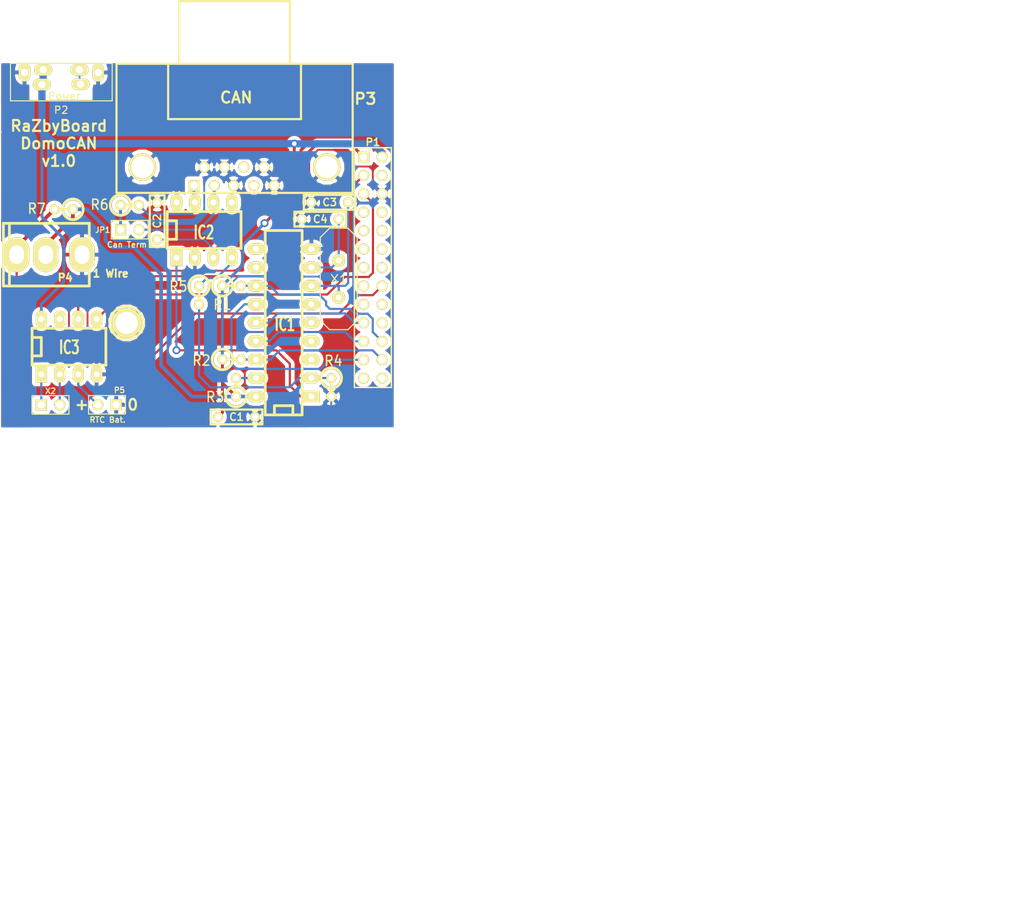
<source format=kicad_pcb>
(kicad_pcb (version 3) (host pcbnew "(2013-04-19 BZR 4011)-stable")

  (general
    (links 62)
    (no_connects 0)
    (area 115.275078 70.332599 273.385514 194.748)
    (thickness 1.6)
    (drawings 22)
    (tracks 370)
    (zones 0)
    (modules 23)
    (nets 25)
  )

  (page A4)
  (layers
    (15 F.Cu signal)
    (0 B.Cu signal)
    (16 B.Adhes user hide)
    (17 F.Adhes user hide)
    (18 B.Paste user hide)
    (19 F.Paste user hide)
    (20 B.SilkS user hide)
    (21 F.SilkS user)
    (22 B.Mask user)
    (23 F.Mask user)
    (24 Dwgs.User user)
    (25 Cmts.User user hide)
    (26 Eco1.User user)
    (27 Eco2.User user)
    (28 Edge.Cuts user hide)
  )

  (setup
    (last_trace_width 0.254)
    (user_trace_width 0.3)
    (user_trace_width 0.4)
    (user_trace_width 0.508)
    (user_trace_width 1)
    (trace_clearance 0.254)
    (zone_clearance 0.508)
    (zone_45_only yes)
    (trace_min 0.254)
    (segment_width 0.2)
    (edge_width 0.1)
    (via_size 1.1)
    (via_drill 0.635)
    (via_min_size 0.889)
    (via_min_drill 0.508)
    (uvia_size 0.508)
    (uvia_drill 0.127)
    (uvias_allowed no)
    (uvia_min_size 0.508)
    (uvia_min_drill 0.127)
    (pcb_text_width 0.3)
    (pcb_text_size 1.5 1.5)
    (mod_edge_width 0.15)
    (mod_text_size 1 1)
    (mod_text_width 0.15)
    (pad_size 4.064 4.064)
    (pad_drill 3.048)
    (pad_to_mask_clearance 0)
    (aux_axis_origin 132.7404 79.5655)
    (visible_elements 7FFFFFFF)
    (pcbplotparams
      (layerselection 14712833)
      (usegerberextensions true)
      (excludeedgelayer true)
      (linewidth 152400)
      (plotframeref false)
      (viasonmask false)
      (mode 1)
      (useauxorigin false)
      (hpglpennumber 1)
      (hpglpenspeed 20)
      (hpglpendiameter 15)
      (hpglpenoverlay 2)
      (psnegative false)
      (psa4output false)
      (plotreference true)
      (plotvalue true)
      (plotothertext true)
      (plotinvisibletext false)
      (padsonsilk false)
      (subtractmaskfromsilk false)
      (outputformat 1)
      (mirror false)
      (drillshape 0)
      (scaleselection 1)
      (outputdirectory "Output Files/"))
  )

  (net 0 "")
  (net 1 "12 V")
  (net 2 "3.3 V")
  (net 3 "5.0 V")
  (net 4 GND)
  (net 5 "GPIO 4")
  (net 6 "GPIO 6")
  (net 7 I2C_SCL)
  (net 8 I2C_SDA)
  (net 9 N-0000010)
  (net 10 N-0000012)
  (net 11 N-0000013)
  (net 12 N-0000014)
  (net 13 N-0000017)
  (net 14 N-000002)
  (net 15 N-000003)
  (net 16 N-000004)
  (net 17 N-000005)
  (net 18 N-000006)
  (net 19 N-000007)
  (net 20 N-000008)
  (net 21 SPI_CE0)
  (net 22 SPI_MISO)
  (net 23 SPI_MOSI)
  (net 24 SPI_SCLK)

  (net_class Default "This is the default net class."
    (clearance 0.254)
    (trace_width 0.254)
    (via_dia 1.1)
    (via_drill 0.635)
    (uvia_dia 0.508)
    (uvia_drill 0.127)
    (add_net "")
    (add_net "12 V")
    (add_net "3.3 V")
    (add_net GND)
    (add_net "GPIO 4")
    (add_net "GPIO 6")
    (add_net I2C_SCL)
    (add_net I2C_SDA)
    (add_net N-0000010)
    (add_net N-0000012)
    (add_net N-0000013)
    (add_net N-0000014)
    (add_net N-0000017)
    (add_net N-000002)
    (add_net N-000003)
    (add_net N-000004)
    (add_net N-000005)
    (add_net N-000006)
    (add_net N-000007)
    (add_net N-000008)
    (add_net SPI_CE0)
    (add_net SPI_MISO)
    (add_net SPI_MOSI)
    (add_net SPI_SCLK)
  )

  (net_class Power ""
    (clearance 0.508)
    (trace_width 0.254)
    (via_dia 1.1)
    (via_drill 0.635)
    (uvia_dia 0.508)
    (uvia_drill 0.127)
    (add_net "5.0 V")
  )

  (module DB9FC (layer F.Cu) (tedit 51BA1728) (tstamp 5197E463)
    (at 164.7317 95.123)
    (descr "Connecteur DB9 femelle couche")
    (tags "CONN DB9")
    (path /5184F2C8)
    (fp_text reference P3 (at 18.1356 -10.668) (layer F.SilkS)
      (effects (font (size 1.524 1.524) (thickness 0.3048)))
    )
    (fp_text value CAN (at 0.3556 -10.8458) (layer F.SilkS)
      (effects (font (size 1.524 1.524) (thickness 0.3048)))
    )
    (fp_line (start -16.129 2.286) (end 16.383 2.286) (layer F.SilkS) (width 0.3048))
    (fp_line (start 16.383 2.286) (end 16.383 -15.494) (layer F.SilkS) (width 0.3048))
    (fp_line (start 16.383 -15.494) (end -16.129 -15.494) (layer F.SilkS) (width 0.3048))
    (fp_line (start -16.129 -15.494) (end -16.129 2.286) (layer F.SilkS) (width 0.3048))
    (fp_line (start -9.017 -15.494) (end -9.017 -7.874) (layer F.SilkS) (width 0.3048))
    (fp_line (start -9.017 -7.874) (end 9.271 -7.874) (layer F.SilkS) (width 0.3048))
    (fp_line (start 9.271 -7.874) (end 9.271 -15.494) (layer F.SilkS) (width 0.3048))
    (fp_line (start -7.493 -15.494) (end -7.493 -24.13) (layer F.SilkS) (width 0.3048))
    (fp_line (start -7.493 -24.13) (end 7.747 -24.13) (layer F.SilkS) (width 0.3048))
    (fp_line (start 7.747 -24.13) (end 7.747 -15.494) (layer F.SilkS) (width 0.3048))
    (pad "" thru_hole circle (at 12.827 -1.27) (size 3.81 3.81) (drill 3.048)
      (layers *.Cu *.Mask F.SilkS)
      (net 4 GND)
    )
    (pad "" thru_hole circle (at -12.573 -1.27) (size 3.81 3.81) (drill 3.048)
      (layers *.Cu *.Mask F.SilkS)
      (net 4 GND)
    )
    (pad 1 thru_hole rect (at -5.461 1.27) (size 1.524 1.524) (drill 1.016)
      (layers *.Cu *.Mask F.SilkS)
      (net 19 N-000007)
    )
    (pad 2 thru_hole circle (at -2.667 1.27) (size 1.524 1.524) (drill 1.016)
      (layers *.Cu *.Mask F.SilkS)
      (net 18 N-000006)
    )
    (pad 3 thru_hole circle (at 0 1.27) (size 1.524 1.524) (drill 1.016)
      (layers *.Cu *.Mask F.SilkS)
      (net 4 GND)
    )
    (pad 4 thru_hole circle (at 2.794 1.27) (size 1.524 1.524) (drill 1.016)
      (layers *.Cu *.Mask F.SilkS)
    )
    (pad 5 thru_hole circle (at 5.588 1.27) (size 1.524 1.524) (drill 1.016)
      (layers *.Cu *.Mask F.SilkS)
      (net 4 GND)
    )
    (pad 6 thru_hole circle (at -4.064 -1.27) (size 1.524 1.524) (drill 1.016)
      (layers *.Cu *.Mask F.SilkS)
      (net 4 GND)
    )
    (pad 7 thru_hole circle (at -1.27 -1.27) (size 1.524 1.524) (drill 1.016)
      (layers *.Cu *.Mask F.SilkS)
      (net 4 GND)
    )
    (pad 8 thru_hole circle (at 1.397 -1.27) (size 1.524 1.524) (drill 1.016)
      (layers *.Cu *.Mask F.SilkS)
    )
    (pad 9 thru_hole circle (at 4.191 -1.27) (size 1.524 1.524) (drill 1.016)
      (layers *.Cu *.Mask F.SilkS)
      (net 4 GND)
    )
    (model conn_DBxx/db9_female_pin90deg.wrl
      (at (xyz 0 0 0))
      (scale (xyz 1 1 1))
      (rotate (xyz 0 0 0))
    )
  )

  (module pin_array_13x2 (layer F.Cu) (tedit 51BA174E) (tstamp 5187FD6A)
    (at 183.896 107.696 270)
    (descr "2 x 13 pins connector")
    (tags CONN)
    (path /5184D1AD)
    (fp_text reference P1 (at -17.272 0 360) (layer F.SilkS)
      (effects (font (size 1.016 1.016) (thickness 0.2032)))
    )
    (fp_text value "Raspberry Pi" (at -5.334 -30.988 270) (layer F.SilkS) hide
      (effects (font (size 1.016 1.016) (thickness 0.2032)))
    )
    (fp_line (start -16.51 2.54) (end 16.51 2.54) (layer F.SilkS) (width 0.2032))
    (fp_line (start 16.51 -2.54) (end -16.51 -2.54) (layer F.SilkS) (width 0.2032))
    (fp_line (start -16.51 -2.54) (end -16.51 2.54) (layer F.SilkS) (width 0.2032))
    (fp_line (start 16.51 2.54) (end 16.51 -2.54) (layer F.SilkS) (width 0.2032))
    (pad 1 thru_hole rect (at -15.24 1.27 270) (size 1.524 1.524) (drill 1.016)
      (layers *.Cu *.Mask F.SilkS)
      (net 2 "3.3 V")
    )
    (pad 2 thru_hole circle (at -15.24 -1.27 270) (size 1.524 1.524) (drill 1.016)
      (layers *.Cu *.Mask F.SilkS)
      (net 3 "5.0 V")
    )
    (pad 3 thru_hole circle (at -12.7 1.27 270) (size 1.524 1.524) (drill 1.016)
      (layers *.Cu *.Mask F.SilkS)
      (net 8 I2C_SDA)
    )
    (pad 4 thru_hole circle (at -12.7 -1.27 270) (size 1.524 1.524) (drill 1.016)
      (layers *.Cu *.Mask F.SilkS)
    )
    (pad 5 thru_hole circle (at -10.16 1.27 270) (size 1.524 1.524) (drill 1.016)
      (layers *.Cu *.Mask F.SilkS)
      (net 7 I2C_SCL)
    )
    (pad 6 thru_hole circle (at -10.16 -1.27 270) (size 1.524 1.524) (drill 1.016)
      (layers *.Cu *.Mask F.SilkS)
      (net 4 GND)
    )
    (pad 7 thru_hole circle (at -7.62 1.27 270) (size 1.524 1.524) (drill 1.016)
      (layers *.Cu *.Mask F.SilkS)
    )
    (pad 8 thru_hole circle (at -7.62 -1.27 270) (size 1.524 1.524) (drill 1.016)
      (layers *.Cu *.Mask F.SilkS)
    )
    (pad 9 thru_hole circle (at -5.08 1.27 270) (size 1.524 1.524) (drill 1.016)
      (layers *.Cu *.Mask F.SilkS)
    )
    (pad 10 thru_hole circle (at -5.08 -1.27 270) (size 1.524 1.524) (drill 1.016)
      (layers *.Cu *.Mask F.SilkS)
    )
    (pad 11 thru_hole circle (at -2.54 1.27 270) (size 1.524 1.524) (drill 1.016)
      (layers *.Cu *.Mask F.SilkS)
    )
    (pad 12 thru_hole circle (at -2.54 -1.27 270) (size 1.524 1.524) (drill 1.016)
      (layers *.Cu *.Mask F.SilkS)
    )
    (pad 13 thru_hole circle (at 0 1.27 270) (size 1.524 1.524) (drill 1.016)
      (layers *.Cu *.Mask F.SilkS)
    )
    (pad 14 thru_hole circle (at 0 -1.27 270) (size 1.524 1.524) (drill 1.016)
      (layers *.Cu *.Mask F.SilkS)
    )
    (pad 15 thru_hole circle (at 2.54 1.27 270) (size 1.524 1.524) (drill 1.016)
      (layers *.Cu *.Mask F.SilkS)
    )
    (pad 16 thru_hole circle (at 2.54 -1.27 270) (size 1.524 1.524) (drill 1.016)
      (layers *.Cu *.Mask F.SilkS)
      (net 5 "GPIO 4")
    )
    (pad 17 thru_hole circle (at 5.08 1.27 270) (size 1.524 1.524) (drill 1.016)
      (layers *.Cu *.Mask F.SilkS)
    )
    (pad 18 thru_hole circle (at 5.08 -1.27 270) (size 1.524 1.524) (drill 1.016)
      (layers *.Cu *.Mask F.SilkS)
    )
    (pad 19 thru_hole circle (at 7.62 1.27 270) (size 1.524 1.524) (drill 1.016)
      (layers *.Cu *.Mask F.SilkS)
      (net 23 SPI_MOSI)
    )
    (pad 20 thru_hole circle (at 7.62 -1.27 270) (size 1.524 1.524) (drill 1.016)
      (layers *.Cu *.Mask F.SilkS)
    )
    (pad 21 thru_hole circle (at 10.16 1.27 270) (size 1.524 1.524) (drill 1.016)
      (layers *.Cu *.Mask F.SilkS)
      (net 22 SPI_MISO)
    )
    (pad 22 thru_hole circle (at 10.16 -1.27 270) (size 1.524 1.524) (drill 1.016)
      (layers *.Cu *.Mask F.SilkS)
      (net 6 "GPIO 6")
    )
    (pad 23 thru_hole circle (at 12.7 1.27 270) (size 1.524 1.524) (drill 1.016)
      (layers *.Cu *.Mask F.SilkS)
      (net 24 SPI_SCLK)
    )
    (pad 24 thru_hole circle (at 12.7 -1.27 270) (size 1.524 1.524) (drill 1.016)
      (layers *.Cu *.Mask F.SilkS)
      (net 21 SPI_CE0)
    )
    (pad 25 thru_hole circle (at 15.24 1.27 270) (size 1.524 1.524) (drill 1.016)
      (layers *.Cu *.Mask F.SilkS)
    )
    (pad 26 thru_hole circle (at 15.24 -1.27 270) (size 1.524 1.524) (drill 1.016)
      (layers *.Cu *.Mask F.SilkS)
    )
    (model pin_array/pins_array_13x2.wrl
      (at (xyz 0 0 0))
      (scale (xyz 1 1 1))
      (rotate (xyz 0 0 0))
    )
  )

  (module 1pin (layer F.Cu) (tedit 518B6A92) (tstamp 51BA17D2)
    (at 150 115.316)
    (descr "module 1 pin (ou trou mecanique de percage)")
    (tags DEV)
    (path /518B66F6)
    (fp_text reference P999 (at 56.0575 -10.16) (layer F.SilkS) hide
      (effects (font (size 1.016 1.016) (thickness 0.254)))
    )
    (fp_text value CONN_1 (at 54.597 -11.684) (layer F.SilkS) hide
      (effects (font (size 1.016 1.016) (thickness 0.254)))
    )
    (fp_circle (center 0 0) (end 0 -2.286) (layer F.SilkS) (width 0.381))
    (pad 1 thru_hole circle (at 0 0) (size 4.064 4.064) (drill 3.048)
      (layers *.Cu *.Mask F.SilkS)
      (net 4 GND)
    )
  )

  (module R1 (layer F.Cu) (tedit 51BA19EB) (tstamp 5197E38F)
    (at 141.3256 99.6696 180)
    (descr "Resistance verticale")
    (tags R)
    (path /5186C776)
    (autoplace_cost90 10)
    (autoplace_cost180 10)
    (fp_text reference R7 (at 3.7084 0.0762 180) (layer F.SilkS)
      (effects (font (size 1.397 1.27) (thickness 0.2032)))
    )
    (fp_text value 4.7K (at -66.7512 11.1252 180) (layer F.SilkS) hide
      (effects (font (size 1.397 1.27) (thickness 0.2032)))
    )
    (fp_line (start -1.27 0) (end 1.27 0) (layer F.SilkS) (width 0.381))
    (fp_circle (center -1.27 0) (end -0.635 1.27) (layer F.SilkS) (width 0.381))
    (pad 1 thru_hole circle (at -1.27 0 180) (size 1.397 1.397) (drill 0.8128)
      (layers *.Cu *.Mask F.SilkS)
      (net 2 "3.3 V")
    )
    (pad 2 thru_hole circle (at 1.27 0 180) (size 1.397 1.397) (drill 0.8128)
      (layers *.Cu *.Mask F.SilkS)
      (net 5 "GPIO 4")
    )
    (model discret/verti_resistor.wrl
      (at (xyz 0 0 0))
      (scale (xyz 1 1 1))
      (rotate (xyz 0 0 0))
    )
  )

  (module R1 (layer F.Cu) (tedit 51988926) (tstamp 5197E397)
    (at 159.9692 111.4933 270)
    (descr "Resistance verticale")
    (tags R)
    (path /5184F58A)
    (autoplace_cost90 10)
    (autoplace_cost180 10)
    (fp_text reference R5 (at -1.1938 2.8448 360) (layer F.SilkS)
      (effects (font (size 1.397 1.27) (thickness 0.2032)))
    )
    (fp_text value 10K (at -9.2837 -52.324 270) (layer F.SilkS) hide
      (effects (font (size 1.397 1.27) (thickness 0.2032)))
    )
    (fp_line (start -1.27 0) (end 1.27 0) (layer F.SilkS) (width 0.381))
    (fp_circle (center -1.27 0) (end -0.635 1.27) (layer F.SilkS) (width 0.381))
    (pad 1 thru_hole circle (at -1.27 0 270) (size 1.397 1.397) (drill 0.8128)
      (layers *.Cu *.Mask F.SilkS)
      (net 16 N-000004)
    )
    (pad 2 thru_hole circle (at 1.27 0 270) (size 1.397 1.397) (drill 0.8128)
      (layers *.Cu *.Mask F.SilkS)
      (net 14 N-000002)
    )
    (model discret/verti_resistor.wrl
      (at (xyz 0 0 0))
      (scale (xyz 1 1 1))
      (rotate (xyz 0 0 0))
    )
  )

  (module R1 (layer F.Cu) (tedit 519A182B) (tstamp 5197E39F)
    (at 165.0619 124.1933 90)
    (descr "Resistance verticale")
    (tags R)
    (path /5184F6BE)
    (autoplace_cost90 10)
    (autoplace_cost180 10)
    (fp_text reference R3 (at -1.3335 -2.8829 180) (layer F.SilkS)
      (effects (font (size 1.397 1.27) (thickness 0.2032)))
    )
    (fp_text value 6.8K (at 20.3581 42.164 90) (layer F.SilkS) hide
      (effects (font (size 1.397 1.27) (thickness 0.2032)))
    )
    (fp_line (start -1.27 0) (end 1.27 0) (layer F.SilkS) (width 0.381))
    (fp_circle (center -1.27 0) (end -0.635 1.27) (layer F.SilkS) (width 0.381))
    (pad 1 thru_hole circle (at -1.27 0 90) (size 1.397 1.397) (drill 0.8128)
      (layers *.Cu *.Mask F.SilkS)
      (net 2 "3.3 V")
    )
    (pad 2 thru_hole circle (at 1.27 0 90) (size 1.397 1.397) (drill 0.8128)
      (layers *.Cu *.Mask F.SilkS)
      (net 17 N-000005)
    )
    (model discret/verti_resistor.wrl
      (at (xyz 0 0 0))
      (scale (xyz 1 1 1))
      (rotate (xyz 0 0 0))
    )
  )

  (module R1 (layer F.Cu) (tedit 5198892E) (tstamp 5197E3A7)
    (at 164.4523 120.3452)
    (descr "Resistance verticale")
    (tags R)
    (path /5184F6DC)
    (autoplace_cost90 10)
    (autoplace_cost180 10)
    (fp_text reference R2 (at -4.1529 0.1524) (layer F.SilkS)
      (effects (font (size 1.397 1.27) (thickness 0.2032)))
    )
    (fp_text value 6.8K (at 42.3545 -9.8679) (layer F.SilkS) hide
      (effects (font (size 1.397 1.27) (thickness 0.2032)))
    )
    (fp_line (start -1.27 0) (end 1.27 0) (layer F.SilkS) (width 0.381))
    (fp_circle (center -1.27 0) (end -0.635 1.27) (layer F.SilkS) (width 0.381))
    (pad 1 thru_hole circle (at -1.27 0) (size 1.397 1.397) (drill 0.8128)
      (layers *.Cu *.Mask F.SilkS)
      (net 2 "3.3 V")
    )
    (pad 2 thru_hole circle (at 1.27 0) (size 1.397 1.397) (drill 0.8128)
      (layers *.Cu *.Mask F.SilkS)
      (net 21 SPI_CE0)
    )
    (model discret/verti_resistor.wrl
      (at (xyz 0 0 0))
      (scale (xyz 1 1 1))
      (rotate (xyz 0 0 0))
    )
  )

  (module R1 (layer F.Cu) (tedit 51988929) (tstamp 5197E3AF)
    (at 164.4396 110.1979)
    (descr "Resistance verticale")
    (tags R)
    (path /5184F6EB)
    (autoplace_cost90 10)
    (autoplace_cost180 10)
    (fp_text reference R1 (at -1.2573 2.6162) (layer F.SilkS)
      (effects (font (size 1.397 1.27) (thickness 0.2032)))
    )
    (fp_text value 6.8K (at 42.4307 2.4384) (layer F.SilkS) hide
      (effects (font (size 1.397 1.27) (thickness 0.2032)))
    )
    (fp_line (start -1.27 0) (end 1.27 0) (layer F.SilkS) (width 0.381))
    (fp_circle (center -1.27 0) (end -0.635 1.27) (layer F.SilkS) (width 0.381))
    (pad 1 thru_hole circle (at -1.27 0) (size 1.397 1.397) (drill 0.8128)
      (layers *.Cu *.Mask F.SilkS)
      (net 2 "3.3 V")
    )
    (pad 2 thru_hole circle (at 1.27 0) (size 1.397 1.397) (drill 0.8128)
      (layers *.Cu *.Mask F.SilkS)
      (net 6 "GPIO 6")
    )
    (model discret/verti_resistor.wrl
      (at (xyz 0 0 0))
      (scale (xyz 1 1 1))
      (rotate (xyz 0 0 0))
    )
  )

  (module R1 (layer F.Cu) (tedit 51988942) (tstamp 5197ED81)
    (at 178.1683 124.1806 270)
    (descr "Resistance verticale")
    (tags R)
    (path /5185624D)
    (autoplace_cost90 10)
    (autoplace_cost180 10)
    (fp_text reference R4 (at -3.6322 -0.2921 360) (layer F.SilkS)
      (effects (font (size 1.397 1.27) (thickness 0.2032)))
    )
    (fp_text value 18K (at -15.1003 -33.8963 270) (layer F.SilkS) hide
      (effects (font (size 1.397 1.27) (thickness 0.2032)))
    )
    (fp_line (start -1.27 0) (end 1.27 0) (layer F.SilkS) (width 0.381))
    (fp_circle (center -1.27 0) (end -0.635 1.27) (layer F.SilkS) (width 0.381))
    (pad 1 thru_hole circle (at -1.27 0 270) (size 1.397 1.397) (drill 0.8128)
      (layers *.Cu *.Mask F.SilkS)
      (net 14 N-000002)
    )
    (pad 2 thru_hole circle (at 1.27 0 270) (size 1.397 1.397) (drill 0.8128)
      (layers *.Cu *.Mask F.SilkS)
      (net 4 GND)
    )
    (model discret/verti_resistor.wrl
      (at (xyz 0 0 0))
      (scale (xyz 1 1 1))
      (rotate (xyz 0 0 0))
    )
  )

  (module R1 (layer F.Cu) (tedit 51988917) (tstamp 5197E3BF)
    (at 150.4315 99.0854)
    (descr "Resistance verticale")
    (tags R)
    (path /5186B140)
    (autoplace_cost90 10)
    (autoplace_cost180 10)
    (fp_text reference R6 (at -4.1529 -0.0508) (layer F.SilkS)
      (effects (font (size 1.397 1.27) (thickness 0.2032)))
    )
    (fp_text value 120 (at 59.7281 -3.2512) (layer F.SilkS) hide
      (effects (font (size 1.397 1.27) (thickness 0.2032)))
    )
    (fp_line (start -1.27 0) (end 1.27 0) (layer F.SilkS) (width 0.381))
    (fp_circle (center -1.27 0) (end -0.635 1.27) (layer F.SilkS) (width 0.381))
    (pad 1 thru_hole circle (at -1.27 0) (size 1.397 1.397) (drill 0.8128)
      (layers *.Cu *.Mask F.SilkS)
      (net 15 N-000003)
    )
    (pad 2 thru_hole circle (at 1.27 0) (size 1.397 1.397) (drill 0.8128)
      (layers *.Cu *.Mask F.SilkS)
      (net 19 N-000007)
    )
    (model discret/verti_resistor.wrl
      (at (xyz 0 0 0))
      (scale (xyz 1 1 1))
      (rotate (xyz 0 0 0))
    )
  )

  (module PIN_ARRAY_2X1 (layer F.Cu) (tedit 5197F629) (tstamp 5197E3C9)
    (at 147.2946 126.5936 180)
    (descr "Connecteurs 2 pins")
    (tags "CONN DEV")
    (path /518EA957)
    (fp_text reference P5 (at -1.7145 2.0066 180) (layer F.SilkS)
      (effects (font (size 0.762 0.762) (thickness 0.1524)))
    )
    (fp_text value "RTC Bat." (at -0.0762 -2.0701 180) (layer F.SilkS)
      (effects (font (size 0.762 0.762) (thickness 0.1524)))
    )
    (fp_line (start -2.54 1.27) (end -2.54 -1.27) (layer F.SilkS) (width 0.1524))
    (fp_line (start -2.54 -1.27) (end 2.54 -1.27) (layer F.SilkS) (width 0.1524))
    (fp_line (start 2.54 -1.27) (end 2.54 1.27) (layer F.SilkS) (width 0.1524))
    (fp_line (start 2.54 1.27) (end -2.54 1.27) (layer F.SilkS) (width 0.1524))
    (pad 1 thru_hole rect (at -1.27 0 180) (size 1.524 1.524) (drill 1.016)
      (layers *.Cu *.Mask F.SilkS)
      (net 4 GND)
    )
    (pad 2 thru_hole circle (at 1.27 0 180) (size 1.524 1.524) (drill 1.016)
      (layers *.Cu *.Mask F.SilkS)
      (net 9 N-0000010)
    )
    (model pin_array/pins_array_2x1.wrl
      (at (xyz 0 0 0))
      (scale (xyz 1 1 1))
      (rotate (xyz 0 0 0))
    )
  )

  (module PIN_ARRAY_2X1 (layer F.Cu) (tedit 5198891E) (tstamp 5197E3D3)
    (at 150.4315 102.4763)
    (descr "Connecteurs 2 pins")
    (tags "CONN DEV")
    (path /5186C567)
    (fp_text reference JP1 (at -3.7211 0.0381) (layer F.SilkS)
      (effects (font (size 0.762 0.762) (thickness 0.1524)))
    )
    (fp_text value "Can Term" (at -0.3937 2.0701) (layer F.SilkS)
      (effects (font (size 0.762 0.762) (thickness 0.1524)))
    )
    (fp_line (start -2.54 1.27) (end -2.54 -1.27) (layer F.SilkS) (width 0.1524))
    (fp_line (start -2.54 -1.27) (end 2.54 -1.27) (layer F.SilkS) (width 0.1524))
    (fp_line (start 2.54 -1.27) (end 2.54 1.27) (layer F.SilkS) (width 0.1524))
    (fp_line (start 2.54 1.27) (end -2.54 1.27) (layer F.SilkS) (width 0.1524))
    (pad 1 thru_hole rect (at -1.27 0) (size 1.524 1.524) (drill 1.016)
      (layers *.Cu *.Mask F.SilkS)
      (net 15 N-000003)
    )
    (pad 2 thru_hole circle (at 1.27 0) (size 1.524 1.524) (drill 1.016)
      (layers *.Cu *.Mask F.SilkS)
      (net 18 N-000006)
    )
    (model pin_array/pins_array_2x1.wrl
      (at (xyz 0 0 0))
      (scale (xyz 1 1 1))
      (rotate (xyz 0 0 0))
    )
  )

  (module HC-18UV (layer F.Cu) (tedit 51988550) (tstamp 5197E407)
    (at 179.197 109.2581 90)
    (descr "Quartz boitier HC-18U vertical")
    (tags "QUARTZ DEV")
    (path /5184F454)
    (autoplace_cost180 10)
    (fp_text reference X1 (at -0.0127 0.0254 180) (layer F.SilkS)
      (effects (font (size 1.143 1.27) (thickness 0.1524)))
    )
    (fp_text value 16MHz (at 1.4732 30.3149 90) (layer F.SilkS) hide
      (effects (font (size 1.143 1.27) (thickness 0.1524)))
    )
    (fp_line (start -6.985 -1.27) (end -5.715 -2.54) (layer F.SilkS) (width 0.1524))
    (fp_line (start 5.715 -2.54) (end 6.985 -1.27) (layer F.SilkS) (width 0.1524))
    (fp_line (start 6.985 1.27) (end 5.715 2.54) (layer F.SilkS) (width 0.1524))
    (fp_line (start -6.985 1.27) (end -5.715 2.54) (layer F.SilkS) (width 0.1524))
    (fp_line (start -5.715 -2.54) (end 5.715 -2.54) (layer F.SilkS) (width 0.1524))
    (fp_line (start -6.985 -1.27) (end -6.985 1.27) (layer F.SilkS) (width 0.1524))
    (fp_line (start -5.715 2.54) (end 5.715 2.54) (layer F.SilkS) (width 0.1524))
    (fp_line (start 6.985 1.27) (end 6.985 -1.27) (layer F.SilkS) (width 0.1524))
    (pad 1 thru_hole circle (at -2.54 0 90) (size 1.778 1.778) (drill 0.8128)
      (layers *.Cu *.Mask F.SilkS)
      (net 11 N-0000013)
    )
    (pad 2 thru_hole circle (at 2.54 0 90) (size 1.778 1.778) (drill 0.8128)
      (layers *.Cu *.Mask F.SilkS)
      (net 10 N-0000012)
    )
    (model discret/crystal_hc18u_vertical.wrl
      (at (xyz 0 0 0))
      (scale (xyz 1 1 1))
      (rotate (xyz 0 0 0))
    )
    (model discret/xtal/crystal_hc18u_vertical.wrl
      (at (xyz 0 0 0))
      (scale (xyz 1 1 1))
      (rotate (xyz 0 0 0))
    )
  )

  (module DIP-8__300_ELL (layer F.Cu) (tedit 5197F677) (tstamp 5197E41A)
    (at 142.0622 118.5926)
    (descr "8 pins DIL package, elliptical pads")
    (tags DIL)
    (path /518EA5E2)
    (fp_text reference IC3 (at 0.0381 0.1016) (layer F.SilkS)
      (effects (font (size 1.778 1.143) (thickness 0.3048)))
    )
    (fp_text value DS1307 (at 68.9356 -3.2004) (layer F.SilkS) hide
      (effects (font (size 1.778 1.016) (thickness 0.254)))
    )
    (fp_line (start -5.08 -1.27) (end -3.81 -1.27) (layer F.SilkS) (width 0.381))
    (fp_line (start -3.81 -1.27) (end -3.81 1.27) (layer F.SilkS) (width 0.381))
    (fp_line (start -3.81 1.27) (end -5.08 1.27) (layer F.SilkS) (width 0.381))
    (fp_line (start -5.08 -2.54) (end 5.08 -2.54) (layer F.SilkS) (width 0.381))
    (fp_line (start 5.08 -2.54) (end 5.08 2.54) (layer F.SilkS) (width 0.381))
    (fp_line (start 5.08 2.54) (end -5.08 2.54) (layer F.SilkS) (width 0.381))
    (fp_line (start -5.08 2.54) (end -5.08 -2.54) (layer F.SilkS) (width 0.381))
    (pad 1 thru_hole rect (at -3.81 3.81) (size 1.5748 2.286) (drill 0.8128)
      (layers *.Cu *.Mask F.SilkS)
      (net 13 N-0000017)
    )
    (pad 2 thru_hole oval (at -1.27 3.81) (size 1.5748 2.286) (drill 0.8128)
      (layers *.Cu *.Mask F.SilkS)
      (net 20 N-000008)
    )
    (pad 3 thru_hole oval (at 1.27 3.81) (size 1.5748 2.286) (drill 0.8128)
      (layers *.Cu *.Mask F.SilkS)
      (net 9 N-0000010)
    )
    (pad 4 thru_hole oval (at 3.81 3.81) (size 1.5748 2.286) (drill 0.8128)
      (layers *.Cu *.Mask F.SilkS)
      (net 4 GND)
    )
    (pad 5 thru_hole oval (at 3.81 -3.81) (size 1.5748 2.286) (drill 0.8128)
      (layers *.Cu *.Mask F.SilkS)
      (net 7 I2C_SCL)
    )
    (pad 6 thru_hole oval (at 1.27 -3.81) (size 1.5748 2.286) (drill 0.8128)
      (layers *.Cu *.Mask F.SilkS)
      (net 8 I2C_SDA)
    )
    (pad 7 thru_hole oval (at -1.27 -3.81) (size 1.5748 2.286) (drill 0.8128)
      (layers *.Cu *.Mask F.SilkS)
    )
    (pad 8 thru_hole oval (at -3.81 -3.81) (size 1.5748 2.286) (drill 0.8128)
      (layers *.Cu *.Mask F.SilkS)
      (net 3 "5.0 V")
    )
    (model dil/dil_8.wrl
      (at (xyz 0 0 0))
      (scale (xyz 1 1 1))
      (rotate (xyz 0 0 0))
    )
  )

  (module DIP-8__300_ELL (layer F.Cu) (tedit 5197F67E) (tstamp 5197E42D)
    (at 160.6677 102.5271)
    (descr "8 pins DIL package, elliptical pads")
    (tags DIL)
    (path /5184F059)
    (fp_text reference IC2 (at -0.0381 0.3429) (layer F.SilkS)
      (effects (font (size 1.778 1.143) (thickness 0.3048)))
    )
    (fp_text value MCP2551 (at 48.6283 -1.4351 90) (layer F.SilkS) hide
      (effects (font (size 1.778 1.016) (thickness 0.254)))
    )
    (fp_line (start -5.08 -1.27) (end -3.81 -1.27) (layer F.SilkS) (width 0.381))
    (fp_line (start -3.81 -1.27) (end -3.81 1.27) (layer F.SilkS) (width 0.381))
    (fp_line (start -3.81 1.27) (end -5.08 1.27) (layer F.SilkS) (width 0.381))
    (fp_line (start -5.08 -2.54) (end 5.08 -2.54) (layer F.SilkS) (width 0.381))
    (fp_line (start 5.08 -2.54) (end 5.08 2.54) (layer F.SilkS) (width 0.381))
    (fp_line (start 5.08 2.54) (end -5.08 2.54) (layer F.SilkS) (width 0.381))
    (fp_line (start -5.08 2.54) (end -5.08 -2.54) (layer F.SilkS) (width 0.381))
    (pad 1 thru_hole rect (at -3.81 3.81) (size 1.5748 2.286) (drill 0.8128)
      (layers *.Cu *.Mask F.SilkS)
      (net 12 N-0000014)
    )
    (pad 2 thru_hole oval (at -1.27 3.81) (size 1.5748 2.286) (drill 0.8128)
      (layers *.Cu *.Mask F.SilkS)
      (net 4 GND)
    )
    (pad 3 thru_hole oval (at 1.27 3.81) (size 1.5748 2.286) (drill 0.8128)
      (layers *.Cu *.Mask F.SilkS)
      (net 3 "5.0 V")
    )
    (pad 4 thru_hole oval (at 3.81 3.81) (size 1.5748 2.286) (drill 0.8128)
      (layers *.Cu *.Mask F.SilkS)
      (net 16 N-000004)
    )
    (pad 5 thru_hole oval (at 3.81 -3.81) (size 1.5748 2.286) (drill 0.8128)
      (layers *.Cu *.Mask F.SilkS)
    )
    (pad 6 thru_hole oval (at 1.27 -3.81) (size 1.5748 2.286) (drill 0.8128)
      (layers *.Cu *.Mask F.SilkS)
      (net 18 N-000006)
    )
    (pad 7 thru_hole oval (at -1.27 -3.81) (size 1.5748 2.286) (drill 0.8128)
      (layers *.Cu *.Mask F.SilkS)
      (net 19 N-000007)
    )
    (pad 8 thru_hole oval (at -3.81 -3.81) (size 1.5748 2.286) (drill 0.8128)
      (layers *.Cu *.Mask F.SilkS)
      (net 4 GND)
    )
    (model dil/dil_8.wrl
      (at (xyz 0 0 0))
      (scale (xyz 1 1 1))
      (rotate (xyz 0 0 0))
    )
  )

  (module DIP-18__300_ELL (layer F.Cu) (tedit 5198855A) (tstamp 5197E44A)
    (at 171.6151 115.2906 90)
    (descr "18 pins DIL package, elliptical pads")
    (path /5184F2B9)
    (fp_text reference IC1 (at -0.2159 0.1651 180) (layer F.SilkS)
      (effects (font (size 1.778 1.143) (thickness 0.3048)))
    )
    (fp_text value MCP2515 (at 4.0005 31.115 90) (layer F.SilkS) hide
      (effects (font (size 1.778 1.143) (thickness 0.28575)))
    )
    (fp_line (start -12.7 -1.27) (end -11.43 -1.27) (layer F.SilkS) (width 0.381))
    (fp_line (start -11.43 -1.27) (end -11.43 1.27) (layer F.SilkS) (width 0.381))
    (fp_line (start -11.43 1.27) (end -12.7 1.27) (layer F.SilkS) (width 0.381))
    (fp_line (start -12.7 -2.54) (end 12.7 -2.54) (layer F.SilkS) (width 0.381))
    (fp_line (start 12.7 -2.54) (end 12.7 2.54) (layer F.SilkS) (width 0.381))
    (fp_line (start 12.7 2.54) (end -12.7 2.54) (layer F.SilkS) (width 0.381))
    (fp_line (start -12.7 2.54) (end -12.7 -2.54) (layer F.SilkS) (width 0.381))
    (pad 1 thru_hole rect (at -10.16 3.81 90) (size 1.5748 2.286) (drill 0.8128)
      (layers *.Cu *.Mask F.SilkS)
      (net 12 N-0000014)
    )
    (pad 2 thru_hole oval (at -7.62 3.81 90) (size 1.5748 2.286) (drill 0.8128)
      (layers *.Cu *.Mask F.SilkS)
      (net 14 N-000002)
    )
    (pad 3 thru_hole oval (at -5.08 3.81 90) (size 1.5748 2.286) (drill 0.8128)
      (layers *.Cu *.Mask F.SilkS)
    )
    (pad 4 thru_hole oval (at -2.54 3.81 90) (size 1.5748 2.286) (drill 0.8128)
      (layers *.Cu *.Mask F.SilkS)
    )
    (pad 5 thru_hole oval (at 0 3.81 90) (size 1.5748 2.286) (drill 0.8128)
      (layers *.Cu *.Mask F.SilkS)
    )
    (pad 6 thru_hole oval (at 2.54 3.81 90) (size 1.5748 2.286) (drill 0.8128)
      (layers *.Cu *.Mask F.SilkS)
    )
    (pad 7 thru_hole oval (at 5.08 3.81 90) (size 1.5748 2.286) (drill 0.8128)
      (layers *.Cu *.Mask F.SilkS)
      (net 11 N-0000013)
    )
    (pad 8 thru_hole oval (at 7.62 3.81 90) (size 1.5748 2.286) (drill 0.8128)
      (layers *.Cu *.Mask F.SilkS)
      (net 10 N-0000012)
    )
    (pad 9 thru_hole oval (at 10.16 3.81 90) (size 1.5748 2.286) (drill 0.8128)
      (layers *.Cu *.Mask F.SilkS)
      (net 4 GND)
    )
    (pad 10 thru_hole oval (at 10.16 -3.81 90) (size 1.5748 2.286) (drill 0.8128)
      (layers *.Cu *.Mask F.SilkS)
    )
    (pad 11 thru_hole oval (at 7.62 -3.81 90) (size 1.5748 2.286) (drill 0.8128)
      (layers *.Cu *.Mask F.SilkS)
    )
    (pad 12 thru_hole oval (at 5.08 -3.81 90) (size 1.5748 2.286) (drill 0.8128)
      (layers *.Cu *.Mask F.SilkS)
      (net 6 "GPIO 6")
    )
    (pad 13 thru_hole oval (at 2.54 -3.81 90) (size 1.5748 2.286) (drill 0.8128)
      (layers *.Cu *.Mask F.SilkS)
      (net 24 SPI_SCLK)
    )
    (pad 14 thru_hole oval (at 0 -3.81 90) (size 1.5748 2.286) (drill 0.8128)
      (layers *.Cu *.Mask F.SilkS)
      (net 23 SPI_MOSI)
    )
    (pad 15 thru_hole oval (at -2.54 -3.81 90) (size 1.5748 2.286) (drill 0.8128)
      (layers *.Cu *.Mask F.SilkS)
      (net 22 SPI_MISO)
    )
    (pad 16 thru_hole oval (at -5.08 -3.81 90) (size 1.5748 2.286) (drill 0.8128)
      (layers *.Cu *.Mask F.SilkS)
      (net 21 SPI_CE0)
    )
    (pad 17 thru_hole oval (at -7.62 -3.81 90) (size 1.5748 2.286) (drill 0.8128)
      (layers *.Cu *.Mask F.SilkS)
      (net 17 N-000005)
    )
    (pad 18 thru_hole oval (at -10.16 -3.81 90) (size 1.5748 2.286) (drill 0.8128)
      (layers *.Cu *.Mask F.SilkS)
      (net 2 "3.3 V")
    )
    (model dil/dil_18.wrl
      (at (xyz 0 0 0))
      (scale (xyz 1 1 1))
      (rotate (xyz 0 0 0))
    )
  )

  (module C2 (layer F.Cu) (tedit 51BA1B2B) (tstamp 5197E46E)
    (at 165.1254 128.27 180)
    (descr "Condensateur = 2 pas")
    (tags C)
    (path /51856344)
    (fp_text reference C1 (at 0 0 180) (layer F.SilkS)
      (effects (font (size 1.016 1.016) (thickness 0.2032)))
    )
    (fp_text value 100nF (at -40.7416 11.938 180) (layer F.SilkS) hide
      (effects (font (size 1.016 1.016) (thickness 0.2032)))
    )
    (fp_line (start -3.556 -1.016) (end 3.556 -1.016) (layer F.SilkS) (width 0.3048))
    (fp_line (start 3.556 -1.016) (end 3.556 1.016) (layer F.SilkS) (width 0.3048))
    (fp_line (start 3.556 1.016) (end -3.556 1.016) (layer F.SilkS) (width 0.3048))
    (fp_line (start -3.556 1.016) (end -3.556 -1.016) (layer F.SilkS) (width 0.3048))
    (fp_line (start -3.556 -0.508) (end -3.048 -1.016) (layer F.SilkS) (width 0.3048))
    (pad 1 thru_hole circle (at -2.54 0 180) (size 1.397 1.397) (drill 0.8128)
      (layers *.Cu *.Mask F.SilkS)
      (net 4 GND)
    )
    (pad 2 thru_hole circle (at 2.54 0 180) (size 1.397 1.397) (drill 0.8128)
      (layers *.Cu *.Mask F.SilkS)
      (net 2 "3.3 V")
    )
    (model discret/capa_2pas_5x5mm.wrl
      (at (xyz 0 0 0))
      (scale (xyz 1 1 1))
      (rotate (xyz 0 0 0))
    )
  )

  (module C2 (layer F.Cu) (tedit 5197F57D) (tstamp 5197E479)
    (at 154.2034 101.2952 90)
    (descr "Condensateur = 2 pas")
    (tags C)
    (path /51856335)
    (fp_text reference C2 (at 0 0 90) (layer F.SilkS)
      (effects (font (size 1.016 1.016) (thickness 0.2032)))
    )
    (fp_text value 100nF (at 0.7112 51.4096 90) (layer F.SilkS) hide
      (effects (font (size 1.016 1.016) (thickness 0.2032)))
    )
    (fp_line (start -3.556 -1.016) (end 3.556 -1.016) (layer F.SilkS) (width 0.3048))
    (fp_line (start 3.556 -1.016) (end 3.556 1.016) (layer F.SilkS) (width 0.3048))
    (fp_line (start 3.556 1.016) (end -3.556 1.016) (layer F.SilkS) (width 0.3048))
    (fp_line (start -3.556 1.016) (end -3.556 -1.016) (layer F.SilkS) (width 0.3048))
    (fp_line (start -3.556 -0.508) (end -3.048 -1.016) (layer F.SilkS) (width 0.3048))
    (pad 1 thru_hole circle (at -2.54 0 90) (size 1.397 1.397) (drill 0.8128)
      (layers *.Cu *.Mask F.SilkS)
      (net 3 "5.0 V")
    )
    (pad 2 thru_hole circle (at 2.54 0 90) (size 1.397 1.397) (drill 0.8128)
      (layers *.Cu *.Mask F.SilkS)
      (net 4 GND)
    )
    (model discret/capa_2pas_5x5mm.wrl
      (at (xyz 0 0 0))
      (scale (xyz 1 1 1))
      (rotate (xyz 0 0 0))
    )
  )

  (module C2 (layer F.Cu) (tedit 5197F581) (tstamp 5197E484)
    (at 176.657 101.0285)
    (descr "Condensateur = 2 pas")
    (tags C)
    (path /5184F472)
    (fp_text reference C4 (at 0 0) (layer F.SilkS)
      (effects (font (size 1.016 1.016) (thickness 0.2032)))
    )
    (fp_text value 22pF (at 28.2067 3.2512) (layer F.SilkS) hide
      (effects (font (size 1.016 1.016) (thickness 0.2032)))
    )
    (fp_line (start -3.556 -1.016) (end 3.556 -1.016) (layer F.SilkS) (width 0.3048))
    (fp_line (start 3.556 -1.016) (end 3.556 1.016) (layer F.SilkS) (width 0.3048))
    (fp_line (start 3.556 1.016) (end -3.556 1.016) (layer F.SilkS) (width 0.3048))
    (fp_line (start -3.556 1.016) (end -3.556 -1.016) (layer F.SilkS) (width 0.3048))
    (fp_line (start -3.556 -0.508) (end -3.048 -1.016) (layer F.SilkS) (width 0.3048))
    (pad 1 thru_hole circle (at -2.54 0) (size 1.397 1.397) (drill 0.8128)
      (layers *.Cu *.Mask F.SilkS)
      (net 4 GND)
    )
    (pad 2 thru_hole circle (at 2.54 0) (size 1.397 1.397) (drill 0.8128)
      (layers *.Cu *.Mask F.SilkS)
      (net 10 N-0000012)
    )
    (model discret/capa_2pas_5x5mm.wrl
      (at (xyz 0 0 0))
      (scale (xyz 1 1 1))
      (rotate (xyz 0 0 0))
    )
  )

  (module C2 (layer F.Cu) (tedit 5197F584) (tstamp 5197E48F)
    (at 177.9524 98.7044)
    (descr "Condensateur = 2 pas")
    (tags C)
    (path /5184F463)
    (fp_text reference C3 (at 0 0) (layer F.SilkS)
      (effects (font (size 1.016 1.016) (thickness 0.2032)))
    )
    (fp_text value 22pF (at 26.035 3.7084) (layer F.SilkS) hide
      (effects (font (size 1.016 1.016) (thickness 0.2032)))
    )
    (fp_line (start -3.556 -1.016) (end 3.556 -1.016) (layer F.SilkS) (width 0.3048))
    (fp_line (start 3.556 -1.016) (end 3.556 1.016) (layer F.SilkS) (width 0.3048))
    (fp_line (start 3.556 1.016) (end -3.556 1.016) (layer F.SilkS) (width 0.3048))
    (fp_line (start -3.556 1.016) (end -3.556 -1.016) (layer F.SilkS) (width 0.3048))
    (fp_line (start -3.556 -0.508) (end -3.048 -1.016) (layer F.SilkS) (width 0.3048))
    (pad 1 thru_hole circle (at -2.54 0) (size 1.397 1.397) (drill 0.8128)
      (layers *.Cu *.Mask F.SilkS)
      (net 4 GND)
    )
    (pad 2 thru_hole circle (at 2.54 0) (size 1.397 1.397) (drill 0.8128)
      (layers *.Cu *.Mask F.SilkS)
      (net 11 N-0000013)
    )
    (model discret/capa_2pas_5x5mm.wrl
      (at (xyz 0 0 0))
      (scale (xyz 1 1 1))
      (rotate (xyz 0 0 0))
    )
  )

  (module PIN_ARRAY_2X1 (layer F.Cu) (tedit 5197F62F) (tstamp 5197F035)
    (at 139.5222 126.6063)
    (descr "Connecteurs 2 pins")
    (tags "CONN DEV")
    (path /518EABFD)
    (fp_text reference X2 (at 0 -1.905) (layer F.SilkS)
      (effects (font (size 0.762 0.762) (thickness 0.1524)))
    )
    (fp_text value 32.768KHz (at 77.3938 -16.1163) (layer F.SilkS) hide
      (effects (font (size 0.762 0.762) (thickness 0.1524)))
    )
    (fp_line (start -2.54 1.27) (end -2.54 -1.27) (layer F.SilkS) (width 0.1524))
    (fp_line (start -2.54 -1.27) (end 2.54 -1.27) (layer F.SilkS) (width 0.1524))
    (fp_line (start 2.54 -1.27) (end 2.54 1.27) (layer F.SilkS) (width 0.1524))
    (fp_line (start 2.54 1.27) (end -2.54 1.27) (layer F.SilkS) (width 0.1524))
    (pad 1 thru_hole rect (at -1.27 0) (size 1.524 1.524) (drill 1.016)
      (layers *.Cu *.Mask F.SilkS)
      (net 13 N-0000017)
    )
    (pad 2 thru_hole circle (at 1.27 0) (size 1.524 1.524) (drill 1.016)
      (layers *.Cu *.Mask F.SilkS)
      (net 20 N-000008)
    )
    (model pin_array/pins_array_2x1.wrl
      (at (xyz 0 0 0))
      (scale (xyz 1 1 1))
      (rotate (xyz 0 0 0))
    )
  )

  (module JACK_3.5mm_Stereo_2Print (layer F.Cu) (tedit 5197F5E0) (tstamp 5197E3ED)
    (at 133.858 105.918)
    (descr "module 1 pin (ou trou mecanique de percage)")
    (tags "CONN JACK")
    (path /5186C37F)
    (fp_text reference P4 (at 7.6835 3.1623) (layer F.SilkS)
      (effects (font (size 1.016 1.016) (thickness 0.254)))
    )
    (fp_text value "1 Wire" (at 13.9446 2.6035) (layer F.SilkS)
      (effects (font (size 1.016 1.016) (thickness 0.254)))
    )
    (fp_line (start -0.82 -4.298) (end -0.82 4.318) (layer F.SilkS) (width 0.381))
    (fp_line (start 0 -4.318) (end 0 4.318) (layer F.SilkS) (width 0.381))
    (fp_line (start 11 -4.318) (end 11 4.318) (layer F.SilkS) (width 0.381))
    (fp_line (start -0.82 4.318) (end 11 4.318) (layer F.SilkS) (width 0.381))
    (fp_line (start -0.82 -4.318) (end 11 -4.318) (layer F.SilkS) (width 0.381))
    (pad 2 thru_hole oval (at 1 0) (size 3.5 4.8006) (drill oval 2 2.54)
      (layers *.Cu *.Mask F.SilkS)
      (net 5 "GPIO 4")
    )
    (pad 1 thru_hole oval (at 10 0) (size 3.5 4.8006) (drill oval 2 2.54)
      (layers *.Cu *.Mask F.SilkS)
      (net 4 GND)
    )
    (pad 3 thru_hole oval (at 5 0) (size 3.5 4.8006) (drill oval 2 2.54)
      (layers *.Cu *.Mask F.SilkS)
      (net 2 "3.3 V")
    )
    (model connectors/POWER_21.wrl
      (at (xyz 0 0 0))
      (scale (xyz 0.8 0.8 0.8))
      (rotate (xyz 0 0 0))
    )
  )

  (module miniDIN4-2Print (layer F.Cu) (tedit 51988962) (tstamp 5197E3E1)
    (at 141.0081 82.4611)
    (path /518B6397)
    (fp_text reference P2 (at -0.0254 3.5433) (layer F.SilkS)
      (effects (font (size 1 1) (thickness 0.15)))
    )
    (fp_text value Power (at 0.39 1.59) (layer F.SilkS)
      (effects (font (size 1 1) (thickness 0.15)))
    )
    (fp_line (start 7 2.27) (end 7 -2.89) (layer F.SilkS) (width 0.15))
    (fp_line (start 7 2.27) (end -7 2.27) (layer F.SilkS) (width 0.15))
    (fp_line (start -7 2.27) (end -7 -2.89) (layer F.SilkS) (width 0.15))
    (fp_line (start -6.99 -2.89) (end 7.01 -2.89) (layer F.SilkS) (width 0.15))
    (pad 5 thru_hole oval (at 5.07 -1.63) (size 1.6 2.5) (drill 1)
      (layers *.Cu *.Mask F.SilkS)
      (net 4 GND)
    )
    (pad 6 thru_hole oval (at -5.07 -1.65) (size 1.6 2.5) (drill 1)
      (layers *.Cu *.Mask F.SilkS)
      (net 4 GND)
    )
    (pad 1 thru_hole oval (at 2.65 -0.02 90) (size 1.6 2.5) (drill 1)
      (layers *.Cu *.Mask F.SilkS)
      (net 1 "12 V")
    )
    (pad 2 thru_hole oval (at -2.67 0.02 90) (size 1.6 2.5) (drill 1)
      (layers *.Cu *.Mask F.SilkS)
      (net 3 "5.0 V")
    )
    (pad 4 thru_hole oval (at 2.5 -2 90) (size 1.6 2.5) (drill 1)
      (layers *.Cu *.Mask F.SilkS)
      (net 1 "12 V")
    )
    (pad 3 thru_hole oval (at -2.5 -2 90) (size 1.6 2.5) (drill 1)
      (layers *.Cu *.Mask F.SilkS)
      (net 3 "5.0 V")
    )
  )

  (gr_text 0 (at 150.8379 126.6063) (layer F.SilkS)
    (effects (font (size 1.5 1.5) (thickness 0.3)))
  )
  (gr_text + (at 143.8275 126.5301) (layer F.SilkS)
    (effects (font (size 1.5 1.5) (thickness 0.3)))
  )
  (target plus (at 132.7404 79.5655) (size 0.005) (width 0.1) (layer Edge.Cuts))
  (dimension 50.126902 (width 0.3) (layer Dwgs.User)
    (gr_text "50.127 mm" (at 189.989629 104.629768 89.98548371) (layer Dwgs.User)
      (effects (font (size 1.5 1.5) (thickness 0.3)))
    )
    (feature1 (pts (xy 186.7662 79.5655) (xy 191.345979 79.56666)))
    (feature2 (pts (xy 186.7535 129.6924) (xy 191.333279 129.69356)))
    (crossbar (pts (xy 188.63328 129.692876) (xy 188.64598 79.565976)))
    (arrow1a (pts (xy 188.64598 79.565976) (xy 189.232115 80.692628)))
    (arrow1b (pts (xy 188.64598 79.565976) (xy 188.059274 80.692331)))
    (arrow2a (pts (xy 188.63328 129.692876) (xy 189.219986 128.566521)))
    (arrow2b (pts (xy 188.63328 129.692876) (xy 188.047145 128.566224)))
  )
  (target plus (at 132.7404 79.5655) (size 0.005) (width 0.1) (layer Edge.Cuts))
  (target plus (at 132.7404 89.0397) (size 0.005) (width 0.1) (layer Edge.Cuts))
  (dimension 54.038501 (width 0.3) (layer Dwgs.User)
    (gr_text "54.039 mm" (at 159.734958 132.712786 0.01346551785) (layer Dwgs.User)
      (effects (font (size 1.5 1.5) (thickness 0.3)))
    )
    (feature1 (pts (xy 132.715 129.7051) (xy 132.716025 134.069136)))
    (feature2 (pts (xy 186.7535 129.6924) (xy 186.754525 134.056436)))
    (crossbar (pts (xy 186.753891 131.356437) (xy 132.715391 131.369137)))
    (arrow1a (pts (xy 132.715391 131.369137) (xy 133.841756 130.782452)))
    (arrow1b (pts (xy 132.715391 131.369137) (xy 133.842032 131.955292)))
    (arrow2a (pts (xy 186.753891 131.356437) (xy 185.62725 130.770282)))
    (arrow2b (pts (xy 186.753891 131.356437) (xy 185.627526 131.943122)))
  )
  (gr_line (start 186.7535 79.5655) (end 186.7535 129.6924) (angle 90) (layer F.Mask) (width 0.2))
  (gr_line (start 132.7277 79.5655) (end 186.7535 79.5655) (angle 90) (layer F.Mask) (width 0.2))
  (gr_line (start 132.7277 129.6924) (end 132.7277 79.5655) (angle 90) (layer F.Mask) (width 0.2))
  (gr_line (start 186.7535 129.6924) (end 132.7277 129.6924) (angle 90) (layer F.Mask) (width 0.2))
  (gr_line (start 186.7535 79.5655) (end 186.7535 129.6924) (angle 90) (layer B.Mask) (width 0.2))
  (gr_line (start 132.7277 79.5655) (end 186.7535 79.5655) (angle 90) (layer B.Mask) (width 0.2))
  (gr_line (start 132.7277 129.6924) (end 132.7277 79.5655) (angle 90) (layer B.Mask) (width 0.2))
  (gr_line (start 186.7535 129.6924) (end 132.7277 129.6924) (angle 90) (layer B.Mask) (width 0.2))
  (target plus (at 127.1651 85.471) (size 0.005) (width 0.1) (layer Edge.Cuts))
  (target plus (at 127.0127 82.2452) (size 0.005) (width 0.1) (layer Edge.Cuts))
  (target plus (at 126.6825 82.2325) (size 0.005) (width 0.1) (layer Edge.Cuts))
  (gr_text "RaZbyBoard\nDomoCAN\nv1.0" (at 140.6652 90.6018) (layer F.SilkS)
    (effects (font (size 1.5 1.5) (thickness 0.3)))
  )
  (gr_text 1.0 (at 271.4498 193.548) (layer Dwgs.User)
    (effects (font (size 1.5 1.5) (thickness 0.3)))
  )
  (gr_text "RaZbyBoard Domo" (at 202.5142 190.6778) (layer Dwgs.User)
    (effects (font (size 1.5 1.5) (thickness 0.3)))
  )
  (target plus (at 126.6825 82.2325) (size 0.005) (width 0.1) (layer Edge.Cuts))

  (segment (start 143.5081 80.4611) (end 143.5081 82.2911) (width 0.254) (layer B.Cu) (net 1) (status 30))
  (segment (start 143.5081 82.2911) (end 143.6581 82.4411) (width 0.254) (layer B.Cu) (net 1) (tstamp 5197F4E8) (status 30))
  (segment (start 138.858 105.918) (end 138.858 104.56798) (width 0.508) (layer F.Cu) (net 2) (status C00000))
  (segment (start 142.5956 100.83038) (end 142.5956 99.6696) (width 0.508) (layer F.Cu) (net 2) (tstamp 51BA1982) (status 800000))
  (segment (start 138.858 104.56798) (end 142.5956 100.83038) (width 0.508) (layer F.Cu) (net 2) (tstamp 51BA197D) (status 400000))
  (segment (start 142.5956 99.6696) (end 144.5514 99.6696) (width 0.508) (layer B.Cu) (net 2) (status 400000))
  (segment (start 144.5514 99.6696) (end 147.0914 102.2096) (width 0.508) (layer B.Cu) (net 2) (tstamp 51BA18FD))
  (segment (start 147.0914 102.2096) (end 147.0914 103.9622) (width 0.508) (layer B.Cu) (net 2) (tstamp 51BA1900))
  (segment (start 147.0914 103.9622) (end 148.0058 104.8766) (width 0.508) (layer B.Cu) (net 2) (tstamp 51BA1902))
  (segment (start 148.0058 104.8766) (end 150.9776 104.8766) (width 0.508) (layer B.Cu) (net 2) (tstamp 51BA1903))
  (segment (start 150.9776 104.8766) (end 154.73934 108.63834) (width 0.508) (layer B.Cu) (net 2) (tstamp 51BA1904))
  (segment (start 154.73934 108.63834) (end 154.73934 121.20626) (width 0.508) (layer B.Cu) (net 2) (tstamp 51BA1908))
  (segment (start 154.73934 121.20626) (end 158.99638 125.4633) (width 0.508) (layer B.Cu) (net 2) (tstamp 51BA190F))
  (segment (start 158.99638 125.4633) (end 165.0619 125.4633) (width 0.508) (layer B.Cu) (net 2) (tstamp 51BA1911) (status 800000))
  (segment (start 138.85418 105.91418) (end 138.858 105.918) (width 0.3) (layer F.Cu) (net 2) (tstamp 51BA162F))
  (segment (start 163.1823 123.5837) (end 163.1823 127.6731) (width 0.4) (layer F.Cu) (net 2))
  (segment (start 163.1823 127.6731) (end 162.5854 128.27) (width 0.4) (layer F.Cu) (net 2) (tstamp 519A18A8))
  (segment (start 163.1823 120.3452) (end 163.1823 123.5837) (width 0.4) (layer F.Cu) (net 2))
  (segment (start 163.1823 123.5837) (end 165.0619 125.4633) (width 0.4) (layer F.Cu) (net 2) (tstamp 519A1855))
  (segment (start 182.626 92.456) (end 182.6133 92.456) (width 0.4) (layer F.Cu) (net 2))
  (segment (start 165.9636 107.4039) (end 163.1696 110.1979) (width 0.4) (layer B.Cu) (net 2) (tstamp 519A1149))
  (segment (start 165.9636 104.5972) (end 165.9636 107.4039) (width 0.4) (layer B.Cu) (net 2) (tstamp 519A1142))
  (segment (start 168.9862 101.5746) (end 165.9636 104.5972) (width 0.4) (layer B.Cu) (net 2) (tstamp 519A1141))
  (via (at 168.9862 101.5746) (size 1.1) (layers F.Cu B.Cu) (net 2))
  (segment (start 168.9989 101.5746) (end 168.9862 101.5746) (width 0.4) (layer F.Cu) (net 2) (tstamp 519A110C))
  (segment (start 174.2821 96.2914) (end 168.9989 101.5746) (width 0.4) (layer F.Cu) (net 2) (tstamp 519A110A))
  (segment (start 174.2821 92.5576) (end 174.2821 96.2914) (width 0.4) (layer F.Cu) (net 2) (tstamp 519A1107))
  (segment (start 176.2125 90.6272) (end 174.2821 92.5576) (width 0.4) (layer F.Cu) (net 2) (tstamp 519A1105))
  (segment (start 180.7845 90.6272) (end 176.2125 90.6272) (width 0.4) (layer F.Cu) (net 2) (tstamp 519A1102))
  (segment (start 182.6133 92.456) (end 180.7845 90.6272) (width 0.4) (layer F.Cu) (net 2) (tstamp 519A10FC))
  (segment (start 163.1696 110.1979) (end 163.1696 110.109) (width 0.254) (layer B.Cu) (net 2))
  (segment (start 163.1696 110.1979) (end 163.1696 120.3325) (width 0.4) (layer B.Cu) (net 2))
  (segment (start 163.1696 120.3325) (end 163.1823 120.3452) (width 0.3) (layer B.Cu) (net 2) (tstamp 5197EEEA))
  (segment (start 167.8051 125.4506) (end 165.0746 125.4506) (width 0.508) (layer B.Cu) (net 2))
  (segment (start 165.0746 125.4506) (end 165.0619 125.4633) (width 0.3) (layer B.Cu) (net 2) (tstamp 5197E8F1))
  (segment (start 138.2522 114.7826) (end 138.2522 112.7506) (width 0.4) (layer B.Cu) (net 3) (status 400000))
  (segment (start 138.3381 100.71562) (end 138.3381 88.8843) (width 0.4) (layer B.Cu) (net 3) (tstamp 51BA19AF))
  (segment (start 141.351 103.72852) (end 138.3381 100.71562) (width 0.4) (layer B.Cu) (net 3) (tstamp 51BA19AC))
  (segment (start 141.351 109.6518) (end 141.351 103.72852) (width 0.4) (layer B.Cu) (net 3) (tstamp 51BA19A8))
  (segment (start 138.2522 112.7506) (end 141.351 109.6518) (width 0.4) (layer B.Cu) (net 3) (tstamp 51BA19A6))
  (segment (start 141.3891 91.3257) (end 142.0876 90.6272) (width 0.3) (layer B.Cu) (net 3) (tstamp 51BA164C))
  (segment (start 173.0756 90.6272) (end 142.0876 90.6272) (width 1) (layer B.Cu) (net 3))
  (segment (start 142.0876 90.6272) (end 140.081 90.6272) (width 1) (layer B.Cu) (net 3) (tstamp 51BA1651))
  (segment (start 138.3381 88.8843) (end 138.3381 82.4811) (width 1) (layer B.Cu) (net 3) (tstamp 5199FB67))
  (segment (start 140.081 90.6272) (end 138.3381 88.8843) (width 1) (layer B.Cu) (net 3) (tstamp 5199FB66))
  (segment (start 138.5081 82.6511) (end 138.5081 80.4611) (width 1) (layer B.Cu) (net 3) (tstamp 5198846A) (status 30))
  (segment (start 161.9377 106.3371) (end 161.9377 105.1179) (width 0.254) (layer B.Cu) (net 3))
  (segment (start 160.655 103.8352) (end 154.2034 103.8352) (width 0.254) (layer B.Cu) (net 3) (tstamp 5197F4B9))
  (segment (start 161.9377 105.1179) (end 160.655 103.8352) (width 0.254) (layer B.Cu) (net 3) (tstamp 5197F4B7))
  (segment (start 161.9377 106.3371) (end 161.9377 105.4989) (width 0.254) (layer F.Cu) (net 3))
  (segment (start 173.0756 90.6272) (end 173.0756 90.6526) (width 0.254) (layer B.Cu) (net 3) (tstamp 5197F400))
  (via (at 173.0756 90.6272) (size 1.1) (layers F.Cu B.Cu) (net 3))
  (segment (start 173.0756 95.9612) (end 173.0756 90.6272) (width 0.4) (layer F.Cu) (net 3) (tstamp 5197F3F8))
  (segment (start 170.688 98.3488) (end 173.0756 95.9612) (width 0.4) (layer F.Cu) (net 3) (tstamp 5197F3F3))
  (segment (start 169.0878 98.3488) (end 170.688 98.3488) (width 0.4) (layer F.Cu) (net 3) (tstamp 5197F3F0))
  (segment (start 161.9377 105.4989) (end 169.0878 98.3488) (width 0.4) (layer F.Cu) (net 3) (tstamp 5197F3EC))
  (segment (start 183.9341 90.6526) (end 173.0756 90.6526) (width 1) (layer B.Cu) (net 3))
  (segment (start 185.166 91.8845) (end 183.9341 90.6526) (width 1) (layer B.Cu) (net 3) (tstamp 5197F2ED))
  (segment (start 185.166 92.456) (end 185.166 91.8845) (width 1) (layer B.Cu) (net 3))
  (segment (start 178.435 119.126) (end 172.65142 119.126) (width 0.254) (layer F.Cu) (net 4))
  (segment (start 180.086 120.777) (end 178.435 119.126) (width 0.254) (layer F.Cu) (net 4) (tstamp 519A1507))
  (segment (start 180.086 123.5456) (end 180.086 120.777) (width 0.254) (layer F.Cu) (net 4) (tstamp 519A1505))
  (segment (start 178.181 125.4506) (end 180.086 123.5456) (width 0.254) (layer F.Cu) (net 4) (tstamp 519A1503))
  (segment (start 178.1683 125.4506) (end 178.181 125.4506) (width 0.254) (layer F.Cu) (net 4))
  (segment (start 162.85464 116.57584) (end 162.82924 116.60124) (width 0.254) (layer F.Cu) (net 4) (tstamp 51BA1AB1))
  (segment (start 170.10126 116.57584) (end 162.85464 116.57584) (width 0.254) (layer F.Cu) (net 4) (tstamp 51BA1AA9))
  (segment (start 172.65142 119.126) (end 170.10126 116.57584) (width 0.254) (layer F.Cu) (net 4) (tstamp 51BA1AA8))
  (segment (start 152.1587 93.853) (end 152.07996 93.853) (width 0.254) (layer F.Cu) (net 4) (status C00000))
  (segment (start 152.07996 93.853) (end 149.42566 96.5073) (width 0.254) (layer F.Cu) (net 4) (tstamp 51BA1A38) (status 400000))
  (segment (start 177.5587 93.853) (end 177.6222 93.853) (width 0.4) (layer F.Cu) (net 4) (status C00000))
  (segment (start 179.5526 91.9226) (end 179.83454 91.9226) (width 0.254) (layer F.Cu) (net 4) (tstamp 51BA1A22))
  (segment (start 177.6222 93.853) (end 179.5526 91.9226) (width 0.254) (layer F.Cu) (net 4) (tstamp 51BA1A1E) (status 400000))
  (segment (start 150 115.316) (end 150 115.37158) (width 0.254) (layer B.Cu) (net 4))
  (segment (start 145.8722 119.49938) (end 145.8722 120.6119) (width 0.254) (layer B.Cu) (net 4) (tstamp 51BA188C))
  (segment (start 150 115.37158) (end 145.8722 119.49938) (width 0.254) (layer B.Cu) (net 4) (tstamp 51BA1887))
  (segment (start 150 115.316) (end 150 115.33602) (width 0.254) (layer F.Cu) (net 4))
  (segment (start 145.17116 118.00332) (end 144.61236 117.44452) (width 0.254) (layer F.Cu) (net 4) (tstamp 51BA187E))
  (segment (start 147.3327 118.00332) (end 145.17116 118.00332) (width 0.254) (layer F.Cu) (net 4) (tstamp 51BA1875))
  (segment (start 150 115.33602) (end 147.3327 118.00332) (width 0.254) (layer F.Cu) (net 4) (tstamp 51BA1872))
  (segment (start 145.8722 122.4026) (end 145.8722 120.6119) (width 0.3) (layer B.Cu) (net 4) (tstamp 5197EFCC))
  (segment (start 150.0632 115.2528) (end 150 115.316) (width 0.3) (layer B.Cu) (net 4) (tstamp 51BA1817))
  (segment (start 144.61236 116.86794) (end 144.61236 117.44452) (width 0.3) (layer F.Cu) (net 4))
  (segment (start 166.26078 121.6152) (end 166.26078 123.85548) (width 0.254) (layer F.Cu) (net 4))
  (segment (start 166.61638 124.21108) (end 169.05224 124.21108) (width 0.254) (layer F.Cu) (net 4) (tstamp 519A1900))
  (segment (start 166.26078 123.85548) (end 166.61638 124.21108) (width 0.254) (layer F.Cu) (net 4) (tstamp 519A18FF))
  (segment (start 167.6654 128.27) (end 167.6654 128.22936) (width 0.254) (layer F.Cu) (net 4))
  (segment (start 164.35832 121.6152) (end 164.0205 121.95302) (width 0.254) (layer F.Cu) (net 4) (tstamp 519A18F6))
  (segment (start 169.74566 121.6152) (end 166.26078 121.6152) (width 0.254) (layer F.Cu) (net 4) (tstamp 519A18F5))
  (segment (start 166.26078 121.6152) (end 164.35832 121.6152) (width 0.254) (layer F.Cu) (net 4) (tstamp 519A18FD))
  (segment (start 170.65244 122.52198) (end 169.74566 121.6152) (width 0.254) (layer F.Cu) (net 4) (tstamp 519A18F4))
  (segment (start 170.65244 125.24232) (end 170.65244 122.52198) (width 0.254) (layer F.Cu) (net 4) (tstamp 519A18F1))
  (segment (start 167.6654 128.22936) (end 170.65244 125.24232) (width 0.254) (layer F.Cu) (net 4) (tstamp 519A18EF))
  (segment (start 166.61638 127.02032) (end 177.90668 127.02032) (width 0.254) (layer B.Cu) (net 4))
  (segment (start 178.1683 126.7587) (end 178.1683 125.4506) (width 0.254) (layer B.Cu) (net 4) (tstamp 519A188E))
  (segment (start 177.90668 127.02032) (end 178.1683 126.7587) (width 0.254) (layer B.Cu) (net 4) (tstamp 519A1888))
  (segment (start 156.0703 126.5936) (end 163.11372 126.5936) (width 0.254) (layer B.Cu) (net 4))
  (segment (start 148.5646 126.5936) (end 156.0703 126.5936) (width 0.3) (layer B.Cu) (net 4))
  (segment (start 166.61638 127.22098) (end 167.6654 128.27) (width 0.254) (layer B.Cu) (net 4) (tstamp 519A1882))
  (segment (start 166.61638 127.02032) (end 166.61638 127.22098) (width 0.254) (layer B.Cu) (net 4) (tstamp 519A1880))
  (segment (start 166.02964 127.60706) (end 166.61638 127.02032) (width 0.254) (layer B.Cu) (net 4) (tstamp 519A187F))
  (segment (start 164.12718 127.60706) (end 166.02964 127.60706) (width 0.254) (layer B.Cu) (net 4) (tstamp 519A187E))
  (segment (start 163.11372 126.5936) (end 164.12718 127.60706) (width 0.254) (layer B.Cu) (net 4) (tstamp 519A1878))
  (segment (start 159.3977 106.3371) (end 159.3977 108.0389) (width 0.254) (layer B.Cu) (net 4))
  (segment (start 161.9758 122.93092) (end 162.8902 122.93092) (width 0.254) (layer B.Cu) (net 4) (tstamp 519A1710))
  (segment (start 160.87852 121.83364) (end 161.9758 122.93092) (width 0.254) (layer B.Cu) (net 4) (tstamp 519A170E))
  (segment (start 160.87852 119.53748) (end 160.87852 121.83364) (width 0.254) (layer B.Cu) (net 4) (tstamp 519A170B))
  (segment (start 161.5821 118.8339) (end 160.87852 119.53748) (width 0.254) (layer B.Cu) (net 4) (tstamp 519A170A))
  (segment (start 161.5821 112.27308) (end 161.5821 118.8339) (width 0.254) (layer B.Cu) (net 4) (tstamp 519A1704))
  (segment (start 160.8201 111.51108) (end 161.5821 112.27308) (width 0.254) (layer B.Cu) (net 4) (tstamp 519A1702))
  (segment (start 158.75508 111.51108) (end 160.8201 111.51108) (width 0.254) (layer B.Cu) (net 4) (tstamp 519A16FF))
  (segment (start 158.2928 111.0488) (end 158.75508 111.51108) (width 0.254) (layer B.Cu) (net 4) (tstamp 519A16FE))
  (segment (start 158.2928 109.1438) (end 158.2928 111.0488) (width 0.254) (layer B.Cu) (net 4) (tstamp 519A16FC))
  (segment (start 159.3977 108.0389) (end 158.2928 109.1438) (width 0.254) (layer B.Cu) (net 4) (tstamp 519A16FA))
  (segment (start 175.13046 92.6973) (end 175.13046 95.75292) (width 0.254) (layer F.Cu) (net 4))
  (segment (start 180.73116 92.81922) (end 179.83454 91.9226) (width 0.254) (layer F.Cu) (net 4) (tstamp 519A168F))
  (segment (start 179.83454 91.9226) (end 179.38242 91.47048) (width 0.254) (layer F.Cu) (net 4) (tstamp 51BA1A26))
  (segment (start 179.38242 91.47048) (end 177.76444 91.47048) (width 0.254) (layer F.Cu) (net 4) (tstamp 519A1691))
  (segment (start 177.76444 91.47048) (end 176.35728 91.47048) (width 0.254) (layer F.Cu) (net 4) (tstamp 51BA1843))
  (segment (start 176.35728 91.47048) (end 175.13046 92.6973) (width 0.254) (layer F.Cu) (net 4) (tstamp 519A1696))
  (segment (start 185.166 97.536) (end 185.14314 97.536) (width 0.254) (layer F.Cu) (net 4))
  (segment (start 183.59628 93.77934) (end 180.73116 93.77934) (width 0.254) (layer F.Cu) (net 4) (tstamp 519A167A))
  (segment (start 183.88584 94.0689) (end 183.59628 93.77934) (width 0.254) (layer F.Cu) (net 4) (tstamp 519A1679))
  (segment (start 183.88584 96.2787) (end 183.88584 94.0689) (width 0.254) (layer F.Cu) (net 4) (tstamp 519A1675))
  (segment (start 185.14314 97.536) (end 183.88584 96.2787) (width 0.254) (layer F.Cu) (net 4) (tstamp 519A1673))
  (segment (start 180.73116 93.77934) (end 180.73116 92.81922) (width 0.254) (layer F.Cu) (net 4))
  (segment (start 175.13046 95.75292) (end 175.26 95.88246) (width 0.254) (layer F.Cu) (net 4) (tstamp 519A16A7))
  (segment (start 144.61236 116.92128) (end 144.61236 116.86794) (width 0.254) (layer F.Cu) (net 4))
  (segment (start 144.61236 116.86794) (end 144.61236 113.3983) (width 0.254) (layer F.Cu) (net 4) (tstamp 51BA17F6))
  (segment (start 147.82546 110.1852) (end 157.2768 110.1852) (width 0.254) (layer F.Cu) (net 4) (tstamp 519A1633))
  (segment (start 144.61236 113.3983) (end 147.82546 110.1852) (width 0.254) (layer F.Cu) (net 4) (tstamp 519A162F))
  (segment (start 143.858 105.918) (end 143.858 111.1072) (width 0.254) (layer F.Cu) (net 4))
  (segment (start 142.82674 116.92128) (end 144.61236 116.92128) (width 0.254) (layer F.Cu) (net 4) (tstamp 519A15BB))
  (segment (start 142.05712 116.15166) (end 142.82674 116.92128) (width 0.254) (layer F.Cu) (net 4) (tstamp 519A15B7))
  (segment (start 142.05712 112.90808) (end 142.05712 116.15166) (width 0.254) (layer F.Cu) (net 4) (tstamp 519A15B4))
  (segment (start 143.858 111.1072) (end 142.05712 112.90808) (width 0.254) (layer F.Cu) (net 4) (tstamp 519A15B1))
  (segment (start 143.858 105.918) (end 146.46656 105.918) (width 0.254) (layer F.Cu) (net 4))
  (segment (start 165.9763 102.9081) (end 169.3926 99.4918) (width 0.254) (layer F.Cu) (net 4) (tstamp 519A1546))
  (segment (start 165.9763 108.06176) (end 165.9763 102.9081) (width 0.254) (layer F.Cu) (net 4) (tstamp 519A153E))
  (segment (start 165.9128 108.12526) (end 165.9763 108.06176) (width 0.254) (layer F.Cu) (net 4) (tstamp 519A153C))
  (segment (start 148.67382 108.12526) (end 165.9128 108.12526) (width 0.254) (layer F.Cu) (net 4) (tstamp 519A153A))
  (segment (start 146.46656 105.918) (end 148.67382 108.12526) (width 0.254) (layer F.Cu) (net 4) (tstamp 519A1536))
  (segment (start 145.8722 122.4026) (end 145.8722 120.4976) (width 0.254) (layer B.Cu) (net 4))
  (segment (start 138.1506 118.3767) (end 136.906 117.1321) (width 0.254) (layer B.Cu) (net 4) (tstamp 519A12CA))
  (segment (start 143.7513 118.3767) (end 138.1506 118.3767) (width 0.254) (layer B.Cu) (net 4) (tstamp 519A12C8))
  (segment (start 145.8722 120.4976) (end 143.7513 118.3767) (width 0.254) (layer B.Cu) (net 4) (tstamp 519A12C3))
  (segment (start 181.85765 98.60915) (end 181.85765 98.96475) (width 0.254) (layer B.Cu) (net 4))
  (segment (start 181.1909 111.9505) (end 180.9242 112.2172) (width 0.254) (layer B.Cu) (net 4) (tstamp 519A1281))
  (segment (start 181.1909 99.6315) (end 181.1909 111.9505) (width 0.254) (layer B.Cu) (net 4) (tstamp 519A127A))
  (segment (start 181.85765 98.96475) (end 181.1909 99.6315) (width 0.254) (layer B.Cu) (net 4) (tstamp 519A1279))
  (segment (start 175.4251 105.1306) (end 173.1137 105.1306) (width 0.254) (layer B.Cu) (net 4))
  (segment (start 178.4731 108.9406) (end 178.5239 108.8898) (width 0.254) (layer B.Cu) (net 4) (tstamp 519A1250))
  (segment (start 173.3423 108.9406) (end 178.4731 108.9406) (width 0.254) (layer B.Cu) (net 4) (tstamp 519A124E))
  (segment (start 172.3263 107.9246) (end 173.3423 108.9406) (width 0.254) (layer B.Cu) (net 4) (tstamp 519A124C))
  (segment (start 172.3263 105.918) (end 172.3263 107.9246) (width 0.254) (layer B.Cu) (net 4) (tstamp 519A124B))
  (segment (start 173.1137 105.1306) (end 172.3263 105.918) (width 0.254) (layer B.Cu) (net 4) (tstamp 519A1246))
  (segment (start 165.4556 115.9256) (end 165.4556 118.4529) (width 0.254) (layer B.Cu) (net 4))
  (segment (start 171.0055 117.856) (end 172.5041 117.856) (width 0.254) (layer B.Cu) (net 4) (tstamp 519A11FC))
  (segment (start 169.7863 119.0752) (end 171.0055 117.856) (width 0.254) (layer B.Cu) (net 4) (tstamp 519A11FB))
  (segment (start 166.0779 119.0752) (end 169.7863 119.0752) (width 0.254) (layer B.Cu) (net 4) (tstamp 519A11FA))
  (segment (start 165.4556 118.4529) (end 166.0779 119.0752) (width 0.254) (layer B.Cu) (net 4) (tstamp 519A11F7))
  (segment (start 175.4251 105.1306) (end 173.101 105.1306) (width 0.254) (layer B.Cu) (net 4))
  (segment (start 170.8404 115.316) (end 172.6565 115.316) (width 0.254) (layer B.Cu) (net 4) (tstamp 519A11ED))
  (segment (start 169.5831 116.5733) (end 170.8404 115.316) (width 0.254) (layer B.Cu) (net 4) (tstamp 519A11EB))
  (segment (start 166.1033 116.5733) (end 169.5831 116.5733) (width 0.254) (layer B.Cu) (net 4) (tstamp 519A11E9))
  (segment (start 165.4556 115.9256) (end 166.1033 116.5733) (width 0.254) (layer B.Cu) (net 4) (tstamp 519A11E8))
  (segment (start 165.4556 114.8588) (end 165.4556 115.9256) (width 0.254) (layer B.Cu) (net 4) (tstamp 519A11E7))
  (segment (start 166.2684 114.046) (end 165.4556 114.8588) (width 0.254) (layer B.Cu) (net 4) (tstamp 519A11E5))
  (segment (start 169.4561 114.046) (end 166.2684 114.046) (width 0.254) (layer B.Cu) (net 4) (tstamp 519A11E1))
  (segment (start 170.2943 113.2078) (end 169.4561 114.046) (width 0.254) (layer B.Cu) (net 4) (tstamp 519A11DF))
  (segment (start 170.2943 112.3823) (end 170.2943 113.2078) (width 0.254) (layer B.Cu) (net 4) (tstamp 519A11DE))
  (segment (start 169.4053 111.4933) (end 170.2943 112.3823) (width 0.254) (layer B.Cu) (net 4) (tstamp 519A11DA))
  (segment (start 164.8333 111.4933) (end 169.4053 111.4933) (width 0.254) (layer B.Cu) (net 4) (tstamp 519A11D6))
  (segment (start 164.2745 110.9345) (end 164.8333 111.4933) (width 0.254) (layer B.Cu) (net 4) (tstamp 519A11D5))
  (segment (start 164.2745 110.0074) (end 164.2745 110.9345) (width 0.254) (layer B.Cu) (net 4) (tstamp 519A11D3))
  (segment (start 165.3413 108.9406) (end 164.2745 110.0074) (width 0.254) (layer B.Cu) (net 4) (tstamp 519A11D1))
  (segment (start 169.5069 108.9406) (end 165.3413 108.9406) (width 0.254) (layer B.Cu) (net 4) (tstamp 519A11CD))
  (segment (start 170.7388 107.7087) (end 169.5069 108.9406) (width 0.254) (layer B.Cu) (net 4) (tstamp 519A11CC))
  (segment (start 170.7388 107.4928) (end 170.7388 107.7087) (width 0.254) (layer B.Cu) (net 4) (tstamp 519A11CA))
  (segment (start 173.101 105.1306) (end 170.7388 107.4928) (width 0.254) (layer B.Cu) (net 4) (tstamp 519A11C6))
  (segment (start 160.6677 93.853) (end 160.6677 93.9546) (width 0.254) (layer B.Cu) (net 4))
  (segment (start 159.5374 101.3714) (end 158.9024 101.3714) (width 0.254) (layer B.Cu) (net 4) (tstamp 519A1057))
  (segment (start 160.6804 100.2284) (end 159.5374 101.3714) (width 0.254) (layer B.Cu) (net 4) (tstamp 519A1051))
  (segment (start 160.6804 95.8723) (end 160.6804 100.2284) (width 0.254) (layer B.Cu) (net 4) (tstamp 519A104D))
  (segment (start 160.909 95.6437) (end 160.6804 95.8723) (width 0.254) (layer B.Cu) (net 4) (tstamp 519A104A))
  (segment (start 160.909 95.4405) (end 160.909 95.6437) (width 0.254) (layer B.Cu) (net 4) (tstamp 519A1047))
  (segment (start 161.5313 94.8182) (end 160.909 95.4405) (width 0.254) (layer B.Cu) (net 4) (tstamp 519A1043))
  (segment (start 160.6677 93.9546) (end 161.5313 94.8182) (width 0.254) (layer B.Cu) (net 4) (tstamp 519A1040))
  (segment (start 146.0781 80.8311) (end 146.0781 96.3322) (width 0.254) (layer F.Cu) (net 4) (status 10))
  (segment (start 146.0781 96.3322) (end 146.2532 96.5073) (width 0.254) (layer F.Cu) (net 4) (tstamp 51988440))
  (segment (start 146.4945 96.5073) (end 146.2532 96.5073) (width 0.254) (layer F.Cu) (net 4))
  (segment (start 146.2532 96.5073) (end 136.0551 96.5073) (width 0.254) (layer F.Cu) (net 4) (tstamp 51988448))
  (segment (start 135.9662 80.8392) (end 135.9381 80.8111) (width 0.254) (layer F.Cu) (net 4) (tstamp 5198843B) (status 30))
  (segment (start 135.9662 96.4184) (end 135.9662 80.8392) (width 0.254) (layer F.Cu) (net 4) (tstamp 5198843A) (status 20))
  (segment (start 136.0551 96.5073) (end 135.9662 96.4184) (width 0.254) (layer F.Cu) (net 4) (tstamp 51988437))
  (segment (start 143.858 105.918) (end 143.858 99.1565) (width 0.254) (layer F.Cu) (net 4))
  (segment (start 143.858 99.1565) (end 145.6817 97.3328) (width 0.254) (layer F.Cu) (net 4) (tstamp 5197F4C5))
  (segment (start 149.7838 105.918) (end 143.858 105.918) (width 0.254) (layer B.Cu) (net 4) (tstamp 5197F4AD))
  (segment (start 150.0632 106.1974) (end 149.7838 105.918) (width 0.254) (layer B.Cu) (net 4) (tstamp 5197F4AC))
  (segment (start 159.3977 106.3371) (end 159.3977 102.8446) (width 0.254) (layer F.Cu) (net 4))
  (segment (start 156.8577 100.3046) (end 156.8577 98.7171) (width 0.254) (layer F.Cu) (net 4) (tstamp 5197F366))
  (segment (start 159.3977 102.8446) (end 156.8577 100.3046) (width 0.254) (layer F.Cu) (net 4) (tstamp 5197F363))
  (segment (start 154.2034 98.7552) (end 152.00884 96.56064) (width 0.254) (layer F.Cu) (net 4))
  (segment (start 152.00884 96.56064) (end 151.9555 96.5073) (width 0.254) (layer F.Cu) (net 4) (tstamp 51BA183C))
  (segment (start 151.9555 96.5073) (end 149.42566 96.5073) (width 0.254) (layer F.Cu) (net 4) (tstamp 5197F355))
  (segment (start 149.42566 96.5073) (end 146.4945 96.5073) (width 0.254) (layer F.Cu) (net 4) (tstamp 51BA1A40))
  (segment (start 146.4945 96.5073) (end 146.4818 96.5073) (width 0.254) (layer F.Cu) (net 4) (tstamp 51988435))
  (segment (start 145.6817 97.3328) (end 146.4464 96.5681) (width 0.254) (layer F.Cu) (net 4) (tstamp 5197F350))
  (segment (start 185.166 97.536) (end 185.1279 97.536) (width 0.4) (layer B.Cu) (net 4))
  (segment (start 185.1279 97.536) (end 183.8579 98.806) (width 0.4) (layer B.Cu) (net 4) (tstamp 5197F265))
  (segment (start 183.8579 98.806) (end 182.0545 98.806) (width 0.4) (layer B.Cu) (net 4) (tstamp 5197F269))
  (segment (start 182.0545 98.806) (end 181.85765 98.60915) (width 0.4) (layer B.Cu) (net 4) (tstamp 5197F26B))
  (segment (start 181.85765 98.60915) (end 181.5973 98.3488) (width 0.4) (layer B.Cu) (net 4) (tstamp 519A1277))
  (segment (start 181.5973 98.3488) (end 181.5973 98.2218) (width 0.4) (layer B.Cu) (net 4) (tstamp 5197F26D))
  (segment (start 181.5973 98.2218) (end 181.5211 98.1456) (width 0.4) (layer B.Cu) (net 4) (tstamp 5197F27B))
  (segment (start 181.5211 98.1456) (end 181.5211 98.0694) (width 0.4) (layer B.Cu) (net 4) (tstamp 5197F292))
  (segment (start 181.5211 98.0694) (end 180.9623 97.5106) (width 0.4) (layer B.Cu) (net 4) (tstamp 5197F2A7))
  (segment (start 180.9623 97.5106) (end 177.0888 97.5106) (width 0.4) (layer B.Cu) (net 4) (tstamp 5197F2AA))
  (segment (start 177.0888 97.5106) (end 175.895 98.7044) (width 0.4) (layer B.Cu) (net 4) (tstamp 5197F2BB))
  (segment (start 175.895 98.7044) (end 175.4124 98.7044) (width 0.4) (layer B.Cu) (net 4) (tstamp 5197F2C0))
  (segment (start 148.5646 126.5936) (end 148.5646 125.222) (width 0.3) (layer B.Cu) (net 4))
  (segment (start 145.8722 124.1425) (end 145.8722 122.4026) (width 0.3) (layer B.Cu) (net 4) (tstamp 5197EFB6))
  (segment (start 146.1516 124.4219) (end 145.8722 124.1425) (width 0.3) (layer B.Cu) (net 4) (tstamp 5197EFB0))
  (segment (start 147.7645 124.4219) (end 146.1516 124.4219) (width 0.3) (layer B.Cu) (net 4) (tstamp 5197EFAE))
  (segment (start 148.5646 125.222) (end 147.7645 124.4219) (width 0.3) (layer B.Cu) (net 4) (tstamp 5197EFA9))
  (segment (start 154.2034 98.7552) (end 156.5402 96.4184) (width 0.3) (layer B.Cu) (net 4))
  (segment (start 156.6418 96.4184) (end 156.8577 96.2025) (width 0.3) (layer B.Cu) (net 4) (tstamp 5197EA9E))
  (segment (start 156.5402 96.4184) (end 156.6418 96.4184) (width 0.3) (layer B.Cu) (net 4) (tstamp 5197EA91))
  (segment (start 161.8615 92.6592) (end 158.4579 92.6592) (width 0.3) (layer B.Cu) (net 4))
  (segment (start 156.8577 94.2594) (end 156.8577 96.2025) (width 0.3) (layer B.Cu) (net 4) (tstamp 5197EA8D))
  (segment (start 156.8577 96.2025) (end 156.8577 98.7171) (width 0.3) (layer B.Cu) (net 4) (tstamp 5197EAA3))
  (segment (start 158.4579 92.6592) (end 156.8577 94.2594) (width 0.3) (layer B.Cu) (net 4) (tstamp 5197EA8A))
  (segment (start 164.7317 96.393) (end 163.6014 95.2627) (width 0.3) (layer B.Cu) (net 4))
  (segment (start 164.1094 94.5007) (end 163.4617 93.853) (width 0.3) (layer B.Cu) (net 4) (tstamp 5197EA7B))
  (segment (start 164.1094 94.7801) (end 164.1094 94.5007) (width 0.3) (layer B.Cu) (net 4) (tstamp 5197EA79))
  (segment (start 163.6268 95.2627) (end 164.1094 94.7801) (width 0.3) (layer B.Cu) (net 4) (tstamp 5197EA74))
  (segment (start 163.6014 95.2627) (end 163.6268 95.2627) (width 0.3) (layer B.Cu) (net 4) (tstamp 5197EA42))
  (segment (start 163.4617 93.853) (end 164.4777 92.837) (width 0.3) (layer B.Cu) (net 4))
  (segment (start 164.4777 92.837) (end 164.4777 92.6592) (width 0.3) (layer B.Cu) (net 4) (tstamp 5197EA39))
  (segment (start 164.4777 92.6592) (end 164.4777 92.6719) (width 0.3) (layer B.Cu) (net 4) (tstamp 5197EA3D))
  (segment (start 164.4777 92.6719) (end 164.4777 92.6592) (width 0.3) (layer B.Cu) (net 4) (tstamp 5197EA3F))
  (segment (start 168.9227 93.853) (end 168.91 93.853) (width 0.3) (layer B.Cu) (net 4))
  (segment (start 161.8615 92.6592) (end 160.6677 93.853) (width 0.3) (layer B.Cu) (net 4) (tstamp 5197EA35))
  (segment (start 167.7162 92.6592) (end 164.4777 92.6592) (width 0.3) (layer B.Cu) (net 4) (tstamp 5197EA2A))
  (segment (start 164.4777 92.6592) (end 161.8615 92.6592) (width 0.3) (layer B.Cu) (net 4) (tstamp 5197EA40))
  (segment (start 168.91 93.853) (end 167.7162 92.6592) (width 0.3) (layer B.Cu) (net 4) (tstamp 5197EA25))
  (segment (start 171.6405 95.0722) (end 170.1419 95.0722) (width 0.3) (layer B.Cu) (net 4))
  (segment (start 170.1419 95.0722) (end 168.9227 93.853) (width 0.3) (layer B.Cu) (net 4) (tstamp 5197EA1E))
  (segment (start 170.3197 96.393) (end 171.6405 95.0722) (width 0.3) (layer B.Cu) (net 4))
  (segment (start 171.7802 95.0722) (end 175.4124 98.7044) (width 0.3) (layer B.Cu) (net 4) (tstamp 5197EA14))
  (segment (start 171.6405 95.0722) (end 171.7802 95.0722) (width 0.3) (layer B.Cu) (net 4) (tstamp 5197EA08))
  (segment (start 175.4124 98.7044) (end 176.3014 99.5934) (width 0.3) (layer B.Cu) (net 4))
  (segment (start 176.3014 100.5332) (end 174.9679 101.8667) (width 0.3) (layer B.Cu) (net 4) (tstamp 5197EA00))
  (segment (start 176.3014 99.5934) (end 176.3014 100.5332) (width 0.3) (layer B.Cu) (net 4) (tstamp 5197E9F7))
  (segment (start 174.117 101.0285) (end 174.1297 101.0285) (width 0.3) (layer B.Cu) (net 4))
  (segment (start 174.1297 101.0285) (end 174.9679 101.8667) (width 0.3) (layer B.Cu) (net 4) (tstamp 5197E9D9))
  (segment (start 175.4251 102.3239) (end 175.4251 105.1306) (width 0.3) (layer B.Cu) (net 4) (tstamp 5197E9F1))
  (segment (start 174.9679 101.8667) (end 175.4251 102.3239) (width 0.3) (layer B.Cu) (net 4) (tstamp 5197EA05))
  (segment (start 175.4251 98.7171) (end 175.4124 98.7044) (width 0.3) (layer B.Cu) (net 4) (tstamp 5197E9C4))
  (segment (start 134.858 105.918) (end 134.858 104.8672) (width 0.508) (layer F.Cu) (net 5) (status C00000))
  (segment (start 134.858 104.8672) (end 140.0556 99.6696) (width 0.508) (layer F.Cu) (net 5) (tstamp 51BA1988) (status C00000))
  (segment (start 134.858 105.918) (end 134.858 116.2271) (width 0.3) (layer F.Cu) (net 5))
  (segment (start 185.15076 110.236) (end 185.166 110.236) (width 0.3) (layer F.Cu) (net 5))
  (segment (start 139.03706 120.40616) (end 134.858 116.2271) (width 0.3) (layer F.Cu) (net 5) (tstamp 51BA1620))
  (segment (start 153.07564 120.40616) (end 139.03706 120.40616) (width 0.3) (layer F.Cu) (net 5) (tstamp 51BA1617))
  (segment (start 159.45612 114.02568) (end 153.07564 120.40616) (width 0.3) (layer F.Cu) (net 5) (tstamp 51BA1609) (status 10))
  (segment (start 179.24526 114.02568) (end 159.45612 114.02568) (width 0.3) (layer F.Cu) (net 5) (tstamp 51BA15FD) (status 20))
  (segment (start 181.7751 111.49584) (end 179.24526 114.02568) (width 0.3) (layer F.Cu) (net 5) (tstamp 51BA15FA))
  (segment (start 183.89092 111.49584) (end 181.7751 111.49584) (width 0.3) (layer F.Cu) (net 5) (tstamp 51BA15F3))
  (segment (start 185.15076 110.236) (end 183.89092 111.49584) (width 0.3) (layer F.Cu) (net 5) (tstamp 51BA15EF))
  (segment (start 134.858 105.918) (end 134.8486 105.9086) (width 0.3) (layer F.Cu) (net 5) (tstamp 51BA1692))
  (segment (start 185.166 110.236) (end 185.166 110.2233) (width 0.3) (layer F.Cu) (net 5))
  (segment (start 165.7096 110.1979) (end 167.7924 110.1979) (width 0.3) (layer B.Cu) (net 6))
  (segment (start 167.7924 110.1979) (end 167.8051 110.2106) (width 0.3) (layer B.Cu) (net 6) (tstamp 5197E960))
  (segment (start 167.8051 110.2106) (end 169.7355 110.2106) (width 0.3) (layer B.Cu) (net 6))
  (segment (start 183.8833 116.5733) (end 185.166 117.856) (width 0.3) (layer B.Cu) (net 6) (tstamp 5197E944))
  (segment (start 183.8833 114.7699) (end 183.8833 116.5733) (width 0.3) (layer B.Cu) (net 6) (tstamp 5197E942))
  (segment (start 183.1721 114.0587) (end 183.8833 114.7699) (width 0.3) (layer B.Cu) (net 6) (tstamp 5197E93F))
  (segment (start 181.4322 114.0587) (end 183.1721 114.0587) (width 0.3) (layer B.Cu) (net 6) (tstamp 5197E93D))
  (segment (start 180.7591 113.3856) (end 181.4322 114.0587) (width 0.3) (layer B.Cu) (net 6) (tstamp 5197E93A))
  (segment (start 177.9651 113.3856) (end 180.7591 113.3856) (width 0.3) (layer B.Cu) (net 6) (tstamp 5197E933))
  (segment (start 177.4571 112.8776) (end 177.9651 113.3856) (width 0.3) (layer B.Cu) (net 6) (tstamp 5197E92B))
  (segment (start 177.4571 112.395) (end 177.4571 112.8776) (width 0.3) (layer B.Cu) (net 6) (tstamp 5197E92A))
  (segment (start 176.5173 111.4552) (end 177.4571 112.395) (width 0.3) (layer B.Cu) (net 6) (tstamp 5197E925))
  (segment (start 170.9801 111.4552) (end 176.5173 111.4552) (width 0.3) (layer B.Cu) (net 6) (tstamp 5197E922))
  (segment (start 169.7355 110.2106) (end 170.9801 111.4552) (width 0.3) (layer B.Cu) (net 6) (tstamp 5197E91D))
  (segment (start 149.2758 111.4044) (end 177.6222 111.4044) (width 0.3) (layer F.Cu) (net 7) (tstamp 5197F1A8))
  (segment (start 145.8722 114.7826) (end 145.8976 114.7826) (width 0.3) (layer F.Cu) (net 7))
  (segment (start 183.9087 98.8187) (end 182.626 97.536) (width 0.3) (layer F.Cu) (net 7) (tstamp 5197F1C5))
  (segment (start 183.9087 108.4072) (end 183.9087 98.8187) (width 0.3) (layer F.Cu) (net 7) (tstamp 5197F1C2))
  (segment (start 183.3245 108.9914) (end 183.9087 108.4072) (width 0.3) (layer F.Cu) (net 7) (tstamp 5197F1C1))
  (segment (start 180.0352 108.9914) (end 183.3245 108.9914) (width 0.3) (layer F.Cu) (net 7) (tstamp 5197F1BE))
  (segment (start 177.6222 111.4044) (end 180.0352 108.9914) (width 0.3) (layer F.Cu) (net 7) (tstamp 5197F1B3))
  (segment (start 145.8976 114.7826) (end 149.2758 111.4044) (width 0.3) (layer F.Cu) (net 7) (tstamp 5197F1A5))
  (segment (start 168.9354 108.8898) (end 147.0533 108.8898) (width 0.3) (layer F.Cu) (net 8))
  (segment (start 168.9354 108.8898) (end 171.3992 106.426) (width 0.3) (layer F.Cu) (net 8) (tstamp 5197F1E5))
  (segment (start 171.3992 106.426) (end 171.3992 100.7237) (width 0.3) (layer F.Cu) (net 8) (tstamp 5197F1ED))
  (segment (start 171.3992 100.7237) (end 175.4886 96.6343) (width 0.3) (layer F.Cu) (net 8) (tstamp 5197F1F2))
  (segment (start 175.4886 96.6343) (end 180.9877 96.6343) (width 0.3) (layer F.Cu) (net 8) (tstamp 5197F1F4))
  (segment (start 182.626 94.996) (end 180.9877 96.6343) (width 0.3) (layer F.Cu) (net 8) (tstamp 5197F1F7))
  (segment (start 143.3322 112.6109) (end 143.3322 114.7826) (width 0.3) (layer F.Cu) (net 8) (tstamp 519A1619))
  (segment (start 147.0533 108.8898) (end 143.3322 112.6109) (width 0.3) (layer F.Cu) (net 8) (tstamp 519A160C))
  (segment (start 143.3322 122.4026) (end 143.3322 123.9012) (width 0.3) (layer B.Cu) (net 9))
  (segment (start 143.3322 123.9012) (end 146.0246 126.5936) (width 0.3) (layer B.Cu) (net 9) (tstamp 5197F068))
  (segment (start 179.197 106.7181) (end 179.197 101.0285) (width 0.3) (layer B.Cu) (net 10))
  (segment (start 175.4251 107.6706) (end 178.2445 107.6706) (width 0.3) (layer B.Cu) (net 10))
  (segment (start 178.2445 107.6706) (end 179.197 106.7181) (width 0.3) (layer B.Cu) (net 10) (tstamp 5197E952))
  (segment (start 179.197 111.7981) (end 179.197 110.4138) (width 0.3) (layer B.Cu) (net 11))
  (segment (start 179.197 110.4138) (end 178.9938 110.2106) (width 0.3) (layer B.Cu) (net 11) (tstamp 5197E9B9))
  (segment (start 175.4251 110.2106) (end 178.9938 110.2106) (width 0.3) (layer B.Cu) (net 11))
  (segment (start 178.9938 110.2106) (end 180.1114 110.2106) (width 0.3) (layer B.Cu) (net 11) (tstamp 5197E9C0))
  (segment (start 180.4924 109.8296) (end 180.4924 98.7044) (width 0.3) (layer B.Cu) (net 11) (tstamp 5197E9AF))
  (segment (start 180.1114 110.2106) (end 180.4924 109.8296) (width 0.3) (layer B.Cu) (net 11) (tstamp 5197E9AA))
  (segment (start 175.4251 125.4506) (end 173.9519 125.4506) (width 0.3) (layer F.Cu) (net 12))
  (segment (start 156.8577 119.0879) (end 156.8577 106.3371) (width 0.3) (layer B.Cu) (net 12) (tstamp 5197F117))
  (via (at 156.8577 119.0879) (size 1.1) (layers F.Cu B.Cu) (net 12))
  (segment (start 156.8704 119.1006) (end 156.8577 119.0879) (width 0.3) (layer F.Cu) (net 12) (tstamp 5197F100))
  (segment (start 170.6118 119.1006) (end 156.8704 119.1006) (width 0.3) (layer F.Cu) (net 12) (tstamp 5197F0FB))
  (segment (start 172.466 120.9548) (end 170.6118 119.1006) (width 0.3) (layer F.Cu) (net 12) (tstamp 5197F0F8))
  (segment (start 172.466 123.9647) (end 172.466 120.9548) (width 0.3) (layer F.Cu) (net 12) (tstamp 5197F0F3))
  (segment (start 173.9519 125.4506) (end 172.466 123.9647) (width 0.3) (layer F.Cu) (net 12) (tstamp 5197F0EA))
  (segment (start 138.2522 122.4026) (end 138.2522 126.6063) (width 0.3) (layer B.Cu) (net 13))
  (segment (start 159.9692 112.7633) (end 159.9692 122.6185) (width 0.3) (layer B.Cu) (net 14))
  (segment (start 172.4787 124.1806) (end 173.7487 122.9106) (width 0.3) (layer B.Cu) (net 14) (tstamp 5197E8FF))
  (segment (start 173.7487 122.9106) (end 175.4251 122.9106) (width 0.3) (layer B.Cu) (net 14) (tstamp 5197E907))
  (segment (start 161.5313 124.1806) (end 172.4787 124.1806) (width 0.3) (layer B.Cu) (net 14) (tstamp 5197EF4C))
  (segment (start 159.9692 122.6185) (end 161.5313 124.1806) (width 0.3) (layer B.Cu) (net 14) (tstamp 5197EF47))
  (segment (start 178.1683 122.9106) (end 175.4251 122.9106) (width 0.3) (layer B.Cu) (net 14))
  (segment (start 149.1615 99.0854) (end 149.1615 102.4763) (width 0.4) (layer B.Cu) (net 15))
  (segment (start 164.4777 106.3371) (end 164.4777 107.0483) (width 0.3) (layer B.Cu) (net 16))
  (segment (start 161.0487 109.1438) (end 159.9692 110.2233) (width 0.3) (layer B.Cu) (net 16) (tstamp 5197EF43))
  (segment (start 162.3822 109.1438) (end 161.0487 109.1438) (width 0.3) (layer B.Cu) (net 16) (tstamp 5197EF3E))
  (segment (start 164.4777 107.0483) (end 162.3822 109.1438) (width 0.3) (layer B.Cu) (net 16) (tstamp 5197EF39))
  (segment (start 167.8051 122.9106) (end 165.0746 122.9106) (width 0.3) (layer B.Cu) (net 17))
  (segment (start 165.0746 122.9106) (end 165.0619 122.9233) (width 0.3) (layer B.Cu) (net 17) (tstamp 5197E8F4))
  (segment (start 151.7015 102.4763) (end 159.9311 102.4763) (width 0.3) (layer B.Cu) (net 18))
  (segment (start 161.9377 100.4697) (end 161.9377 98.7171) (width 0.3) (layer B.Cu) (net 18) (tstamp 5197EB2D))
  (segment (start 159.9311 102.4763) (end 161.9377 100.4697) (width 0.3) (layer B.Cu) (net 18) (tstamp 5197EB22))
  (segment (start 162.0647 96.393) (end 162.0647 98.5901) (width 0.4) (layer B.Cu) (net 18))
  (segment (start 162.0647 98.5901) (end 161.9377 98.7171) (width 0.3) (layer B.Cu) (net 18) (tstamp 5197EA86))
  (segment (start 151.7015 99.0854) (end 151.7015 99.0981) (width 0.3) (layer B.Cu) (net 19))
  (segment (start 159.3977 99.8347) (end 159.3977 98.7171) (width 0.3) (layer B.Cu) (net 19) (tstamp 5197EB1F))
  (segment (start 158.9151 100.3173) (end 159.3977 99.8347) (width 0.3) (layer B.Cu) (net 19) (tstamp 5197EB1D))
  (segment (start 152.9207 100.3173) (end 158.9151 100.3173) (width 0.3) (layer B.Cu) (net 19) (tstamp 5197EB18))
  (segment (start 151.7015 99.0981) (end 152.9207 100.3173) (width 0.3) (layer B.Cu) (net 19) (tstamp 5197EB13))
  (segment (start 159.2707 96.393) (end 159.2707 98.5901) (width 0.4) (layer B.Cu) (net 19))
  (segment (start 159.2707 98.5901) (end 159.3977 98.7171) (width 0.3) (layer B.Cu) (net 19) (tstamp 5197EA82))
  (segment (start 140.7922 122.4026) (end 140.7922 126.6063) (width 0.3) (layer B.Cu) (net 20))
  (segment (start 167.8051 120.3706) (end 165.7477 120.3706) (width 0.3) (layer B.Cu) (net 21))
  (segment (start 165.7477 120.3706) (end 165.7223 120.3452) (width 0.3) (layer B.Cu) (net 21) (tstamp 5197E8F7))
  (segment (start 167.8051 120.3706) (end 169.799 120.3706) (width 0.3) (layer B.Cu) (net 21))
  (segment (start 183.8706 119.1006) (end 185.166 120.396) (width 0.3) (layer B.Cu) (net 21) (tstamp 5197E8BF))
  (segment (start 171.069 119.1006) (end 183.8706 119.1006) (width 0.3) (layer B.Cu) (net 21) (tstamp 5197E8B4))
  (segment (start 169.799 120.3706) (end 171.069 119.1006) (width 0.3) (layer B.Cu) (net 21) (tstamp 5197E8B0))
  (segment (start 167.8051 117.8306) (end 169.6466 117.8306) (width 0.3) (layer B.Cu) (net 22))
  (segment (start 181.3687 117.856) (end 182.626 117.856) (width 0.3) (layer B.Cu) (net 22) (tstamp 5197E8AB))
  (segment (start 180.086 116.5733) (end 181.3687 117.856) (width 0.3) (layer B.Cu) (net 22) (tstamp 5197E8A6))
  (segment (start 170.9039 116.5733) (end 180.086 116.5733) (width 0.3) (layer B.Cu) (net 22) (tstamp 5197E8A0))
  (segment (start 169.6466 117.8306) (end 170.9039 116.5733) (width 0.3) (layer B.Cu) (net 22) (tstamp 5197E89A))
  (segment (start 167.8051 115.2906) (end 169.5196 115.2906) (width 0.3) (layer B.Cu) (net 23))
  (segment (start 181.3814 115.316) (end 182.626 115.316) (width 0.3) (layer B.Cu) (net 23) (tstamp 5197E888))
  (segment (start 180.086 114.0206) (end 181.3814 115.316) (width 0.3) (layer B.Cu) (net 23) (tstamp 5197E87F))
  (segment (start 170.7896 114.0206) (end 180.086 114.0206) (width 0.3) (layer B.Cu) (net 23) (tstamp 5197E879))
  (segment (start 169.5196 115.2906) (end 170.7896 114.0206) (width 0.3) (layer B.Cu) (net 23) (tstamp 5197E874))
  (segment (start 167.8051 112.7506) (end 166.2303 112.7506) (width 0.3) (layer B.Cu) (net 24))
  (segment (start 177.9778 120.396) (end 182.626 120.396) (width 0.3) (layer B.Cu) (net 24) (tstamp 5197E98A))
  (segment (start 176.7205 121.6533) (end 177.9778 120.396) (width 0.3) (layer B.Cu) (net 24) (tstamp 5197E983))
  (segment (start 165.1 121.6533) (end 176.7205 121.6533) (width 0.3) (layer B.Cu) (net 24) (tstamp 5197E97F))
  (segment (start 164.4269 120.9802) (end 165.1 121.6533) (width 0.3) (layer B.Cu) (net 24) (tstamp 5197E97B))
  (segment (start 164.4269 114.554) (end 164.4269 120.9802) (width 0.3) (layer B.Cu) (net 24) (tstamp 5197E976))
  (segment (start 166.2303 112.7506) (end 164.4269 114.554) (width 0.3) (layer B.Cu) (net 24) (tstamp 5197E970))

  (zone (net 4) (net_name GND) (layer F.Cu) (tstamp 518BB906) (hatch edge 0.508)
    (connect_pads (clearance 0.508))
    (min_thickness 0.254)
    (fill (arc_segments 16) (thermal_gap 0.508) (thermal_bridge_width 0.508))
    (polygon
      (pts
        (xy 186.7535 129.6924) (xy 132.7277 129.7051) (xy 132.7404 79.5655) (xy 186.7662 79.5655)
      )
    )
    (filled_polygon
      (pts
        (xy 158.753065 109.6748) (xy 158.635933 109.956887) (xy 158.63547 110.487386) (xy 158.690016 110.6194) (xy 149.2758 110.6194)
        (xy 148.975393 110.679155) (xy 148.720721 110.849321) (xy 146.461771 113.10827) (xy 146.416529 113.078041) (xy 145.8722 112.969767)
        (xy 145.327871 113.078041) (xy 144.866411 113.386378) (xy 144.6022 113.781798) (xy 144.337989 113.386378) (xy 144.1172 113.238851)
        (xy 144.1172 112.936058) (xy 147.378458 109.6748) (xy 158.753065 109.6748)
      )
    )
    (filled_polygon
      (pts
        (xy 162.3473 126.936292) (xy 162.321314 126.93627) (xy 161.83102 127.138855) (xy 161.455574 127.513647) (xy 161.252133 128.003587)
        (xy 161.25167 128.534086) (xy 161.454255 129.02438) (xy 161.829047 129.399826) (xy 162.241669 129.571162) (xy 149.96171 129.574048)
        (xy 149.96171 127.229845) (xy 149.96171 125.957355) (xy 149.961489 125.704736) (xy 149.864613 125.471432) (xy 149.685829 125.292959)
        (xy 149.452355 125.19649) (xy 148.85035 125.1966) (xy 148.6916 125.35535) (xy 148.6916 126.4666) (xy 149.80285 126.4666)
        (xy 149.9616 126.30785) (xy 149.96171 125.957355) (xy 149.96171 127.229845) (xy 149.9616 126.87935) (xy 149.80285 126.7206)
        (xy 148.6916 126.7206) (xy 148.6916 127.83185) (xy 148.85035 127.9906) (xy 149.452355 127.99071) (xy 149.685829 127.894241)
        (xy 149.864613 127.715768) (xy 149.961489 127.482464) (xy 149.96171 127.229845) (xy 149.96171 129.574048) (xy 148.4376 129.574406)
        (xy 148.4376 127.83185) (xy 148.4376 126.7206) (xy 148.4176 126.7206) (xy 148.4176 126.4666) (xy 148.4376 126.4666)
        (xy 148.4376 125.35535) (xy 148.27885 125.1966) (xy 147.676845 125.19649) (xy 147.443371 125.292959) (xy 147.2946 125.441471)
        (xy 147.2946 122.8852) (xy 147.2946 122.5296) (xy 145.9992 122.5296) (xy 145.9992 124.015451) (xy 146.21926 124.13761)
        (xy 146.299196 124.120927) (xy 146.788186 123.853791) (xy 147.137725 123.419862) (xy 147.2946 122.8852) (xy 147.2946 125.441471)
        (xy 147.264587 125.471432) (xy 147.167711 125.704736) (xy 147.167661 125.761276) (xy 146.81697 125.409972) (xy 146.303699 125.196844)
        (xy 145.747939 125.196359) (xy 145.234297 125.408591) (xy 144.840972 125.80123) (xy 144.627844 126.314501) (xy 144.627359 126.870261)
        (xy 144.839591 127.383903) (xy 145.23223 127.777228) (xy 145.745501 127.990356) (xy 146.301261 127.990841) (xy 146.814903 127.778609)
        (xy 147.167662 127.426465) (xy 147.167711 127.482464) (xy 147.264587 127.715768) (xy 147.443371 127.894241) (xy 147.676845 127.99071)
        (xy 148.27885 127.9906) (xy 148.4376 127.83185) (xy 148.4376 129.574406) (xy 142.189441 129.575875) (xy 142.189441 126.329639)
        (xy 141.977209 125.815997) (xy 141.58457 125.422672) (xy 141.071299 125.209544) (xy 140.515539 125.209059) (xy 140.001897 125.421291)
        (xy 139.64931 125.773263) (xy 139.64931 125.718545) (xy 139.552841 125.485071) (xy 139.374368 125.306287) (xy 139.141064 125.209411)
        (xy 138.888445 125.20919) (xy 137.364445 125.20919) (xy 137.130971 125.305659) (xy 136.952187 125.484132) (xy 136.855311 125.717436)
        (xy 136.85509 125.970055) (xy 136.85509 127.494055) (xy 136.951559 127.727529) (xy 137.130032 127.906313) (xy 137.363336 128.003189)
        (xy 137.615955 128.00341) (xy 139.139955 128.00341) (xy 139.373429 127.906941) (xy 139.552213 127.728468) (xy 139.649089 127.495164)
        (xy 139.649138 127.438623) (xy 139.99983 127.789928) (xy 140.513101 128.003056) (xy 141.068861 128.003541) (xy 141.582503 127.791309)
        (xy 141.975828 127.39867) (xy 142.188956 126.885399) (xy 142.189441 126.329639) (xy 142.189441 129.575875) (xy 132.854732 129.57807)
        (xy 132.860236 107.8483) (xy 133.17155 108.314215) (xy 133.9453 108.831218) (xy 134.073 108.856619) (xy 134.073 116.2271)
        (xy 134.132755 116.527507) (xy 134.302921 116.782179) (xy 138.145232 120.62449) (xy 137.339045 120.62449) (xy 137.105571 120.720959)
        (xy 136.926787 120.899432) (xy 136.829911 121.132736) (xy 136.82969 121.385355) (xy 136.82969 123.671355) (xy 136.926159 123.904829)
        (xy 137.104632 124.083613) (xy 137.337936 124.180489) (xy 137.590555 124.18071) (xy 139.165355 124.18071) (xy 139.398829 124.084241)
        (xy 139.577613 123.905768) (xy 139.674489 123.672464) (xy 139.674524 123.631372) (xy 139.786411 123.798822) (xy 140.247871 124.107159)
        (xy 140.7922 124.215433) (xy 141.336529 124.107159) (xy 141.797989 123.798822) (xy 142.0622 123.403401) (xy 142.326411 123.798822)
        (xy 142.787871 124.107159) (xy 143.3322 124.215433) (xy 143.876529 124.107159) (xy 144.337989 123.798822) (xy 144.601953 123.40377)
        (xy 144.606675 123.419862) (xy 144.956214 123.853791) (xy 145.445204 124.120927) (xy 145.52514 124.13761) (xy 145.7452 124.015451)
        (xy 145.7452 122.5296) (xy 145.7252 122.5296) (xy 145.7252 122.2756) (xy 145.7452 122.2756) (xy 145.7452 122.2556)
        (xy 145.9992 122.2556) (xy 145.9992 122.2756) (xy 147.2946 122.2756) (xy 147.2946 121.92) (xy 147.137725 121.385338)
        (xy 146.98131 121.19116) (xy 153.07564 121.19116) (xy 153.376046 121.131405) (xy 153.376047 121.131405) (xy 153.630719 120.961239)
        (xy 155.672846 118.919111) (xy 155.672494 119.322577) (xy 155.85252 119.758272) (xy 156.185575 120.091909) (xy 156.620955 120.272694)
        (xy 157.092377 120.273106) (xy 157.528072 120.09308) (xy 157.735914 119.8856) (xy 161.929251 119.8856) (xy 161.849033 120.078787)
        (xy 161.84857 120.609286) (xy 162.051155 121.09958) (xy 162.3473 121.396241) (xy 162.3473 123.5837) (xy 162.3473 126.936292)
      )
    )
    (filled_polygon
      (pts
        (xy 165.242734 121.589958) (xy 164.797814 121.58957) (xy 164.30752 121.792155) (xy 164.0173 122.081869) (xy 164.0173 121.395865)
        (xy 164.312126 121.101553) (xy 164.452393 120.763751) (xy 164.591155 121.09958) (xy 164.965947 121.475026) (xy 165.242734 121.589958)
      )
    )
    (filled_polygon
      (pts
        (xy 166.804298 116.5606) (xy 166.408878 116.824811) (xy 166.100541 117.286271) (xy 165.992267 117.8306) (xy 166.088739 118.3156)
        (xy 157.761129 118.3156) (xy 157.529825 118.083891) (xy 157.094445 117.903106) (xy 156.689206 117.902751) (xy 159.781278 114.81068)
        (xy 166.087729 114.81068) (xy 165.992267 115.2906) (xy 166.100541 115.834929) (xy 166.408878 116.296389) (xy 166.804298 116.5606)
      )
    )
    (filled_polygon
      (pts
        (xy 166.804298 121.6406) (xy 166.408878 121.904811) (xy 166.208085 122.205319) (xy 166.193045 122.16892) (xy 165.818253 121.793474)
        (xy 165.541465 121.678541) (xy 165.986386 121.67893) (xy 166.47668 121.476345) (xy 166.509475 121.443606) (xy 166.804298 121.6406)
      )
    )
    (filled_polygon
      (pts
        (xy 166.804298 124.1806) (xy 166.408878 124.444811) (xy 166.208085 124.745319) (xy 166.193045 124.70892) (xy 165.818253 124.333474)
        (xy 165.480451 124.193206) (xy 165.81628 124.054445) (xy 166.191726 123.679653) (xy 166.214327 123.625222) (xy 166.408878 123.916389)
        (xy 166.804298 124.1806)
      )
    )
    (filled_polygon
      (pts
        (xy 170.6142 106.100842) (xy 169.522784 107.192257) (xy 169.509659 107.126271) (xy 169.201322 106.664811) (xy 168.805901 106.4006)
        (xy 169.201322 106.136389) (xy 169.509659 105.674929) (xy 169.617933 105.1306) (xy 169.509659 104.586271) (xy 169.201322 104.124811)
        (xy 168.739862 103.816474) (xy 168.195533 103.7082) (xy 167.414667 103.7082) (xy 166.870338 103.816474) (xy 166.408878 104.124811)
        (xy 166.100541 104.586271) (xy 165.992267 105.1306) (xy 166.100541 105.674929) (xy 166.408878 106.136389) (xy 166.804298 106.4006)
        (xy 166.408878 106.664811) (xy 166.100541 107.126271) (xy 165.992267 107.6706) (xy 166.078634 108.1048) (xy 164.704598 108.1048)
        (xy 165.022029 108.041659) (xy 165.483489 107.733322) (xy 165.791826 107.271862) (xy 165.9001 106.727533) (xy 165.9001 105.946667)
        (xy 165.791826 105.402338) (xy 165.483489 104.940878) (xy 165.022029 104.632541) (xy 164.4777 104.524267) (xy 163.997728 104.619739)
        (xy 169.433668 99.1838) (xy 170.208832 99.1838) (xy 169.003018 100.389613) (xy 168.751523 100.389394) (xy 168.315828 100.56942)
        (xy 167.982191 100.902475) (xy 167.801406 101.337855) (xy 167.800994 101.809277) (xy 167.98102 102.244972) (xy 168.314075 102.578609)
        (xy 168.749455 102.759394) (xy 169.220877 102.759806) (xy 169.656572 102.57978) (xy 169.990209 102.246725) (xy 170.170994 101.811345)
        (xy 170.171193 101.583174) (xy 170.6142 101.140168) (xy 170.6142 106.100842)
      )
    )
    (filled_polygon
      (pts
        (xy 174.424298 121.6406) (xy 174.028878 121.904811) (xy 173.720541 122.366271) (xy 173.612267 122.9106) (xy 173.720541 123.454929)
        (xy 174.028878 123.916389) (xy 174.19605 124.02809) (xy 174.156345 124.02809) (xy 173.922871 124.124559) (xy 173.829362 124.217904)
        (xy 173.251 123.639542) (xy 173.251 120.9548) (xy 173.250999 120.954799) (xy 173.251 120.954799) (xy 173.239113 120.895044)
        (xy 173.191245 120.654394) (xy 173.191244 120.654393) (xy 173.021079 120.399721) (xy 173.021075 120.399718) (xy 171.166879 118.545521)
        (xy 170.912207 118.375355) (xy 170.6118 118.3156) (xy 169.52146 118.3156) (xy 169.617933 117.8306) (xy 169.509659 117.286271)
        (xy 169.201322 116.824811) (xy 168.805901 116.5606) (xy 169.201322 116.296389) (xy 169.509659 115.834929) (xy 169.617933 115.2906)
        (xy 169.52247 114.81068) (xy 173.707729 114.81068) (xy 173.612267 115.2906) (xy 173.720541 115.834929) (xy 174.028878 116.296389)
        (xy 174.424298 116.5606) (xy 174.028878 116.824811) (xy 173.720541 117.286271) (xy 173.612267 117.8306) (xy 173.720541 118.374929)
        (xy 174.028878 118.836389) (xy 174.424298 119.1006) (xy 174.028878 119.364811) (xy 173.720541 119.826271) (xy 173.612267 120.3706)
        (xy 173.720541 120.914929) (xy 174.028878 121.376389) (xy 174.424298 121.6406)
      )
    )
    (filled_polygon
      (pts
        (xy 181.793676 93.852938) (xy 181.442372 94.20363) (xy 181.229244 94.716901) (xy 181.228759 95.272661) (xy 181.231806 95.280035)
        (xy 180.662542 95.8493) (xy 180.103524 95.8493) (xy 180.103524 94.333349) (xy 180.093632 93.322922) (xy 179.725989 92.435353)
        (xy 179.365139 92.226166) (xy 177.738305 93.853) (xy 179.365139 95.479834) (xy 179.725989 95.270647) (xy 180.103524 94.333349)
        (xy 180.103524 95.8493) (xy 179.07547 95.8493) (xy 179.185534 95.659439) (xy 177.5587 94.032605) (xy 175.931866 95.659439)
        (xy 176.041929 95.8493) (xy 175.4886 95.8493) (xy 175.488599 95.8493) (xy 175.428844 95.861186) (xy 175.188194 95.909055)
        (xy 175.1171 95.956558) (xy 175.1171 94.608401) (xy 175.391411 95.270647) (xy 175.752261 95.479834) (xy 177.379095 93.853)
        (xy 177.364952 93.838857) (xy 177.544557 93.659252) (xy 177.5587 93.673395) (xy 179.185534 92.046561) (xy 178.976347 91.685711)
        (xy 178.421441 91.4622) (xy 180.438631 91.4622) (xy 181.22889 92.252458) (xy 181.22889 93.343755) (xy 181.325359 93.577229)
        (xy 181.503832 93.756013) (xy 181.737136 93.852889) (xy 181.793676 93.852938)
      )
    )
    (filled_polygon
      (pts
        (xy 182.041514 106.425949) (xy 181.835697 106.510991) (xy 181.442372 106.90363) (xy 181.229244 107.416901) (xy 181.228759 107.972661)
        (xy 181.325337 108.2064) (xy 180.721263 108.2064) (xy 180.721263 106.416288) (xy 180.489737 105.855952) (xy 180.061403 105.42687)
        (xy 179.501472 105.194366) (xy 178.895188 105.193837) (xy 178.334852 105.425363) (xy 177.90577 105.853697) (xy 177.673266 106.413628)
        (xy 177.672737 107.019912) (xy 177.904263 107.580248) (xy 178.332597 108.00933) (xy 178.892528 108.241834) (xy 179.498812 108.242363)
        (xy 180.059148 108.010837) (xy 180.48823 107.582503) (xy 180.720734 107.022572) (xy 180.721263 106.416288) (xy 180.721263 108.2064)
        (xy 180.0352 108.2064) (xy 179.734793 108.266155) (xy 179.480121 108.436321) (xy 177.297041 110.6194) (xy 177.156617 110.6194)
        (xy 177.237933 110.2106) (xy 177.129659 109.666271) (xy 176.821322 109.204811) (xy 176.425901 108.9406) (xy 176.821322 108.676389)
        (xy 177.129659 108.214929) (xy 177.237933 107.6706) (xy 177.129659 107.126271) (xy 176.821322 106.664811) (xy 176.42627 106.400846)
        (xy 176.442362 106.396125) (xy 176.876291 106.046586) (xy 177.143427 105.557596) (xy 177.16011 105.47766) (xy 177.16011 104.78354)
        (xy 177.143427 104.703604) (xy 176.876291 104.214614) (xy 176.758324 104.119589) (xy 176.758324 98.89692) (xy 176.729546 98.367202)
        (xy 176.582198 98.011472) (xy 176.346586 97.949819) (xy 175.592005 98.7044) (xy 176.346586 99.458981) (xy 176.582198 99.397328)
        (xy 176.758324 98.89692) (xy 176.758324 104.119589) (xy 176.442362 103.865075) (xy 176.166981 103.784275) (xy 175.9077 103.7082)
        (xy 175.5521 103.7082) (xy 175.5521 105.0036) (xy 177.037951 105.0036) (xy 177.16011 104.78354) (xy 177.16011 105.47766)
        (xy 177.037951 105.2576) (xy 175.5521 105.2576) (xy 175.5521 105.2776) (xy 175.462924 105.2776) (xy 175.462924 101.22102)
        (xy 175.434146 100.691302) (xy 175.286798 100.335572) (xy 175.051186 100.273919) (xy 174.296605 101.0285) (xy 175.051186 101.783081)
        (xy 175.286798 101.721428) (xy 175.462924 101.22102) (xy 175.462924 105.2776) (xy 175.2981 105.2776) (xy 175.2981 105.2576)
        (xy 175.2981 105.0036) (xy 175.2981 103.7082) (xy 174.9425 103.7082) (xy 174.871581 103.729008) (xy 174.871581 101.962686)
        (xy 174.117 101.208105) (xy 173.937395 101.38771) (xy 173.362419 101.962686) (xy 173.424072 102.198298) (xy 173.92448 102.374424)
        (xy 174.454198 102.345646) (xy 174.809928 102.198298) (xy 174.871581 101.962686) (xy 174.871581 103.729008) (xy 174.407838 103.865075)
        (xy 173.973909 104.214614) (xy 173.706773 104.703604) (xy 173.69009 104.78354) (xy 173.812249 105.0036) (xy 175.2981 105.0036)
        (xy 175.2981 105.2576) (xy 173.812249 105.2576) (xy 173.69009 105.47766) (xy 173.706773 105.557596) (xy 173.973909 106.046586)
        (xy 174.407838 106.396125) (xy 174.423929 106.400846) (xy 174.028878 106.664811) (xy 173.720541 107.126271) (xy 173.612267 107.6706)
        (xy 173.720541 108.214929) (xy 174.028878 108.676389) (xy 174.424298 108.9406) (xy 174.028878 109.204811) (xy 173.720541 109.666271)
        (xy 173.612267 110.2106) (xy 173.693582 110.6194) (xy 169.536617 110.6194) (xy 169.617933 110.2106) (xy 169.509659 109.666271)
        (xy 169.401469 109.504353) (xy 169.490479 109.444879) (xy 171.954279 106.981079) (xy 172.124445 106.726407) (xy 172.124445 106.726406)
        (xy 172.1842 106.426) (xy 172.1842 101.048857) (xy 173.070974 100.162082) (xy 173.182811 100.273919) (xy 172.947202 100.335572)
        (xy 172.771076 100.83598) (xy 172.799854 101.365698) (xy 172.947202 101.721428) (xy 173.182814 101.783081) (xy 173.937395 101.0285)
        (xy 173.923252 101.014357) (xy 174.102857 100.834752) (xy 174.117 100.848895) (xy 174.871581 100.094314) (xy 174.82357 99.910836)
        (xy 175.21988 100.050324) (xy 175.749598 100.021546) (xy 176.105328 99.874198) (xy 176.166981 99.638586) (xy 175.4124 98.884005)
        (xy 174.657819 99.638586) (xy 174.705829 99.822063) (xy 174.30952 99.682576) (xy 173.779802 99.711354) (xy 173.424072 99.858702)
        (xy 173.362419 100.094311) (xy 173.250582 99.982474) (xy 174.123431 99.109625) (xy 174.242602 99.397328) (xy 174.478214 99.458981)
        (xy 175.232795 98.7044) (xy 175.218652 98.690257) (xy 175.398257 98.510652) (xy 175.4124 98.524795) (xy 176.166981 97.770214)
        (xy 176.105328 97.534602) (xy 175.804378 97.428678) (xy 175.813757 97.4193) (xy 180.11062 97.4193) (xy 179.73802 97.573255)
        (xy 179.362574 97.948047) (xy 179.159133 98.437987) (xy 179.15867 98.968486) (xy 179.361255 99.45878) (xy 179.692082 99.790185)
        (xy 179.463413 99.695233) (xy 178.932914 99.69477) (xy 178.44262 99.897355) (xy 178.067174 100.272147) (xy 177.863733 100.762087)
        (xy 177.86327 101.292586) (xy 178.065855 101.78288) (xy 178.440647 102.158326) (xy 178.930587 102.361767) (xy 179.461086 102.36223)
        (xy 179.95138 102.159645) (xy 180.326826 101.784853) (xy 180.530267 101.294913) (xy 180.53073 100.764414) (xy 180.328145 100.27412)
        (xy 179.997317 99.942714) (xy 180.225987 100.037667) (xy 180.756486 100.03813) (xy 181.229203 99.842807) (xy 181.228759 100.352661)
        (xy 181.440991 100.866303) (xy 181.83363 101.259628) (xy 182.041514 101.345949) (xy 181.835697 101.430991) (xy 181.442372 101.82363)
        (xy 181.229244 102.336901) (xy 181.228759 102.892661) (xy 181.440991 103.406303) (xy 181.83363 103.799628) (xy 182.041514 103.885949)
        (xy 181.835697 103.970991) (xy 181.442372 104.36363) (xy 181.229244 104.876901) (xy 181.228759 105.432661) (xy 181.440991 105.946303)
        (xy 181.83363 106.339628) (xy 182.041514 106.425949)
      )
    )
    (filled_polygon
      (pts
        (xy 184.581514 93.725949) (xy 184.375697 93.810991) (xy 183.982372 94.20363) (xy 183.89605 94.411514) (xy 183.811009 94.205697)
        (xy 183.459036 93.85311) (xy 183.513755 93.85311) (xy 183.747229 93.756641) (xy 183.926013 93.578168) (xy 184.022889 93.344864)
        (xy 184.022938 93.288323) (xy 184.37363 93.639628) (xy 184.581514 93.725949)
      )
    )
    (filled_polygon
      (pts
        (xy 186.639168 79.6925) (xy 186.626532 129.56543) (xy 186.575143 129.565442) (xy 186.575143 97.743696) (xy 186.54736 97.188631)
        (xy 186.388396 96.804858) (xy 186.146212 96.735393) (xy 185.345605 97.536) (xy 186.146212 98.336607) (xy 186.388396 98.267142)
        (xy 186.575143 97.743696) (xy 186.575143 129.565442) (xy 179.514224 129.567101) (xy 179.514224 125.64312) (xy 179.485446 125.113402)
        (xy 179.338098 124.757672) (xy 179.102486 124.696019) (xy 178.347905 125.4506) (xy 179.102486 126.205181) (xy 179.338098 126.143528)
        (xy 179.514224 125.64312) (xy 179.514224 129.567101) (xy 178.922881 129.56724) (xy 178.922881 126.384786) (xy 178.1683 125.630205)
        (xy 177.413719 126.384786) (xy 177.475372 126.620398) (xy 177.97578 126.796524) (xy 178.505498 126.767746) (xy 178.861228 126.620398)
        (xy 178.922881 126.384786) (xy 178.922881 129.56724) (xy 169.011324 129.56957) (xy 169.011324 128.46252) (xy 168.982546 127.932802)
        (xy 168.835198 127.577072) (xy 168.599586 127.515419) (xy 168.419981 127.695024) (xy 168.419981 127.335814) (xy 168.358328 127.100202)
        (xy 167.85792 126.924076) (xy 167.328202 126.952854) (xy 166.972472 127.100202) (xy 166.910819 127.335814) (xy 167.6654 128.090395)
        (xy 168.419981 127.335814) (xy 168.419981 127.695024) (xy 167.845005 128.27) (xy 168.599586 129.024581) (xy 168.835198 128.962928)
        (xy 169.011324 128.46252) (xy 169.011324 129.56957) (xy 168.044479 129.569798) (xy 168.358328 129.439798) (xy 168.419981 129.204186)
        (xy 167.6654 128.449605) (xy 167.485795 128.62921) (xy 167.485795 128.27) (xy 166.731214 127.515419) (xy 166.495602 127.577072)
        (xy 166.319476 128.07748) (xy 166.348254 128.607198) (xy 166.495602 128.962928) (xy 166.731214 129.024581) (xy 167.485795 128.27)
        (xy 167.485795 128.62921) (xy 166.910819 129.204186) (xy 166.972472 129.439798) (xy 167.342296 129.569963) (xy 162.928697 129.571)
        (xy 163.33978 129.401145) (xy 163.715226 129.026353) (xy 163.918667 128.536413) (xy 163.919096 128.044487) (xy 163.919096 128.044486)
        (xy 163.953739 127.992641) (xy 163.953739 127.99264) (xy 164.0173 127.6731) (xy 164.0173 126.304376) (xy 164.305547 126.593126)
        (xy 164.795487 126.796567) (xy 165.325986 126.79703) (xy 165.81628 126.594445) (xy 166.191726 126.219653) (xy 166.214327 126.165222)
        (xy 166.408878 126.456389) (xy 166.870338 126.764726) (xy 167.414667 126.873) (xy 168.195533 126.873) (xy 168.739862 126.764726)
        (xy 169.201322 126.456389) (xy 169.509659 125.994929) (xy 169.617933 125.4506) (xy 169.509659 124.906271) (xy 169.201322 124.444811)
        (xy 168.805901 124.1806) (xy 169.201322 123.916389) (xy 169.509659 123.454929) (xy 169.617933 122.9106) (xy 169.509659 122.366271)
        (xy 169.201322 121.904811) (xy 168.805901 121.6406) (xy 169.201322 121.376389) (xy 169.509659 120.914929) (xy 169.617933 120.3706)
        (xy 169.52146 119.8856) (xy 170.286642 119.8856) (xy 171.681 121.279957) (xy 171.681 123.9647) (xy 171.740755 124.265107)
        (xy 171.910921 124.519779) (xy 173.396818 126.005675) (xy 173.396821 126.005679) (xy 173.64699 126.172835) (xy 173.64699 126.363755)
        (xy 173.743459 126.597229) (xy 173.921932 126.776013) (xy 174.155236 126.872889) (xy 174.407855 126.87311) (xy 176.693855 126.87311)
        (xy 176.927329 126.776641) (xy 177.106113 126.598168) (xy 177.202989 126.364864) (xy 177.203135 126.197074) (xy 177.234114 126.205181)
        (xy 177.988695 125.4506) (xy 177.234114 124.696019) (xy 177.20321 124.704105) (xy 177.20321 124.537445) (xy 177.106741 124.303971)
        (xy 176.928268 124.125187) (xy 176.694964 124.028311) (xy 176.653872 124.028275) (xy 176.821322 123.916389) (xy 177.018872 123.620733)
        (xy 177.037155 123.66498) (xy 177.411947 124.040426) (xy 177.733422 124.173914) (xy 177.475372 124.280802) (xy 177.413719 124.516414)
        (xy 178.1683 125.270995) (xy 178.922881 124.516414) (xy 178.861228 124.280802) (xy 178.581983 124.182517) (xy 178.92268 124.041745)
        (xy 179.298126 123.666953) (xy 179.501567 123.177013) (xy 179.50203 122.646514) (xy 179.299445 122.15622) (xy 178.924653 121.780774)
        (xy 178.434713 121.577333) (xy 177.904214 121.57687) (xy 177.41392 121.779455) (xy 177.038474 122.154247) (xy 177.019124 122.200844)
        (xy 176.821322 121.904811) (xy 176.425901 121.6406) (xy 176.821322 121.376389) (xy 177.129659 120.914929) (xy 177.237933 120.3706)
        (xy 177.129659 119.826271) (xy 176.821322 119.364811) (xy 176.425901 119.1006) (xy 176.821322 118.836389) (xy 177.129659 118.374929)
        (xy 177.237933 117.8306) (xy 177.129659 117.286271) (xy 176.821322 116.824811) (xy 176.425901 116.5606) (xy 176.821322 116.296389)
        (xy 177.129659 115.834929) (xy 177.237933 115.2906) (xy 177.14247 114.81068) (xy 179.24526 114.81068) (xy 179.545666 114.750925)
        (xy 179.545667 114.750925) (xy 179.800339 114.580759) (xy 181.257902 113.123195) (xy 181.440991 113.566303) (xy 181.83363 113.959628)
        (xy 182.041514 114.045949) (xy 181.835697 114.130991) (xy 181.442372 114.52363) (xy 181.229244 115.036901) (xy 181.228759 115.592661)
        (xy 181.440991 116.106303) (xy 181.83363 116.499628) (xy 182.041514 116.585949) (xy 181.835697 116.670991) (xy 181.442372 117.06363)
        (xy 181.229244 117.576901) (xy 181.228759 118.132661) (xy 181.440991 118.646303) (xy 181.83363 119.039628) (xy 182.041514 119.125949)
        (xy 181.835697 119.210991) (xy 181.442372 119.60363) (xy 181.229244 120.116901) (xy 181.228759 120.672661) (xy 181.440991 121.186303)
        (xy 181.83363 121.579628) (xy 182.041514 121.665949) (xy 181.835697 121.750991) (xy 181.442372 122.14363) (xy 181.229244 122.656901)
        (xy 181.228759 123.212661) (xy 181.440991 123.726303) (xy 181.83363 124.119628) (xy 182.346901 124.332756) (xy 182.902661 124.333241)
        (xy 183.416303 124.121009) (xy 183.809628 123.72837) (xy 183.895949 123.520485) (xy 183.980991 123.726303) (xy 184.37363 124.119628)
        (xy 184.886901 124.332756) (xy 185.442661 124.333241) (xy 185.956303 124.121009) (xy 186.349628 123.72837) (xy 186.562756 123.215099)
        (xy 186.563241 122.659339) (xy 186.351009 122.145697) (xy 185.95837 121.752372) (xy 185.750485 121.66605) (xy 185.956303 121.581009)
        (xy 186.349628 121.18837) (xy 186.562756 120.675099) (xy 186.563241 120.119339) (xy 186.351009 119.605697) (xy 185.95837 119.212372)
        (xy 185.750485 119.12605) (xy 185.956303 119.041009) (xy 186.349628 118.64837) (xy 186.562756 118.135099) (xy 186.563241 117.579339)
        (xy 186.351009 117.065697) (xy 185.95837 116.672372) (xy 185.750485 116.58605) (xy 185.956303 116.501009) (xy 186.349628 116.10837)
        (xy 186.562756 115.595099) (xy 186.563241 115.039339) (xy 186.351009 114.525697) (xy 185.95837 114.132372) (xy 185.750485 114.04605)
        (xy 185.956303 113.961009) (xy 186.349628 113.56837) (xy 186.562756 113.055099) (xy 186.563241 112.499339) (xy 186.351009 111.985697)
        (xy 185.95837 111.592372) (xy 185.750485 111.50605) (xy 185.956303 111.421009) (xy 186.349628 111.02837) (xy 186.562756 110.515099)
        (xy 186.563241 109.959339) (xy 186.351009 109.445697) (xy 185.95837 109.052372) (xy 185.750485 108.96605) (xy 185.956303 108.881009)
        (xy 186.349628 108.48837) (xy 186.562756 107.975099) (xy 186.563241 107.419339) (xy 186.351009 106.905697) (xy 185.95837 106.512372)
        (xy 185.750485 106.42605) (xy 185.956303 106.341009) (xy 186.349628 105.94837) (xy 186.562756 105.435099) (xy 186.563241 104.879339)
        (xy 186.351009 104.365697) (xy 185.95837 103.972372) (xy 185.750485 103.88605) (xy 185.956303 103.801009) (xy 186.349628 103.40837)
        (xy 186.562756 102.895099) (xy 186.563241 102.339339) (xy 186.351009 101.825697) (xy 185.95837 101.432372) (xy 185.750485 101.34605)
        (xy 185.956303 101.261009) (xy 186.349628 100.86837) (xy 186.562756 100.355099) (xy 186.563241 99.799339) (xy 186.351009 99.285697)
        (xy 185.95837 98.892372) (xy 185.766269 98.812605) (xy 185.897142 98.758396) (xy 185.966607 98.516212) (xy 185.166 97.715605)
        (xy 185.151857 97.729747) (xy 184.972252 97.550142) (xy 184.986395 97.536) (xy 184.185788 96.735393) (xy 183.943604 96.804858)
        (xy 183.893491 96.945321) (xy 183.811009 96.745697) (xy 183.41837 96.352372) (xy 183.210485 96.26605) (xy 183.416303 96.181009)
        (xy 183.809628 95.78837) (xy 183.895949 95.580485) (xy 183.980991 95.786303) (xy 184.37363 96.179628) (xy 184.56573 96.259394)
        (xy 184.434858 96.313604) (xy 184.365393 96.555788) (xy 185.166 97.356395) (xy 185.966607 96.555788) (xy 185.897142 96.313604)
        (xy 185.756678 96.263491) (xy 185.956303 96.181009) (xy 186.349628 95.78837) (xy 186.562756 95.275099) (xy 186.563241 94.719339)
        (xy 186.351009 94.205697) (xy 185.95837 93.812372) (xy 185.750485 93.72605) (xy 185.956303 93.641009) (xy 186.349628 93.24837)
        (xy 186.562756 92.735099) (xy 186.563241 92.179339) (xy 186.351009 91.665697) (xy 185.95837 91.272372) (xy 185.445099 91.059244)
        (xy 184.889339 91.058759) (xy 184.375697 91.270991) (xy 184.02311 91.622963) (xy 184.02311 91.568245) (xy 183.926641 91.334771)
        (xy 183.748168 91.155987) (xy 183.514864 91.059111) (xy 183.262245 91.05889) (xy 182.397058 91.05889) (xy 181.374934 90.036766)
        (xy 181.104041 89.855761) (xy 180.7845 89.7922) (xy 176.2125 89.7922) (xy 175.892959 89.855761) (xy 175.622065 90.036766)
        (xy 173.9106 91.748231) (xy 173.9106 91.468039) (xy 174.079609 91.299325) (xy 174.260394 90.863945) (xy 174.260806 90.392523)
        (xy 174.08078 89.956828) (xy 173.747725 89.623191) (xy 173.312345 89.442406) (xy 172.840923 89.441994) (xy 172.405228 89.62202)
        (xy 172.071591 89.955075) (xy 171.890806 90.390455) (xy 171.890394 90.861877) (xy 172.07042 91.297572) (xy 172.2406 91.468049)
        (xy 172.2406 95.615332) (xy 171.706267 96.149664) (xy 171.70106 96.045631) (xy 171.542096 95.661858) (xy 171.299912 95.592393)
        (xy 171.120307 95.771998) (xy 171.120307 95.412788) (xy 171.050842 95.170604) (xy 170.527396 94.983857) (xy 170.331843 94.993645)
        (xy 170.331843 94.060696) (xy 170.30406 93.505631) (xy 170.145096 93.121858) (xy 169.902912 93.052393) (xy 169.723307 93.231998)
        (xy 169.723307 92.872788) (xy 169.653842 92.630604) (xy 169.130396 92.443857) (xy 168.575331 92.47164) (xy 168.191558 92.630604)
        (xy 168.122093 92.872788) (xy 168.9227 93.673395) (xy 169.723307 92.872788) (xy 169.723307 93.231998) (xy 169.102305 93.853)
        (xy 169.902912 94.653607) (xy 170.145096 94.584142) (xy 170.331843 94.060696) (xy 170.331843 94.993645) (xy 169.972331 95.01164)
        (xy 169.723307 95.114789) (xy 169.723307 94.833212) (xy 168.9227 94.032605) (xy 168.743095 94.21221) (xy 168.743095 93.853)
        (xy 167.942488 93.052393) (xy 167.700304 93.121858) (xy 167.525911 93.610676) (xy 167.525941 93.576339) (xy 167.313709 93.062697)
        (xy 166.92107 92.669372) (xy 166.407799 92.456244) (xy 165.852039 92.455759) (xy 165.338397 92.667991) (xy 164.945072 93.06063)
        (xy 164.801726 93.405844) (xy 164.684096 93.121858) (xy 164.441912 93.052393) (xy 164.262307 93.231998) (xy 164.262307 92.872788)
        (xy 164.192842 92.630604) (xy 163.669396 92.443857) (xy 163.114331 92.47164) (xy 162.730558 92.630604) (xy 162.661093 92.872788)
        (xy 163.4617 93.673395) (xy 164.262307 92.872788) (xy 164.262307 93.231998) (xy 163.641305 93.853) (xy 164.441912 94.653607)
        (xy 164.684096 94.584142) (xy 164.793054 94.278734) (xy 164.943691 94.643303) (xy 165.33633 95.036628) (xy 165.849601 95.249756)
        (xy 166.405361 95.250241) (xy 166.919003 95.038009) (xy 167.312328 94.64537) (xy 167.525456 94.132099) (xy 167.525669 93.887297)
        (xy 167.54134 94.200369) (xy 167.700304 94.584142) (xy 167.942488 94.653607) (xy 168.743095 93.853) (xy 168.743095 94.21221)
        (xy 168.122093 94.833212) (xy 168.191558 95.075396) (xy 168.715004 95.262143) (xy 169.270069 95.23436) (xy 169.653842 95.075396)
        (xy 169.723307 94.833212) (xy 169.723307 95.114789) (xy 169.588558 95.170604) (xy 169.519093 95.412788) (xy 170.3197 96.213395)
        (xy 171.120307 95.412788) (xy 171.120307 95.771998) (xy 170.499305 96.393) (xy 170.513447 96.407142) (xy 170.333842 96.586747)
        (xy 170.3197 96.572605) (xy 170.140095 96.75221) (xy 170.140095 96.393) (xy 169.339488 95.592393) (xy 169.097304 95.661858)
        (xy 168.922911 96.150676) (xy 168.922941 96.116339) (xy 168.710709 95.602697) (xy 168.31807 95.209372) (xy 167.804799 94.996244)
        (xy 167.249039 94.995759) (xy 166.735397 95.207991) (xy 166.342072 95.60063) (xy 166.128944 96.113901) (xy 166.12873 96.358702)
        (xy 166.11306 96.045631) (xy 165.954096 95.661858) (xy 165.711912 95.592393) (xy 165.532307 95.771998) (xy 165.532307 95.412788)
        (xy 165.462842 95.170604) (xy 164.939396 94.983857) (xy 164.384331 95.01164) (xy 164.262307 95.062184) (xy 164.262307 94.833212)
        (xy 163.4617 94.032605) (xy 163.282095 94.21221) (xy 163.282095 93.853) (xy 162.481488 93.052393) (xy 162.239304 93.121858)
        (xy 162.055621 93.636715) (xy 162.04906 93.505631) (xy 161.890096 93.121858) (xy 161.647912 93.052393) (xy 161.468307 93.231998)
        (xy 161.468307 92.872788) (xy 161.398842 92.630604) (xy 160.875396 92.443857) (xy 160.320331 92.47164) (xy 159.936558 92.630604)
        (xy 159.867093 92.872788) (xy 160.6677 93.673395) (xy 161.468307 92.872788) (xy 161.468307 93.231998) (xy 160.847305 93.853)
        (xy 161.647912 94.653607) (xy 161.890096 94.584142) (xy 162.073778 94.069284) (xy 162.08034 94.200369) (xy 162.239304 94.584142)
        (xy 162.481488 94.653607) (xy 163.282095 93.853) (xy 163.282095 94.21221) (xy 162.661093 94.833212) (xy 162.730558 95.075396)
        (xy 163.254004 95.262143) (xy 163.809069 95.23436) (xy 164.192842 95.075396) (xy 164.262307 94.833212) (xy 164.262307 95.062184)
        (xy 164.000558 95.170604) (xy 163.931093 95.412788) (xy 164.7317 96.213395) (xy 165.532307 95.412788) (xy 165.532307 95.771998)
        (xy 164.911305 96.393) (xy 165.711912 97.193607) (xy 165.954096 97.124142) (xy 166.128488 96.635323) (xy 166.128459 96.669661)
        (xy 166.340691 97.183303) (xy 166.73333 97.576628) (xy 167.246601 97.789756) (xy 167.802361 97.790241) (xy 168.316003 97.578009)
        (xy 168.709328 97.18537) (xy 168.922456 96.672099) (xy 168.922669 96.427297) (xy 168.93834 96.740369) (xy 169.097304 97.124142)
        (xy 169.339488 97.193607) (xy 170.140095 96.393) (xy 170.140095 96.75221) (xy 169.519093 97.373212) (xy 169.559417 97.5138)
        (xy 169.0878 97.5138) (xy 168.768259 97.577361) (xy 168.497366 97.758366) (xy 165.9001 100.355631) (xy 165.9001 99.107533)
        (xy 165.9001 98.326667) (xy 165.791826 97.782338) (xy 165.528147 97.387714) (xy 165.532307 97.373212) (xy 165.490569 97.331474)
        (xy 165.483489 97.320878) (xy 165.472892 97.313797) (xy 164.7317 96.572605) (xy 164.717557 96.586747) (xy 164.537952 96.407142)
        (xy 164.552095 96.393) (xy 163.751488 95.592393) (xy 163.509304 95.661858) (xy 163.400345 95.967265) (xy 163.249709 95.602697)
        (xy 162.85707 95.209372) (xy 162.343799 94.996244) (xy 161.788039 94.995759) (xy 161.274397 95.207991) (xy 160.881072 95.60063)
        (xy 160.667944 96.113901) (xy 160.66781 96.267451) (xy 160.66781 95.505245) (xy 160.571341 95.271771) (xy 160.556888 95.257293)
        (xy 161.015069 95.23436) (xy 161.398842 95.075396) (xy 161.468307 94.833212) (xy 160.6677 94.032605) (xy 160.488095 94.21221)
        (xy 160.488095 93.853) (xy 159.687488 93.052393) (xy 159.445304 93.121858) (xy 159.258557 93.645304) (xy 159.28634 94.200369)
        (xy 159.445304 94.584142) (xy 159.687488 94.653607) (xy 160.488095 93.853) (xy 160.488095 94.21221) (xy 159.867093 94.833212)
        (xy 159.913755 94.995895) (xy 159.906945 94.99589) (xy 158.382945 94.99589) (xy 158.149471 95.092359) (xy 157.970687 95.270832)
        (xy 157.873811 95.504136) (xy 157.87359 95.756755) (xy 157.87359 97.280755) (xy 157.96621 97.504915) (xy 157.773686 97.265909)
        (xy 157.284696 96.998773) (xy 157.20476 96.98209) (xy 156.9847 97.104249) (xy 156.9847 98.5901) (xy 157.0047 98.5901)
        (xy 157.0047 98.8441) (xy 156.9847 98.8441) (xy 156.9847 100.329951) (xy 157.20476 100.45211) (xy 157.284696 100.435427)
        (xy 157.773686 100.168291) (xy 158.123225 99.734362) (xy 158.127946 99.71827) (xy 158.391911 100.113322) (xy 158.853371 100.421659)
        (xy 159.3977 100.529933) (xy 159.942029 100.421659) (xy 160.403489 100.113322) (xy 160.6677 99.717901) (xy 160.931911 100.113322)
        (xy 161.393371 100.421659) (xy 161.9377 100.529933) (xy 162.482029 100.421659) (xy 162.943489 100.113322) (xy 163.2077 99.717901)
        (xy 163.471911 100.113322) (xy 163.933371 100.421659) (xy 164.4777 100.529933) (xy 165.022029 100.421659) (xy 165.483489 100.113322)
        (xy 165.791826 99.651862) (xy 165.9001 99.107533) (xy 165.9001 100.355631) (xy 161.680256 104.575475) (xy 161.393371 104.632541)
        (xy 160.931911 104.940878) (xy 160.667946 105.335929) (xy 160.663225 105.319838) (xy 160.313686 104.885909) (xy 159.824696 104.618773)
        (xy 159.74476 104.60209) (xy 159.5247 104.724249) (xy 159.5247 106.2101) (xy 159.5447 106.2101) (xy 159.5447 106.4641)
        (xy 159.5247 106.4641) (xy 159.5247 106.4841) (xy 159.2707 106.4841) (xy 159.2707 106.4641) (xy 159.2507 106.4641)
        (xy 159.2507 106.2101) (xy 159.2707 106.2101) (xy 159.2707 104.724249) (xy 159.05064 104.60209) (xy 158.970704 104.618773)
        (xy 158.481714 104.885909) (xy 158.28021 105.136062) (xy 158.28021 105.068345) (xy 158.183741 104.834871) (xy 158.005268 104.656087)
        (xy 157.771964 104.559211) (xy 157.519345 104.55899) (xy 156.7307 104.55899) (xy 156.7307 100.329951) (xy 156.7307 98.8441)
        (xy 156.7107 98.8441) (xy 156.7107 98.5901) (xy 156.7307 98.5901) (xy 156.7307 97.104249) (xy 156.51064 96.98209)
        (xy 156.430704 96.998773) (xy 155.941714 97.265909) (xy 155.592175 97.699838) (xy 155.43913 98.221446) (xy 155.373198 98.062272)
        (xy 155.137586 98.000619) (xy 154.957981 98.180224) (xy 154.957981 97.821014) (xy 154.896328 97.585402) (xy 154.703524 97.517541)
        (xy 154.703524 94.333349) (xy 154.693632 93.322922) (xy 154.325989 92.435353) (xy 153.965139 92.226166) (xy 153.785534 92.405771)
        (xy 153.785534 92.046561) (xy 153.576347 91.685711) (xy 152.639049 91.308176) (xy 151.628622 91.318068) (xy 150.741053 91.685711)
        (xy 150.531866 92.046561) (xy 152.1587 93.673395) (xy 153.785534 92.046561) (xy 153.785534 92.405771) (xy 152.338305 93.853)
        (xy 153.965139 95.479834) (xy 154.325989 95.270647) (xy 154.703524 94.333349) (xy 154.703524 97.517541) (xy 154.39592 97.409276)
        (xy 153.866202 97.438054) (xy 153.785534 97.471467) (xy 153.785534 95.659439) (xy 152.1587 94.032605) (xy 151.979095 94.21221)
        (xy 151.979095 93.853) (xy 150.352261 92.226166) (xy 149.991411 92.435353) (xy 149.613876 93.372651) (xy 149.623768 94.383078)
        (xy 149.991411 95.270647) (xy 150.352261 95.479834) (xy 151.979095 93.853) (xy 151.979095 94.21221) (xy 150.531866 95.659439)
        (xy 150.741053 96.020289) (xy 151.678351 96.397824) (xy 152.688778 96.387932) (xy 153.576347 96.020289) (xy 153.785534 95.659439)
        (xy 153.785534 97.471467) (xy 153.510472 97.585402) (xy 153.448819 97.821014) (xy 154.2034 98.575595) (xy 154.957981 97.821014)
        (xy 154.957981 98.180224) (xy 154.383005 98.7552) (xy 155.137586 99.509781) (xy 155.373198 99.448128) (xy 155.446818 99.238957)
        (xy 155.592175 99.734362) (xy 155.941714 100.168291) (xy 156.430704 100.435427) (xy 156.51064 100.45211) (xy 156.7307 100.329951)
        (xy 156.7307 104.55899) (xy 155.944545 104.55899) (xy 155.711071 104.655459) (xy 155.53713 104.829097) (xy 155.53713 103.571114)
        (xy 155.334545 103.08082) (xy 154.959753 102.705374) (xy 154.957981 102.704638) (xy 154.957981 99.689386) (xy 154.2034 98.934805)
        (xy 154.023795 99.11441) (xy 154.023795 98.7552) (xy 153.269214 98.000619) (xy 153.033602 98.062272) (xy 152.890084 98.470033)
        (xy 152.832645 98.33102) (xy 152.457853 97.955574) (xy 151.967913 97.752133) (xy 151.437414 97.75167) (xy 150.94712 97.954255)
        (xy 150.571674 98.329047) (xy 150.431406 98.666848) (xy 150.292645 98.33102) (xy 149.917853 97.955574) (xy 149.427913 97.752133)
        (xy 148.897414 97.75167) (xy 148.40712 97.954255) (xy 148.031674 98.329047) (xy 147.828233 98.818987) (xy 147.82777 99.349486)
        (xy 148.030355 99.83978) (xy 148.405147 100.215226) (xy 148.895087 100.418667) (xy 149.425586 100.41913) (xy 149.91588 100.216545)
        (xy 150.291326 99.841753) (xy 150.431593 99.503951) (xy 150.570355 99.83978) (xy 150.945147 100.215226) (xy 151.435087 100.418667)
        (xy 151.965586 100.41913) (xy 152.45588 100.216545) (xy 152.831326 99.841753) (xy 153.014211 99.401315) (xy 153.033602 99.448128)
        (xy 153.269214 99.509781) (xy 154.023795 98.7552) (xy 154.023795 99.11441) (xy 153.448819 99.689386) (xy 153.510472 99.924998)
        (xy 154.01088 100.101124) (xy 154.540598 100.072346) (xy 154.896328 99.924998) (xy 154.957981 99.689386) (xy 154.957981 102.704638)
        (xy 154.469813 102.501933) (xy 153.939314 102.50147) (xy 153.44902 102.704055) (xy 153.098741 103.053723) (xy 153.098741 102.199639)
        (xy 152.886509 101.685997) (xy 152.49387 101.292672) (xy 151.980599 101.079544) (xy 151.424839 101.079059) (xy 150.911197 101.291291)
        (xy 150.55861 101.643263) (xy 150.55861 101.588545) (xy 150.462141 101.355071) (xy 150.283668 101.176287) (xy 150.050364 101.079411)
        (xy 149.797745 101.07919) (xy 148.273745 101.07919) (xy 148.040271 101.175659) (xy 147.861487 101.354132) (xy 147.764611 101.587436)
        (xy 147.76439 101.840055) (xy 147.76439 103.364055) (xy 147.860859 103.597529) (xy 148.039332 103.776313) (xy 148.272636 103.873189)
        (xy 148.525255 103.87341) (xy 150.049255 103.87341) (xy 150.282729 103.776941) (xy 150.461513 103.598468) (xy 150.558389 103.365164)
        (xy 150.558438 103.308623) (xy 150.90913 103.659928) (xy 151.422401 103.873056) (xy 151.978161 103.873541) (xy 152.491803 103.661309)
        (xy 152.885128 103.26867) (xy 153.098256 102.755399) (xy 153.098741 102.199639) (xy 153.098741 103.053723) (xy 153.073574 103.078847)
        (xy 152.870133 103.568787) (xy 152.86967 104.099286) (xy 153.072255 104.58958) (xy 153.447047 104.965026) (xy 153.936987 105.168467)
        (xy 154.467486 105.16893) (xy 154.95778 104.966345) (xy 155.333226 104.591553) (xy 155.536667 104.101613) (xy 155.53713 103.571114)
        (xy 155.53713 104.829097) (xy 155.532287 104.833932) (xy 155.435411 105.067236) (xy 155.43519 105.319855) (xy 155.43519 107.605855)
        (xy 155.531659 107.839329) (xy 155.710132 108.018113) (xy 155.918898 108.1048) (xy 147.5131 108.1048) (xy 147.5131 81.4081)
        (xy 147.5131 80.9581) (xy 146.2051 80.9581) (xy 146.2051 82.551015) (xy 146.427139 82.673004) (xy 146.509919 82.655467)
        (xy 147.002996 82.3856) (xy 147.355266 81.947583) (xy 147.5131 81.4081) (xy 147.5131 108.1048) (xy 147.0533 108.1048)
        (xy 146.752893 108.164555) (xy 146.498221 108.334721) (xy 146.243 108.589942) (xy 146.243 106.6953) (xy 146.243 106.045)
        (xy 146.243 105.791) (xy 146.243 105.1407) (xy 146.012852 104.237667) (xy 145.454647 103.491447) (xy 144.653367 103.015646)
        (xy 144.356003 102.935273) (xy 143.985 103.045076) (xy 143.985 105.791) (xy 146.243 105.791) (xy 146.243 106.045)
        (xy 143.985 106.045) (xy 143.985 108.790924) (xy 144.356003 108.900727) (xy 144.653367 108.820354) (xy 145.454647 108.344553)
        (xy 146.012852 107.598333) (xy 146.243 106.6953) (xy 146.243 108.589942) (xy 143.731 111.101942) (xy 143.731 108.790924)
        (xy 143.731 106.045) (xy 143.731 105.791) (xy 143.731 103.045076) (xy 143.359997 102.935273) (xy 143.062633 103.015646)
        (xy 142.261353 103.491447) (xy 141.703148 104.237667) (xy 141.473 105.1407) (xy 141.473 105.791) (xy 143.731 105.791)
        (xy 143.731 106.045) (xy 141.473 106.045) (xy 141.473 106.6953) (xy 141.703148 107.598333) (xy 142.261353 108.344553)
        (xy 143.062633 108.820354) (xy 143.359997 108.900727) (xy 143.731 108.790924) (xy 143.731 111.101942) (xy 142.777121 112.055821)
        (xy 142.606955 112.310493) (xy 142.5472 112.6109) (xy 142.5472 113.238851) (xy 142.326411 113.386378) (xy 142.0622 113.781798)
        (xy 141.797989 113.386378) (xy 141.336529 113.078041) (xy 140.7922 112.969767) (xy 140.247871 113.078041) (xy 139.786411 113.386378)
        (xy 139.5222 113.781798) (xy 139.257989 113.386378) (xy 138.796529 113.078041) (xy 138.2522 112.969767) (xy 137.707871 113.078041)
        (xy 137.246411 113.386378) (xy 136.938074 113.847838) (xy 136.8298 114.392167) (xy 136.8298 115.173033) (xy 136.938074 115.717362)
        (xy 137.246411 116.178822) (xy 137.707871 116.487159) (xy 138.2522 116.595433) (xy 138.796529 116.487159) (xy 139.257989 116.178822)
        (xy 139.5222 115.783401) (xy 139.786411 116.178822) (xy 140.247871 116.487159) (xy 140.7922 116.595433) (xy 141.336529 116.487159)
        (xy 141.797989 116.178822) (xy 142.0622 115.783401) (xy 142.326411 116.178822) (xy 142.787871 116.487159) (xy 143.3322 116.595433)
        (xy 143.876529 116.487159) (xy 144.337989 116.178822) (xy 144.6022 115.783401) (xy 144.866411 116.178822) (xy 145.327871 116.487159)
        (xy 145.8722 116.595433) (xy 146.416529 116.487159) (xy 146.877989 116.178822) (xy 147.186326 115.717362) (xy 147.2946 115.173033)
        (xy 147.2946 114.495758) (xy 147.563874 114.226483) (xy 147.329123 114.805388) (xy 147.337028 115.866356) (xy 147.727834 116.809845)
        (xy 148.10188 117.034515) (xy 149.820395 115.316) (xy 149.806252 115.301857) (xy 149.985857 115.122252) (xy 150 115.136395)
        (xy 151.718515 113.41788) (xy 151.493845 113.043834) (xy 150.510612 112.645123) (xy 149.449644 112.653028) (xy 148.91649 112.873867)
        (xy 149.600958 112.1894) (xy 158.763612 112.1894) (xy 158.635933 112.496887) (xy 158.63547 113.027386) (xy 158.838055 113.51768)
        (xy 158.846001 113.52564) (xy 152.750482 119.62116) (xy 152.670877 119.62116) (xy 152.670877 115.826612) (xy 152.662972 114.765644)
        (xy 152.272166 113.822155) (xy 151.89812 113.597485) (xy 150.179605 115.316) (xy 151.89812 117.034515) (xy 152.272166 116.809845)
        (xy 152.670877 115.826612) (xy 152.670877 119.62116) (xy 151.718515 119.62116) (xy 151.718515 117.21412) (xy 150 115.495605)
        (xy 148.281485 117.21412) (xy 148.506155 117.588166) (xy 149.489388 117.986877) (xy 150.550356 117.978972) (xy 151.493845 117.588166)
        (xy 151.718515 117.21412) (xy 151.718515 119.62116) (xy 139.362218 119.62116) (xy 135.643 115.901942) (xy 135.643 108.856619)
        (xy 135.7707 108.831218) (xy 136.54445 108.314215) (xy 136.858 107.844954) (xy 137.17155 108.314215) (xy 137.9453 108.831218)
        (xy 138.858 109.012765) (xy 139.7707 108.831218) (xy 140.54445 108.314215) (xy 141.061453 107.540465) (xy 141.243 106.627765)
        (xy 141.243 105.208235) (xy 141.061453 104.295535) (xy 140.791577 103.891637) (xy 143.224214 101.459) (xy 143.224217 101.458998)
        (xy 143.224218 101.458998) (xy 143.416929 101.170586) (xy 143.4846 100.83038) (xy 143.4846 100.666359) (xy 143.725426 100.425953)
        (xy 143.928867 99.936013) (xy 143.92933 99.405514) (xy 143.726745 98.91522) (xy 143.351953 98.539774) (xy 142.862013 98.336333)
        (xy 142.331514 98.33587) (xy 141.84122 98.538455) (xy 141.465774 98.913247) (xy 141.325506 99.251048) (xy 141.186745 98.91522)
        (xy 140.811953 98.539774) (xy 140.322013 98.336333) (xy 139.791514 98.33587) (xy 139.30122 98.538455) (xy 138.925774 98.913247)
        (xy 138.722333 99.403187) (xy 138.722033 99.74593) (xy 135.8111 102.656863) (xy 135.8111 82.531015) (xy 135.8111 80.9381)
        (xy 134.5031 80.9381) (xy 134.5031 81.3881) (xy 134.660934 81.927583) (xy 135.013204 82.3656) (xy 135.506281 82.635467)
        (xy 135.589061 82.653004) (xy 135.8111 82.531015) (xy 135.8111 102.656863) (xy 135.514202 102.953761) (xy 134.858 102.823235)
        (xy 133.9453 103.004782) (xy 133.17155 103.521785) (xy 132.861214 103.986235) (xy 132.867368 79.6925) (xy 134.662636 79.6925)
        (xy 134.660934 79.694617) (xy 134.5031 80.2341) (xy 134.5031 80.6841) (xy 135.8111 80.6841) (xy 135.8111 80.6641)
        (xy 136.0651 80.6641) (xy 136.0651 80.6841) (xy 136.0851 80.6841) (xy 136.0851 80.9381) (xy 136.0651 80.9381)
        (xy 136.0651 82.531015) (xy 136.287139 82.653004) (xy 136.369919 82.635467) (xy 136.43932 82.597482) (xy 136.4615 82.708984)
        (xy 136.4615 84.7725) (xy 145.4531 84.7725) (xy 145.4531 83.016734) (xy 145.470796 82.990251) (xy 145.548079 82.60172)
        (xy 145.646281 82.655467) (xy 145.729061 82.673004) (xy 145.9511 82.551015) (xy 145.9511 80.9581) (xy 145.9311 80.9581)
        (xy 145.9311 80.7041) (xy 145.9511 80.7041) (xy 145.9511 80.6841) (xy 146.2051 80.6841) (xy 146.2051 80.7041)
        (xy 147.5131 80.7041) (xy 147.5131 80.2541) (xy 147.355266 79.714617) (xy 147.337478 79.6925) (xy 186.639168 79.6925)
      )
    )
  )
  (zone (net 4) (net_name GND) (layer B.Cu) (tstamp 518BB907) (hatch edge 0.508)
    (connect_pads (clearance 0.508))
    (min_thickness 0.254)
    (fill (arc_segments 16) (thermal_gap 0.508) (thermal_bridge_width 0.508))
    (polygon
      (pts
        (xy 186.7535 129.6924) (xy 132.7277 129.7051) (xy 132.7404 79.5655) (xy 186.7662 79.5655)
      )
    )
    (filled_polygon
      (pts
        (xy 139.365868 102.924256) (xy 138.858 102.823235) (xy 137.9453 103.004782) (xy 137.17155 103.521785) (xy 136.858 103.991045)
        (xy 136.54445 103.521785) (xy 135.8111 103.031776) (xy 135.8111 82.531015) (xy 135.8111 80.9381) (xy 134.5031 80.9381)
        (xy 134.5031 81.3881) (xy 134.660934 81.927583) (xy 135.013204 82.3656) (xy 135.506281 82.635467) (xy 135.589061 82.653004)
        (xy 135.8111 82.531015) (xy 135.8111 103.031776) (xy 135.7707 103.004782) (xy 134.858 102.823235) (xy 133.9453 103.004782)
        (xy 133.17155 103.521785) (xy 132.861214 103.986235) (xy 132.867368 79.6925) (xy 134.662636 79.6925) (xy 134.660934 79.694617)
        (xy 134.5031 80.2341) (xy 134.5031 80.6841) (xy 135.8111 80.6841) (xy 135.8111 80.6641) (xy 136.0651 80.6641)
        (xy 136.0651 80.6841) (xy 136.0851 80.6841) (xy 136.0851 80.9381) (xy 136.0651 80.9381) (xy 136.0651 82.531015)
        (xy 136.287139 82.653004) (xy 136.369919 82.635467) (xy 136.43932 82.597482) (xy 136.4615 82.708984) (xy 136.4615 84.7725)
        (xy 137.2031 84.7725) (xy 137.2031 88.8843) (xy 137.289497 89.318646) (xy 137.5031 89.638325) (xy 137.5031 100.71562)
        (xy 137.566661 101.035161) (xy 137.747666 101.306054) (xy 139.365868 102.924256)
      )
    )
    (filled_polygon
      (pts
        (xy 161.08298 100.214262) (xy 159.605942 101.6913) (xy 152.8887 101.6913) (xy 152.886509 101.685997) (xy 152.49387 101.292672)
        (xy 151.980599 101.079544) (xy 151.424839 101.079059) (xy 150.911197 101.291291) (xy 150.55861 101.643263) (xy 150.55861 101.588545)
        (xy 150.462141 101.355071) (xy 150.283668 101.176287) (xy 150.050364 101.079411) (xy 149.9965 101.079363) (xy 149.9965 100.136065)
        (xy 150.291326 99.841753) (xy 150.431593 99.503951) (xy 150.570355 99.83978) (xy 150.945147 100.215226) (xy 151.435087 100.418667)
        (xy 151.912325 100.419083) (xy 152.365621 100.872379) (xy 152.620293 101.042545) (xy 152.620294 101.042545) (xy 152.9207 101.1023)
        (xy 158.9151 101.1023) (xy 159.215506 101.042545) (xy 159.215507 101.042545) (xy 159.470179 100.872379) (xy 159.915651 100.426905)
        (xy 159.942029 100.421659) (xy 160.403489 100.113322) (xy 160.6677 99.717901) (xy 160.931911 100.113322) (xy 161.08298 100.214262)
      )
    )
    (filled_polygon
      (pts
        (xy 162.347404 108.068437) (xy 162.057042 108.3588) (xy 161.0487 108.3588) (xy 160.748294 108.418555) (xy 160.493621 108.588721)
        (xy 160.493618 108.588724) (xy 160.192347 108.889995) (xy 159.705114 108.88957) (xy 159.21482 109.092155) (xy 158.839374 109.466947)
        (xy 158.635933 109.956887) (xy 158.63547 110.487386) (xy 158.838055 110.97768) (xy 159.212847 111.353126) (xy 159.550648 111.493393)
        (xy 159.21482 111.632155) (xy 158.839374 112.006947) (xy 158.635933 112.496887) (xy 158.63547 113.027386) (xy 158.838055 113.51768)
        (xy 159.1842 113.864429) (xy 159.1842 122.6185) (xy 159.243955 122.918907) (xy 159.414121 123.173579) (xy 160.814842 124.5743)
        (xy 159.364615 124.5743) (xy 155.62834 120.838024) (xy 155.62834 108.63834) (xy 155.628339 108.638339) (xy 155.62834 108.638339)
        (xy 155.560669 108.298134) (xy 155.367958 108.009722) (xy 155.367954 108.009719) (xy 151.606218 104.247982) (xy 151.317806 104.055271)
        (xy 150.9776 103.9876) (xy 148.374035 103.9876) (xy 148.250386 103.86395) (xy 148.272636 103.873189) (xy 148.525255 103.87341)
        (xy 150.049255 103.87341) (xy 150.282729 103.776941) (xy 150.461513 103.598468) (xy 150.558389 103.365164) (xy 150.558438 103.308623)
        (xy 150.90913 103.659928) (xy 151.422401 103.873056) (xy 151.978161 103.873541) (xy 152.491803 103.661309) (xy 152.885128 103.26867)
        (xy 152.888188 103.2613) (xy 152.997812 103.2613) (xy 152.870133 103.568787) (xy 152.86967 104.099286) (xy 153.072255 104.58958)
        (xy 153.447047 104.965026) (xy 153.936987 105.168467) (xy 154.467486 105.16893) (xy 154.95778 104.966345) (xy 155.327569 104.5972)
        (xy 155.852069 104.5972) (xy 155.711071 104.655459) (xy 155.532287 104.833932) (xy 155.435411 105.067236) (xy 155.43519 105.319855)
        (xy 155.43519 107.605855) (xy 155.531659 107.839329) (xy 155.710132 108.018113) (xy 155.943436 108.114989) (xy 156.0727 108.115102)
        (xy 156.0727 118.197148) (xy 155.853691 118.415775) (xy 155.672906 118.851155) (xy 155.672494 119.322577) (xy 155.85252 119.758272)
        (xy 156.185575 120.091909) (xy 156.620955 120.272694) (xy 157.092377 120.273106) (xy 157.528072 120.09308) (xy 157.861709 119.760025)
        (xy 158.042494 119.324645) (xy 158.042906 118.853223) (xy 157.86288 118.417528) (xy 157.6427 118.196963) (xy 157.6427 108.11521)
        (xy 157.770855 108.11521) (xy 158.004329 108.018741) (xy 158.183113 107.840268) (xy 158.279989 107.606964) (xy 158.280049 107.537938)
        (xy 158.481714 107.788291) (xy 158.970704 108.055427) (xy 159.05064 108.07211) (xy 159.2707 107.949951) (xy 159.2707 106.4641)
        (xy 159.2507 106.4641) (xy 159.2507 106.2101) (xy 159.2707 106.2101) (xy 159.2707 106.1901) (xy 159.5247 106.1901)
        (xy 159.5247 106.2101) (xy 159.5447 106.2101) (xy 159.5447 106.4641) (xy 159.5247 106.4641) (xy 159.5247 107.949951)
        (xy 159.74476 108.07211) (xy 159.824696 108.055427) (xy 160.313686 107.788291) (xy 160.663225 107.354362) (xy 160.667946 107.33827)
        (xy 160.931911 107.733322) (xy 161.393371 108.041659) (xy 161.9377 108.149933) (xy 162.347404 108.068437)
      )
    )
    (filled_polygon
      (pts
        (xy 164.21803 121.881488) (xy 163.932074 122.166947) (xy 163.728633 122.656887) (xy 163.72817 123.187386) (xy 163.814202 123.3956)
        (xy 161.856458 123.3956) (xy 160.7542 122.293342) (xy 160.7542 113.863878) (xy 161.099026 113.519653) (xy 161.302467 113.029713)
        (xy 161.30293 112.499214) (xy 161.100345 112.00892) (xy 160.725553 111.633474) (xy 160.387751 111.493206) (xy 160.72358 111.354445)
        (xy 161.099026 110.979653) (xy 161.302467 110.489713) (xy 161.302894 109.999762) (xy 161.373857 109.9288) (xy 161.837448 109.9288)
        (xy 161.836333 109.931487) (xy 161.83587 110.461986) (xy 162.038455 110.95228) (xy 162.3346 111.248941) (xy 162.3346 119.307212)
        (xy 162.052474 119.588847) (xy 161.849033 120.078787) (xy 161.84857 120.609286) (xy 162.051155 121.09958) (xy 162.425947 121.475026)
        (xy 162.915887 121.678467) (xy 163.446386 121.67893) (xy 163.854994 121.510096) (xy 163.871821 121.535279) (xy 164.21803 121.881488)
      )
    )
    (filled_polygon
      (pts
        (xy 166.804298 111.4806) (xy 166.408878 111.744811) (xy 166.261351 111.9656) (xy 166.2303 111.9656) (xy 166.230299 111.9656)
        (xy 166.170544 111.977486) (xy 165.929894 112.025355) (xy 165.675221 112.195521) (xy 165.675218 112.195524) (xy 164.0046 113.866142)
        (xy 164.0046 111.248565) (xy 164.299426 110.954253) (xy 164.439693 110.616451) (xy 164.578455 110.95228) (xy 164.953247 111.327726)
        (xy 165.443187 111.531167) (xy 165.973686 111.53163) (xy 166.46398 111.329045) (xy 166.509489 111.283615) (xy 166.804298 111.4806)
      )
    )
    (filled_polygon
      (pts
        (xy 166.804298 119.1006) (xy 166.540221 119.27705) (xy 166.478653 119.215374) (xy 165.988713 119.011933) (xy 165.458214 119.01147)
        (xy 165.2119 119.113244) (xy 165.2119 114.879157) (xy 166.379153 113.711903) (xy 166.408878 113.756389) (xy 166.804298 114.0206)
        (xy 166.408878 114.284811) (xy 166.100541 114.746271) (xy 165.992267 115.2906) (xy 166.100541 115.834929) (xy 166.408878 116.296389)
        (xy 166.804298 116.5606) (xy 166.408878 116.824811) (xy 166.100541 117.286271) (xy 165.992267 117.8306) (xy 166.100541 118.374929)
        (xy 166.408878 118.836389) (xy 166.804298 119.1006)
      )
    )
    (filled_polygon
      (pts
        (xy 173.708739 118.3156) (xy 171.069 118.3156) (xy 170.768593 118.375355) (xy 170.513921 118.545521) (xy 169.473842 119.5856)
        (xy 169.348848 119.5856) (xy 169.201322 119.364811) (xy 168.805901 119.1006) (xy 169.201322 118.836389) (xy 169.348848 118.6156)
        (xy 169.6466 118.6156) (xy 169.947006 118.555845) (xy 169.947007 118.555845) (xy 170.201679 118.385679) (xy 171.229057 117.3583)
        (xy 173.706213 117.3583) (xy 173.612267 117.8306) (xy 173.708739 118.3156)
      )
    )
    (filled_polygon
      (pts
        (xy 173.711265 115.7883) (xy 170.9039 115.7883) (xy 170.903899 115.7883) (xy 170.844144 115.800186) (xy 170.603494 115.848055)
        (xy 170.348821 116.018221) (xy 170.348818 116.018224) (xy 169.33787 117.029171) (xy 169.201322 116.824811) (xy 168.805901 116.5606)
        (xy 169.201322 116.296389) (xy 169.348848 116.0756) (xy 169.5196 116.0756) (xy 169.820006 116.015845) (xy 169.820007 116.015845)
        (xy 170.074679 115.845679) (xy 171.114758 114.8056) (xy 173.708739 114.8056) (xy 173.612267 115.2906) (xy 173.711265 115.7883)
      )
    )
    (filled_polygon
      (pts
        (xy 173.713792 112.2402) (xy 173.612267 112.7506) (xy 173.708739 113.2356) (xy 170.7896 113.2356) (xy 170.489193 113.295355)
        (xy 170.234521 113.465521) (xy 169.287001 114.41304) (xy 169.201322 114.284811) (xy 168.805901 114.0206) (xy 169.201322 113.756389)
        (xy 169.509659 113.294929) (xy 169.617933 112.7506) (xy 169.509659 112.206271) (xy 169.201322 111.744811) (xy 168.805901 111.4806)
        (xy 169.201322 111.216389) (xy 169.348848 110.9956) (xy 169.410342 110.9956) (xy 170.425021 112.010279) (xy 170.679693 112.180445)
        (xy 170.679694 112.180445) (xy 170.9801 112.2402) (xy 173.713792 112.2402)
      )
    )
    (filled_polygon
      (pts
        (xy 179.7074 109.4256) (xy 178.9938 109.4256) (xy 176.968848 109.4256) (xy 176.821322 109.204811) (xy 176.425901 108.9406)
        (xy 176.821322 108.676389) (xy 176.968848 108.4556) (xy 178.2445 108.4556) (xy 178.544906 108.395845) (xy 178.544907 108.395845)
        (xy 178.799579 108.225679) (xy 178.815435 108.209822) (xy 178.892528 108.241834) (xy 179.498812 108.242363) (xy 179.7074 108.156176)
        (xy 179.7074 109.4256)
      )
    )
    (filled_polygon
      (pts
        (xy 182.041514 96.265949) (xy 181.835697 96.350991) (xy 181.442372 96.74363) (xy 181.229244 97.256901) (xy 181.228973 97.566361)
        (xy 180.758813 97.371133) (xy 180.228314 97.37067) (xy 180.103524 97.422232) (xy 180.103524 94.333349) (xy 180.093632 93.322922)
        (xy 179.725989 92.435353) (xy 179.365139 92.226166) (xy 177.738305 93.853) (xy 179.365139 95.479834) (xy 179.725989 95.270647)
        (xy 180.103524 94.333349) (xy 180.103524 97.422232) (xy 179.73802 97.573255) (xy 179.362574 97.948047) (xy 179.185534 98.374406)
        (xy 179.185534 95.659439) (xy 177.5587 94.032605) (xy 177.379095 94.21221) (xy 177.379095 93.853) (xy 175.752261 92.226166)
        (xy 175.391411 92.435353) (xy 175.013876 93.372651) (xy 175.023768 94.383078) (xy 175.391411 95.270647) (xy 175.752261 95.479834)
        (xy 177.379095 93.853) (xy 177.379095 94.21221) (xy 175.931866 95.659439) (xy 176.141053 96.020289) (xy 177.078351 96.397824)
        (xy 178.088778 96.387932) (xy 178.976347 96.020289) (xy 179.185534 95.659439) (xy 179.185534 98.374406) (xy 179.159133 98.437987)
        (xy 179.15867 98.968486) (xy 179.361255 99.45878) (xy 179.692082 99.790185) (xy 179.463413 99.695233) (xy 178.932914 99.69477)
        (xy 178.44262 99.897355) (xy 178.067174 100.272147) (xy 177.863733 100.762087) (xy 177.86327 101.292586) (xy 178.065855 101.78288)
        (xy 178.412 102.129629) (xy 178.412 105.393486) (xy 178.334852 105.425363) (xy 177.90577 105.853697) (xy 177.673266 106.413628)
        (xy 177.672854 106.8856) (xy 176.968848 106.8856) (xy 176.821322 106.664811) (xy 176.42627 106.400846) (xy 176.442362 106.396125)
        (xy 176.876291 106.046586) (xy 177.143427 105.557596) (xy 177.16011 105.47766) (xy 177.16011 104.78354) (xy 177.143427 104.703604)
        (xy 176.876291 104.214614) (xy 176.758324 104.119589) (xy 176.758324 98.89692) (xy 176.729546 98.367202) (xy 176.582198 98.011472)
        (xy 176.346586 97.949819) (xy 176.166981 98.129424) (xy 176.166981 97.770214) (xy 176.105328 97.534602) (xy 175.60492 97.358476)
        (xy 175.075202 97.387254) (xy 174.719472 97.534602) (xy 174.657819 97.770214) (xy 175.4124 98.524795) (xy 176.166981 97.770214)
        (xy 176.166981 98.129424) (xy 175.592005 98.7044) (xy 176.346586 99.458981) (xy 176.582198 99.397328) (xy 176.758324 98.89692)
        (xy 176.758324 104.119589) (xy 176.442362 103.865075) (xy 176.166981 103.784275) (xy 176.166981 99.638586) (xy 175.4124 98.884005)
        (xy 175.232795 99.06361) (xy 175.232795 98.7044) (xy 174.478214 97.949819) (xy 174.242602 98.011472) (xy 174.066476 98.51188)
        (xy 174.095254 99.041598) (xy 174.242602 99.397328) (xy 174.478214 99.458981) (xy 175.232795 98.7044) (xy 175.232795 99.06361)
        (xy 174.657819 99.638586) (xy 174.705829 99.822063) (xy 174.30952 99.682576) (xy 173.779802 99.711354) (xy 173.424072 99.858702)
        (xy 173.362419 100.094314) (xy 174.117 100.848895) (xy 174.871581 100.094314) (xy 174.82357 99.910836) (xy 175.21988 100.050324)
        (xy 175.749598 100.021546) (xy 176.105328 99.874198) (xy 176.166981 99.638586) (xy 176.166981 103.784275) (xy 175.9077 103.7082)
        (xy 175.5521 103.7082) (xy 175.5521 105.0036) (xy 177.037951 105.0036) (xy 177.16011 104.78354) (xy 177.16011 105.47766)
        (xy 177.037951 105.2576) (xy 175.5521 105.2576) (xy 175.5521 105.2776) (xy 175.462924 105.2776) (xy 175.462924 101.22102)
        (xy 175.434146 100.691302) (xy 175.286798 100.335572) (xy 175.051186 100.273919) (xy 174.296605 101.0285) (xy 175.051186 101.783081)
        (xy 175.286798 101.721428) (xy 175.462924 101.22102) (xy 175.462924 105.2776) (xy 175.2981 105.2776) (xy 175.2981 105.2576)
        (xy 175.2981 105.0036) (xy 175.2981 103.7082) (xy 174.9425 103.7082) (xy 174.871581 103.729008) (xy 174.871581 101.962686)
        (xy 174.117 101.208105) (xy 173.937395 101.38771) (xy 173.937395 101.0285) (xy 173.182814 100.273919) (xy 172.947202 100.335572)
        (xy 172.771076 100.83598) (xy 172.799854 101.365698) (xy 172.947202 101.721428) (xy 173.182814 101.783081) (xy 173.937395 101.0285)
        (xy 173.937395 101.38771) (xy 173.362419 101.962686) (xy 173.424072 102.198298) (xy 173.92448 102.374424) (xy 174.454198 102.345646)
        (xy 174.809928 102.198298) (xy 174.871581 101.962686) (xy 174.871581 103.729008) (xy 174.407838 103.865075) (xy 173.973909 104.214614)
        (xy 173.706773 104.703604) (xy 173.69009 104.78354) (xy 173.812249 105.0036) (xy 175.2981 105.0036) (xy 175.2981 105.2576)
        (xy 173.812249 105.2576) (xy 173.69009 105.47766) (xy 173.706773 105.557596) (xy 173.973909 106.046586) (xy 174.407838 106.396125)
        (xy 174.423929 106.400846) (xy 174.028878 106.664811) (xy 173.720541 107.126271) (xy 173.612267 107.6706) (xy 173.720541 108.214929)
        (xy 174.028878 108.676389) (xy 174.424298 108.9406) (xy 174.028878 109.204811) (xy 173.720541 109.666271) (xy 173.612267 110.2106)
        (xy 173.703687 110.6702) (xy 171.728843 110.6702) (xy 171.728843 96.600696) (xy 171.70106 96.045631) (xy 171.542096 95.661858)
        (xy 171.299912 95.592393) (xy 171.120307 95.771998) (xy 171.120307 95.412788) (xy 171.050842 95.170604) (xy 170.527396 94.983857)
        (xy 170.331843 94.993645) (xy 170.331843 94.060696) (xy 170.30406 93.505631) (xy 170.145096 93.121858) (xy 169.902912 93.052393)
        (xy 169.723307 93.231998) (xy 169.723307 92.872788) (xy 169.653842 92.630604) (xy 169.130396 92.443857) (xy 168.575331 92.47164)
        (xy 168.191558 92.630604) (xy 168.122093 92.872788) (xy 168.9227 93.673395) (xy 169.723307 92.872788) (xy 169.723307 93.231998)
        (xy 169.102305 93.853) (xy 169.902912 94.653607) (xy 170.145096 94.584142) (xy 170.331843 94.060696) (xy 170.331843 94.993645)
        (xy 169.972331 95.01164) (xy 169.723307 95.114789) (xy 169.723307 94.833212) (xy 168.9227 94.032605) (xy 168.743095 94.21221)
        (xy 168.743095 93.853) (xy 167.942488 93.052393) (xy 167.700304 93.121858) (xy 167.525911 93.610676) (xy 167.525941 93.576339)
        (xy 167.313709 93.062697) (xy 166.92107 92.669372) (xy 166.407799 92.456244) (xy 165.852039 92.455759) (xy 165.338397 92.667991)
        (xy 164.945072 93.06063) (xy 164.801726 93.405844) (xy 164.684096 93.121858) (xy 164.441912 93.052393) (xy 164.262307 93.231998)
        (xy 164.262307 92.872788) (xy 164.192842 92.630604) (xy 163.669396 92.443857) (xy 163.114331 92.47164) (xy 162.730558 92.630604)
        (xy 162.661093 92.872788) (xy 163.4617 93.673395) (xy 164.262307 92.872788) (xy 164.262307 93.231998) (xy 163.641305 93.853)
        (xy 164.441912 94.653607) (xy 164.684096 94.584142) (xy 164.793054 94.278734) (xy 164.943691 94.643303) (xy 165.33633 95.036628)
        (xy 165.849601 95.249756) (xy 166.405361 95.250241) (xy 166.919003 95.038009) (xy 167.312328 94.64537) (xy 167.525456 94.132099)
        (xy 167.525669 93.887297) (xy 167.54134 94.200369) (xy 167.700304 94.584142) (xy 167.942488 94.653607) (xy 168.743095 93.853)
        (xy 168.743095 94.21221) (xy 168.122093 94.833212) (xy 168.191558 95.075396) (xy 168.715004 95.262143) (xy 169.270069 95.23436)
        (xy 169.653842 95.075396) (xy 169.723307 94.833212) (xy 169.723307 95.114789) (xy 169.588558 95.170604) (xy 169.519093 95.412788)
        (xy 170.3197 96.213395) (xy 171.120307 95.412788) (xy 171.120307 95.771998) (xy 170.499305 96.393) (xy 171.299912 97.193607)
        (xy 171.542096 97.124142) (xy 171.728843 96.600696) (xy 171.728843 110.6702) (xy 171.305258 110.6702) (xy 171.120307 110.485249)
        (xy 171.120307 97.373212) (xy 170.3197 96.572605) (xy 170.140095 96.75221) (xy 170.140095 96.393) (xy 169.339488 95.592393)
        (xy 169.097304 95.661858) (xy 168.922911 96.150676) (xy 168.922941 96.116339) (xy 168.710709 95.602697) (xy 168.31807 95.209372)
        (xy 167.804799 94.996244) (xy 167.249039 94.995759) (xy 166.735397 95.207991) (xy 166.342072 95.60063) (xy 166.128944 96.113901)
        (xy 166.12873 96.358702) (xy 166.11306 96.045631) (xy 165.954096 95.661858) (xy 165.711912 95.592393) (xy 165.532307 95.771998)
        (xy 165.532307 95.412788) (xy 165.462842 95.170604) (xy 164.939396 94.983857) (xy 164.384331 95.01164) (xy 164.262307 95.062184)
        (xy 164.262307 94.833212) (xy 163.4617 94.032605) (xy 163.282095 94.21221) (xy 163.282095 93.853) (xy 162.481488 93.052393)
        (xy 162.239304 93.121858) (xy 162.055621 93.636715) (xy 162.04906 93.505631) (xy 161.890096 93.121858) (xy 161.647912 93.052393)
        (xy 161.468307 93.231998) (xy 161.468307 92.872788) (xy 161.398842 92.630604) (xy 160.875396 92.443857) (xy 160.320331 92.47164)
        (xy 159.936558 92.630604) (xy 159.867093 92.872788) (xy 160.6677 93.673395) (xy 161.468307 92.872788) (xy 161.468307 93.231998)
        (xy 160.847305 93.853) (xy 161.647912 94.653607) (xy 161.890096 94.584142) (xy 162.073778 94.069284) (xy 162.08034 94.200369)
        (xy 162.239304 94.584142) (xy 162.481488 94.653607) (xy 163.282095 93.853) (xy 163.282095 94.21221) (xy 162.661093 94.833212)
        (xy 162.730558 95.075396) (xy 163.254004 95.262143) (xy 163.809069 95.23436) (xy 164.192842 95.075396) (xy 164.262307 94.833212)
        (xy 164.262307 95.062184) (xy 164.000558 95.170604) (xy 163.931093 95.412788) (xy 164.7317 96.213395) (xy 165.532307 95.412788)
        (xy 165.532307 95.771998) (xy 164.911305 96.393) (xy 165.711912 97.193607) (xy 165.954096 97.124142) (xy 166.128488 96.635323)
        (xy 166.128459 96.669661) (xy 166.340691 97.183303) (xy 166.73333 97.576628) (xy 167.246601 97.789756) (xy 167.802361 97.790241)
        (xy 168.316003 97.578009) (xy 168.709328 97.18537) (xy 168.922456 96.672099) (xy 168.922669 96.427297) (xy 168.93834 96.740369)
        (xy 169.097304 97.124142) (xy 169.339488 97.193607) (xy 170.140095 96.393) (xy 170.140095 96.75221) (xy 169.519093 97.373212)
        (xy 169.588558 97.615396) (xy 170.112004 97.802143) (xy 170.667069 97.77436) (xy 171.050842 97.615396) (xy 171.120307 97.373212)
        (xy 171.120307 110.485249) (xy 170.290579 109.655521) (xy 170.035907 109.485355) (xy 169.7355 109.4256) (xy 169.348848 109.4256)
        (xy 169.201322 109.204811) (xy 168.805901 108.9406) (xy 169.201322 108.676389) (xy 169.509659 108.214929) (xy 169.617933 107.6706)
        (xy 169.509659 107.126271) (xy 169.201322 106.664811) (xy 168.805901 106.4006) (xy 169.201322 106.136389) (xy 169.509659 105.674929)
        (xy 169.617933 105.1306) (xy 169.509659 104.586271) (xy 169.201322 104.124811) (xy 168.739862 103.816474) (xy 168.195533 103.7082)
        (xy 168.033468 103.7082) (xy 168.982071 102.759597) (xy 169.220877 102.759806) (xy 169.656572 102.57978) (xy 169.990209 102.246725)
        (xy 170.170994 101.811345) (xy 170.171406 101.339923) (xy 169.99138 100.904228) (xy 169.658325 100.570591) (xy 169.222945 100.389806)
        (xy 168.751523 100.389394) (xy 168.315828 100.56942) (xy 167.982191 100.902475) (xy 167.801406 101.337855) (xy 167.801195 101.578735)
        (xy 165.373166 104.006766) (xy 165.192161 104.277659) (xy 165.1286 104.5972) (xy 165.1286 104.703749) (xy 165.022029 104.632541)
        (xy 164.4777 104.524267) (xy 163.933371 104.632541) (xy 163.471911 104.940878) (xy 163.2077 105.336298) (xy 162.943489 104.940878)
        (xy 162.536595 104.669001) (xy 162.536594 104.669) (xy 162.476515 104.579085) (xy 162.476515 104.579084) (xy 161.193815 103.296385)
        (xy 160.946605 103.131204) (xy 160.655 103.0732) (xy 160.423589 103.0732) (xy 160.486179 103.031379) (xy 162.492775 101.024781)
        (xy 162.492778 101.024779) (xy 162.492779 101.024779) (xy 162.662944 100.770107) (xy 162.662945 100.770106) (xy 162.710813 100.529456)
        (xy 162.7227 100.469701) (xy 162.722699 100.4697) (xy 162.7227 100.4697) (xy 162.7227 100.260848) (xy 162.943489 100.113322)
        (xy 163.2077 99.717901) (xy 163.471911 100.113322) (xy 163.933371 100.421659) (xy 164.4777 100.529933) (xy 165.022029 100.421659)
        (xy 165.483489 100.113322) (xy 165.791826 99.651862) (xy 165.9001 99.107533) (xy 165.9001 98.326667) (xy 165.791826 97.782338)
        (xy 165.528147 97.387714) (xy 165.532307 97.373212) (xy 165.490569 97.331474) (xy 165.483489 97.320878) (xy 165.472892 97.313797)
        (xy 164.7317 96.572605) (xy 164.717557 96.586747) (xy 164.537952 96.407142) (xy 164.552095 96.393) (xy 163.751488 95.592393)
        (xy 163.509304 95.661858) (xy 163.400345 95.967265) (xy 163.249709 95.602697) (xy 162.85707 95.209372) (xy 162.343799 94.996244)
        (xy 161.788039 94.995759) (xy 161.274397 95.207991) (xy 160.881072 95.60063) (xy 160.667944 96.113901) (xy 160.66781 96.267451)
        (xy 160.66781 95.505245) (xy 160.571341 95.271771) (xy 160.556888 95.257293) (xy 161.015069 95.23436) (xy 161.398842 95.075396)
        (xy 161.468307 94.833212) (xy 160.6677 94.032605) (xy 160.488095 94.21221) (xy 160.488095 93.853) (xy 159.687488 93.052393)
        (xy 159.445304 93.121858) (xy 159.258557 93.645304) (xy 159.28634 94.200369) (xy 159.445304 94.584142) (xy 159.687488 94.653607)
        (xy 160.488095 93.853) (xy 160.488095 94.21221) (xy 159.867093 94.833212) (xy 159.913755 94.995895) (xy 159.906945 94.99589)
        (xy 158.382945 94.99589) (xy 158.149471 95.092359) (xy 157.970687 95.270832) (xy 157.873811 95.504136) (xy 157.87359 95.756755)
        (xy 157.87359 97.280755) (xy 157.96621 97.504915) (xy 157.773686 97.265909) (xy 157.284696 96.998773) (xy 157.20476 96.98209)
        (xy 156.9847 97.104249) (xy 156.9847 98.5901) (xy 157.0047 98.5901) (xy 157.0047 98.8441) (xy 156.9847 98.8441)
        (xy 156.9847 98.8641) (xy 156.7307 98.8641) (xy 156.7307 98.8441) (xy 156.7107 98.8441) (xy 156.7107 98.5901)
        (xy 156.7307 98.5901) (xy 156.7307 97.104249) (xy 156.51064 96.98209) (xy 156.430704 96.998773) (xy 155.941714 97.265909)
        (xy 155.592175 97.699838) (xy 155.43913 98.221446) (xy 155.373198 98.062272) (xy 155.137586 98.000619) (xy 154.957981 98.180224)
        (xy 154.957981 97.821014) (xy 154.896328 97.585402) (xy 154.703524 97.517541) (xy 154.703524 94.333349) (xy 154.693632 93.322922)
        (xy 154.325989 92.435353) (xy 153.965139 92.226166) (xy 152.338305 93.853) (xy 153.965139 95.479834) (xy 154.325989 95.270647)
        (xy 154.703524 94.333349) (xy 154.703524 97.517541) (xy 154.39592 97.409276) (xy 153.866202 97.438054) (xy 153.785534 97.471467)
        (xy 153.785534 95.659439) (xy 152.1587 94.032605) (xy 151.979095 94.21221) (xy 151.979095 93.853) (xy 150.352261 92.226166)
        (xy 149.991411 92.435353) (xy 149.613876 93.372651) (xy 149.623768 94.383078) (xy 149.991411 95.270647) (xy 150.352261 95.479834)
        (xy 151.979095 93.853) (xy 151.979095 94.21221) (xy 150.531866 95.659439) (xy 150.741053 96.020289) (xy 151.678351 96.397824)
        (xy 152.688778 96.387932) (xy 153.576347 96.020289) (xy 153.785534 95.659439) (xy 153.785534 97.471467) (xy 153.510472 97.585402)
        (xy 153.448819 97.821014) (xy 154.2034 98.575595) (xy 154.957981 97.821014) (xy 154.957981 98.180224) (xy 154.383005 98.7552)
        (xy 154.397147 98.769342) (xy 154.217542 98.948947) (xy 154.2034 98.934805) (xy 154.189257 98.948947) (xy 154.009652 98.769342)
        (xy 154.023795 98.7552) (xy 153.269214 98.000619) (xy 153.033602 98.062272) (xy 152.890084 98.470033) (xy 152.832645 98.33102)
        (xy 152.457853 97.955574) (xy 151.967913 97.752133) (xy 151.437414 97.75167) (xy 150.94712 97.954255) (xy 150.571674 98.329047)
        (xy 150.431406 98.666848) (xy 150.292645 98.33102) (xy 149.917853 97.955574) (xy 149.427913 97.752133) (xy 148.897414 97.75167)
        (xy 148.40712 97.954255) (xy 148.031674 98.329047) (xy 147.828233 98.818987) (xy 147.82777 99.349486) (xy 148.030355 99.83978)
        (xy 148.3265 100.136441) (xy 148.3265 101.07919) (xy 148.273745 101.07919) (xy 148.040271 101.175659) (xy 147.861487 101.354132)
        (xy 147.764611 101.587436) (xy 147.764558 101.647641) (xy 147.720018 101.580982) (xy 145.180018 99.040982) (xy 144.891606 98.848271)
        (xy 144.5514 98.7806) (xy 143.592359 98.7806) (xy 143.351953 98.539774) (xy 142.862013 98.336333) (xy 142.331514 98.33587)
        (xy 141.84122 98.538455) (xy 141.465774 98.913247) (xy 141.325506 99.251048) (xy 141.186745 98.91522) (xy 140.811953 98.539774)
        (xy 140.322013 98.336333) (xy 139.791514 98.33587) (xy 139.30122 98.538455) (xy 139.1731 98.666351) (xy 139.1731 91.324432)
        (xy 139.278433 91.429766) (xy 139.278434 91.429766) (xy 139.646654 91.675803) (xy 140.080999 91.762199) (xy 140.081 91.7622)
        (xy 140.754789 91.7622) (xy 140.834021 91.880779) (xy 141.088693 92.050945) (xy 141.3891 92.1107) (xy 141.689507 92.050945)
        (xy 141.944179 91.880779) (xy 142.062758 91.7622) (xy 142.0876 91.7622) (xy 150.696711 91.7622) (xy 150.531866 92.046561)
        (xy 152.1587 93.673395) (xy 153.785534 92.046561) (xy 153.620688 91.7622) (xy 172.718937 91.7622) (xy 172.838855 91.811994)
        (xy 173.310277 91.812406) (xy 173.370311 91.7876) (xy 176.081987 91.7876) (xy 175.931866 92.046561) (xy 177.5587 93.673395)
        (xy 179.185534 92.046561) (xy 179.035412 91.7876) (xy 181.228918 91.7876) (xy 181.22889 91.819755) (xy 181.22889 93.343755)
        (xy 181.325359 93.577229) (xy 181.503832 93.756013) (xy 181.737136 93.852889) (xy 181.793676 93.852938) (xy 181.442372 94.20363)
        (xy 181.229244 94.716901) (xy 181.228759 95.272661) (xy 181.440991 95.786303) (xy 181.83363 96.179628) (xy 182.041514 96.265949)
      )
    )
    (filled_polygon
      (pts
        (xy 182.041514 111.505949) (xy 181.835697 111.590991) (xy 181.442372 111.98363) (xy 181.229244 112.496901) (xy 181.229002 112.773608)
        (xy 181.059507 112.660355) (xy 180.7591 112.6006) (xy 180.513934 112.6006) (xy 180.720734 112.102572) (xy 180.721263 111.496288)
        (xy 180.489737 110.935952) (xy 180.458491 110.904651) (xy 180.666479 110.765679) (xy 181.047479 110.384679) (xy 181.217645 110.130007)
        (xy 181.217645 110.130006) (xy 181.229143 110.072201) (xy 181.228759 110.512661) (xy 181.440991 111.026303) (xy 181.83363 111.419628)
        (xy 182.041514 111.505949)
      )
    )
    (filled_polygon
      (pts
        (xy 186.639168 79.6925) (xy 186.626532 129.56543) (xy 186.575143 129.565442) (xy 186.575143 97.743696) (xy 186.54736 97.188631)
        (xy 186.388396 96.804858) (xy 186.146212 96.735393) (xy 185.345605 97.536) (xy 186.146212 98.336607) (xy 186.388396 98.267142)
        (xy 186.575143 97.743696) (xy 186.575143 129.565442) (xy 179.514224 129.567101) (xy 179.514224 125.64312) (xy 179.485446 125.113402)
        (xy 179.338098 124.757672) (xy 179.102486 124.696019) (xy 178.347905 125.4506) (xy 179.102486 126.205181) (xy 179.338098 126.143528)
        (xy 179.514224 125.64312) (xy 179.514224 129.567101) (xy 178.922881 129.56724) (xy 178.922881 126.384786) (xy 178.1683 125.630205)
        (xy 177.413719 126.384786) (xy 177.475372 126.620398) (xy 177.97578 126.796524) (xy 178.505498 126.767746) (xy 178.861228 126.620398)
        (xy 178.922881 126.384786) (xy 178.922881 129.56724) (xy 169.011324 129.56957) (xy 169.011324 128.46252) (xy 168.982546 127.932802)
        (xy 168.835198 127.577072) (xy 168.599586 127.515419) (xy 168.419981 127.695024) (xy 168.419981 127.335814) (xy 168.358328 127.100202)
        (xy 167.85792 126.924076) (xy 167.328202 126.952854) (xy 166.972472 127.100202) (xy 166.910819 127.335814) (xy 167.6654 128.090395)
        (xy 168.419981 127.335814) (xy 168.419981 127.695024) (xy 167.845005 128.27) (xy 168.599586 129.024581) (xy 168.835198 128.962928)
        (xy 169.011324 128.46252) (xy 169.011324 129.56957) (xy 168.044479 129.569798) (xy 168.358328 129.439798) (xy 168.419981 129.204186)
        (xy 167.6654 128.449605) (xy 167.485795 128.62921) (xy 167.485795 128.27) (xy 166.731214 127.515419) (xy 166.495602 127.577072)
        (xy 166.319476 128.07748) (xy 166.348254 128.607198) (xy 166.495602 128.962928) (xy 166.731214 129.024581) (xy 167.485795 128.27)
        (xy 167.485795 128.62921) (xy 166.910819 129.204186) (xy 166.972472 129.439798) (xy 167.342296 129.569963) (xy 162.928697 129.571)
        (xy 163.33978 129.401145) (xy 163.715226 129.026353) (xy 163.918667 128.536413) (xy 163.91913 128.005914) (xy 163.716545 127.51562)
        (xy 163.341753 127.140174) (xy 162.851813 126.936733) (xy 162.321314 126.93627) (xy 161.83102 127.138855) (xy 161.455574 127.513647)
        (xy 161.252133 128.003587) (xy 161.25167 128.534086) (xy 161.454255 129.02438) (xy 161.829047 129.399826) (xy 162.241669 129.571162)
        (xy 152.670877 129.573411) (xy 152.670877 115.826612) (xy 152.662972 114.765644) (xy 152.272166 113.822155) (xy 151.89812 113.597485)
        (xy 151.718515 113.77709) (xy 151.718515 113.41788) (xy 151.493845 113.043834) (xy 150.510612 112.645123) (xy 149.449644 112.653028)
        (xy 148.506155 113.043834) (xy 148.281485 113.41788) (xy 150 115.136395) (xy 151.718515 113.41788) (xy 151.718515 113.77709)
        (xy 150.179605 115.316) (xy 151.89812 117.034515) (xy 152.272166 116.809845) (xy 152.670877 115.826612) (xy 152.670877 129.573411)
        (xy 151.718515 129.573635) (xy 151.718515 117.21412) (xy 150 115.495605) (xy 149.820395 115.67521) (xy 149.820395 115.316)
        (xy 148.10188 113.597485) (xy 147.727834 113.822155) (xy 147.329123 114.805388) (xy 147.337028 115.866356) (xy 147.727834 116.809845)
        (xy 148.10188 117.034515) (xy 149.820395 115.316) (xy 149.820395 115.67521) (xy 148.281485 117.21412) (xy 148.506155 117.588166)
        (xy 149.489388 117.986877) (xy 150.550356 117.978972) (xy 151.493845 117.588166) (xy 151.718515 117.21412) (xy 151.718515 129.573635)
        (xy 149.96171 129.574048) (xy 149.96171 127.229845) (xy 149.96171 125.957355) (xy 149.961489 125.704736) (xy 149.864613 125.471432)
        (xy 149.685829 125.292959) (xy 149.452355 125.19649) (xy 148.85035 125.1966) (xy 148.6916 125.35535) (xy 148.6916 126.4666)
        (xy 149.80285 126.4666) (xy 149.9616 126.30785) (xy 149.96171 125.957355) (xy 149.96171 127.229845) (xy 149.9616 126.87935)
        (xy 149.80285 126.7206) (xy 148.6916 126.7206) (xy 148.6916 127.83185) (xy 148.85035 127.9906) (xy 149.452355 127.99071)
        (xy 149.685829 127.894241) (xy 149.864613 127.715768) (xy 149.961489 127.482464) (xy 149.96171 127.229845) (xy 149.96171 129.574048)
        (xy 148.4376 129.574406) (xy 148.4376 127.83185) (xy 148.4376 126.7206) (xy 148.4176 126.7206) (xy 148.4176 126.4666)
        (xy 148.4376 126.4666) (xy 148.4376 125.35535) (xy 148.27885 125.1966) (xy 147.676845 125.19649) (xy 147.443371 125.292959)
        (xy 147.2946 125.441471) (xy 147.2946 122.8852) (xy 147.2946 122.5296) (xy 147.2946 122.2756) (xy 147.2946 121.92)
        (xy 147.137725 121.385338) (xy 146.788186 120.951409) (xy 146.299196 120.684273) (xy 146.21926 120.66759) (xy 145.9992 120.789749)
        (xy 145.9992 122.2756) (xy 147.2946 122.2756) (xy 147.2946 122.5296) (xy 145.9992 122.5296) (xy 145.9992 124.015451)
        (xy 146.21926 124.13761) (xy 146.299196 124.120927) (xy 146.788186 123.853791) (xy 147.137725 123.419862) (xy 147.2946 122.8852)
        (xy 147.2946 125.441471) (xy 147.264587 125.471432) (xy 147.167711 125.704736) (xy 147.167661 125.761276) (xy 146.81697 125.409972)
        (xy 146.303699 125.196844) (xy 145.747939 125.196359) (xy 145.740563 125.199406) (xy 144.338786 123.797628) (xy 144.601953 123.40377)
        (xy 144.606675 123.419862) (xy 144.956214 123.853791) (xy 145.445204 124.120927) (xy 145.52514 124.13761) (xy 145.7452 124.015451)
        (xy 145.7452 122.5296) (xy 145.7252 122.5296) (xy 145.7252 122.2756) (xy 145.7452 122.2756) (xy 145.7452 120.789749)
        (xy 145.52514 120.66759) (xy 145.445204 120.684273) (xy 144.956214 120.951409) (xy 144.606675 121.385338) (xy 144.601953 121.401429)
        (xy 144.337989 121.006378) (xy 143.876529 120.698041) (xy 143.3322 120.589767) (xy 142.787871 120.698041) (xy 142.326411 121.006378)
        (xy 142.0622 121.401798) (xy 141.797989 121.006378) (xy 141.336529 120.698041) (xy 140.7922 120.589767) (xy 140.247871 120.698041)
        (xy 139.786411 121.006378) (xy 139.67471 121.17355) (xy 139.67471 121.133845) (xy 139.578241 120.900371) (xy 139.399768 120.721587)
        (xy 139.166464 120.624711) (xy 138.913845 120.62449) (xy 137.339045 120.62449) (xy 137.105571 120.720959) (xy 136.926787 120.899432)
        (xy 136.829911 121.132736) (xy 136.82969 121.385355) (xy 136.82969 123.671355) (xy 136.926159 123.904829) (xy 137.104632 124.083613)
        (xy 137.337936 124.180489) (xy 137.4672 124.180602) (xy 137.4672 125.20919) (xy 137.364445 125.20919) (xy 137.130971 125.305659)
        (xy 136.952187 125.484132) (xy 136.855311 125.717436) (xy 136.85509 125.970055) (xy 136.85509 127.494055) (xy 136.951559 127.727529)
        (xy 137.130032 127.906313) (xy 137.363336 128.003189) (xy 137.615955 128.00341) (xy 139.139955 128.00341) (xy 139.373429 127.906941)
        (xy 139.552213 127.728468) (xy 139.649089 127.495164) (xy 139.649138 127.438623) (xy 139.99983 127.789928) (xy 140.513101 128.003056)
        (xy 141.068861 128.003541) (xy 141.582503 127.791309) (xy 141.975828 127.39867) (xy 142.188956 126.885399) (xy 142.189441 126.329639)
        (xy 141.977209 125.815997) (xy 141.58457 125.422672) (xy 141.5772 125.419611) (xy 141.5772 123.946348) (xy 141.797989 123.798822)
        (xy 142.0622 123.403401) (xy 142.326411 123.798822) (xy 142.557557 123.953268) (xy 142.606955 124.201607) (xy 142.777121 124.456279)
        (xy 144.630044 126.309201) (xy 144.627844 126.314501) (xy 144.627359 126.870261) (xy 144.839591 127.383903) (xy 145.23223 127.777228)
        (xy 145.745501 127.990356) (xy 146.301261 127.990841) (xy 146.814903 127.778609) (xy 147.167662 127.426465) (xy 147.167711 127.482464)
        (xy 147.264587 127.715768) (xy 147.443371 127.894241) (xy 147.676845 127.99071) (xy 148.27885 127.9906) (xy 148.4376 127.83185)
        (xy 148.4376 129.574406) (xy 132.854732 129.57807) (xy 132.860236 107.8483) (xy 133.17155 108.314215) (xy 133.9453 108.831218)
        (xy 134.858 109.012765) (xy 135.7707 108.831218) (xy 136.54445 108.314215) (xy 136.858 107.844954) (xy 137.17155 108.314215)
        (xy 137.9453 108.831218) (xy 138.858 109.012765) (xy 139.7707 108.831218) (xy 140.516 108.333224) (xy 140.516 109.305932)
        (xy 137.661766 112.160166) (xy 137.480761 112.431059) (xy 137.4172 112.7506) (xy 137.4172 113.27226) (xy 137.246411 113.386378)
        (xy 136.938074 113.847838) (xy 136.8298 114.392167) (xy 136.8298 115.173033) (xy 136.938074 115.717362) (xy 137.246411 116.178822)
        (xy 137.707871 116.487159) (xy 138.2522 116.595433) (xy 138.796529 116.487159) (xy 139.257989 116.178822) (xy 139.5222 115.783401)
        (xy 139.786411 116.178822) (xy 140.247871 116.487159) (xy 140.7922 116.595433) (xy 141.336529 116.487159) (xy 141.797989 116.178822)
        (xy 142.0622 115.783401) (xy 142.326411 116.178822) (xy 142.787871 116.487159) (xy 143.3322 116.595433) (xy 143.876529 116.487159)
        (xy 144.337989 116.178822) (xy 144.6022 115.783401) (xy 144.866411 116.178822) (xy 145.327871 116.487159) (xy 145.8722 116.595433)
        (xy 146.416529 116.487159) (xy 146.877989 116.178822) (xy 147.186326 115.717362) (xy 147.2946 115.173033) (xy 147.2946 114.392167)
        (xy 147.186326 113.847838) (xy 146.877989 113.386378) (xy 146.416529 113.078041) (xy 146.243 113.043523) (xy 146.243 106.6953)
        (xy 146.243 106.045) (xy 146.243 105.791) (xy 146.243 105.1407) (xy 146.012852 104.237667) (xy 145.454647 103.491447)
        (xy 144.653367 103.015646) (xy 144.356003 102.935273) (xy 143.985 103.045076) (xy 143.985 105.791) (xy 146.243 105.791)
        (xy 146.243 106.045) (xy 143.985 106.045) (xy 143.985 108.790924) (xy 144.356003 108.900727) (xy 144.653367 108.820354)
        (xy 145.454647 108.344553) (xy 146.012852 107.598333) (xy 146.243 106.6953) (xy 146.243 113.043523) (xy 145.8722 112.969767)
        (xy 145.327871 113.078041) (xy 144.866411 113.386378) (xy 144.6022 113.781798) (xy 144.337989 113.386378) (xy 143.876529 113.078041)
        (xy 143.3322 112.969767) (xy 142.787871 113.078041) (xy 142.326411 113.386378) (xy 142.0622 113.781798) (xy 141.797989 113.386378)
        (xy 141.336529 113.078041) (xy 140.7922 112.969767) (xy 140.247871 113.078041) (xy 139.786411 113.386378) (xy 139.5222 113.781798)
        (xy 139.257989 113.386378) (xy 139.0872 113.27226) (xy 139.0872 113.096468) (xy 141.941433 110.242235) (xy 141.941433 110.242234)
        (xy 141.941434 110.242234) (xy 142.122439 109.971341) (xy 142.185999 109.651801) (xy 142.186 109.6518) (xy 142.186 108.243819)
        (xy 142.261353 108.344553) (xy 143.062633 108.820354) (xy 143.359997 108.900727) (xy 143.731 108.790924) (xy 143.731 106.045)
        (xy 143.711 106.045) (xy 143.711 105.791) (xy 143.731 105.791) (xy 143.731 103.045076) (xy 143.359997 102.935273)
        (xy 143.062633 103.015646) (xy 142.261353 103.491447) (xy 142.164576 103.620819) (xy 142.122439 103.40898) (xy 142.122439 103.408979)
        (xy 141.941434 103.138086) (xy 139.806229 101.002881) (xy 140.319686 101.00333) (xy 140.80998 100.800745) (xy 141.185426 100.425953)
        (xy 141.325693 100.088151) (xy 141.464455 100.42398) (xy 141.839247 100.799426) (xy 142.329187 101.002867) (xy 142.859686 101.00333)
        (xy 143.34998 100.800745) (xy 143.592547 100.5586) (xy 144.183164 100.5586) (xy 146.2024 102.577836) (xy 146.2024 103.9622)
        (xy 146.270071 104.302406) (xy 146.462782 104.590818) (xy 147.377181 105.505217) (xy 147.377182 105.505218) (xy 147.665594 105.697929)
        (xy 148.005799 105.765599) (xy 148.0058 105.7656) (xy 150.609364 105.7656) (xy 153.85034 109.006575) (xy 153.85034 121.20626)
        (xy 153.918011 121.546466) (xy 154.110722 121.834878) (xy 158.367759 126.091914) (xy 158.367762 126.091918) (xy 158.656174 126.284629)
        (xy 158.99638 126.3523) (xy 164.06514 126.3523) (xy 164.305547 126.593126) (xy 164.795487 126.796567) (xy 165.325986 126.79703)
        (xy 165.81628 126.594445) (xy 166.071569 126.3396) (xy 166.330842 126.3396) (xy 166.408878 126.456389) (xy 166.870338 126.764726)
        (xy 167.414667 126.873) (xy 168.195533 126.873) (xy 168.739862 126.764726) (xy 169.201322 126.456389) (xy 169.509659 125.994929)
        (xy 169.617933 125.4506) (xy 169.52146 124.9656) (xy 172.4787 124.9656) (xy 172.779106 124.905845) (xy 172.779107 124.905845)
        (xy 173.033779 124.735679) (xy 173.958458 123.810999) (xy 174.028878 123.916389) (xy 174.19605 124.02809) (xy 174.156345 124.02809)
        (xy 173.922871 124.124559) (xy 173.744087 124.303032) (xy 173.647211 124.536336) (xy 173.64699 124.788955) (xy 173.64699 126.363755)
        (xy 173.743459 126.597229) (xy 173.921932 126.776013) (xy 174.155236 126.872889) (xy 174.407855 126.87311) (xy 176.693855 126.87311)
        (xy 176.927329 126.776641) (xy 177.106113 126.598168) (xy 177.202989 126.364864) (xy 177.203135 126.197074) (xy 177.234114 126.205181)
        (xy 177.988695 125.4506) (xy 177.234114 124.696019) (xy 177.20321 124.704105) (xy 177.20321 124.537445) (xy 177.106741 124.303971)
        (xy 176.928268 124.125187) (xy 176.694964 124.028311) (xy 176.653872 124.028275) (xy 176.821322 123.916389) (xy 176.968848 123.6956)
        (xy 177.067721 123.6956) (xy 177.411947 124.040426) (xy 177.733422 124.173914) (xy 177.475372 124.280802) (xy 177.413719 124.516414)
        (xy 178.1683 125.270995) (xy 178.922881 124.516414) (xy 178.861228 124.280802) (xy 178.581983 124.182517) (xy 178.92268 124.041745)
        (xy 179.298126 123.666953) (xy 179.501567 123.177013) (xy 179.50203 122.646514) (xy 179.299445 122.15622) (xy 178.924653 121.780774)
        (xy 178.434713 121.577333) (xy 177.907084 121.576872) (xy 178.302957 121.181) (xy 181.438799 121.181) (xy 181.440991 121.186303)
        (xy 181.83363 121.579628) (xy 182.041514 121.665949) (xy 181.835697 121.750991) (xy 181.442372 122.14363) (xy 181.229244 122.656901)
        (xy 181.228759 123.212661) (xy 181.440991 123.726303) (xy 181.83363 124.119628) (xy 182.346901 124.332756) (xy 182.902661 124.333241)
        (xy 183.416303 124.121009) (xy 183.809628 123.72837) (xy 183.895949 123.520485) (xy 183.980991 123.726303) (xy 184.37363 124.119628)
        (xy 184.886901 124.332756) (xy 185.442661 124.333241) (xy 185.956303 124.121009) (xy 186.349628 123.72837) (xy 186.562756 123.215099)
        (xy 186.563241 122.659339) (xy 186.351009 122.145697) (xy 185.95837 121.752372) (xy 185.750485 121.66605) (xy 185.956303 121.581009)
        (xy 186.349628 121.18837) (xy 186.562756 120.675099) (xy 186.563241 120.119339) (xy 186.351009 119.605697) (xy 185.95837 119.212372)
        (xy 185.750485 119.12605) (xy 185.956303 119.041009) (xy 186.349628 118.64837) (xy 186.562756 118.135099) (xy 186.563241 117.579339)
        (xy 186.351009 117.065697) (xy 185.95837 116.672372) (xy 185.750485 116.58605) (xy 185.956303 116.501009) (xy 186.349628 116.10837)
        (xy 186.562756 115.595099) (xy 186.563241 115.039339) (xy 186.351009 114.525697) (xy 185.95837 114.132372) (xy 185.750485 114.04605)
        (xy 185.956303 113.961009) (xy 186.349628 113.56837) (xy 186.562756 113.055099) (xy 186.563241 112.499339) (xy 186.351009 111.985697)
        (xy 185.95837 111.592372) (xy 185.750485 111.50605) (xy 185.956303 111.421009) (xy 186.349628 111.02837) (xy 186.562756 110.515099)
        (xy 186.563241 109.959339) (xy 186.351009 109.445697) (xy 185.95837 109.052372) (xy 185.750485 108.96605) (xy 185.956303 108.881009)
        (xy 186.349628 108.48837) (xy 186.562756 107.975099) (xy 186.563241 107.419339) (xy 186.351009 106.905697) (xy 185.95837 106.512372)
        (xy 185.750485 106.42605) (xy 185.956303 106.341009) (xy 186.349628 105.94837) (xy 186.562756 105.435099) (xy 186.563241 104.879339)
        (xy 186.351009 104.365697) (xy 185.95837 103.972372) (xy 185.750485 103.88605) (xy 185.956303 103.801009) (xy 186.349628 103.40837)
        (xy 186.562756 102.895099) (xy 186.563241 102.339339) (xy 186.351009 101.825697) (xy 185.95837 101.432372) (xy 185.750485 101.34605)
        (xy 185.956303 101.261009) (xy 186.349628 100.86837) (xy 186.562756 100.355099) (xy 186.563241 99.799339) (xy 186.351009 99.285697)
        (xy 185.95837 98.892372) (xy 185.766269 98.812605) (xy 185.897142 98.758396) (xy 185.966607 98.516212) (xy 185.166 97.715605)
        (xy 184.365393 98.516212) (xy 184.434858 98.758396) (xy 184.575321 98.808508) (xy 184.375697 98.890991) (xy 183.982372 99.28363)
        (xy 183.89605 99.491514) (xy 183.811009 99.285697) (xy 183.41837 98.892372) (xy 183.210485 98.80605) (xy 183.416303 98.721009)
        (xy 183.809628 98.32837) (xy 183.889394 98.136269) (xy 183.943604 98.267142) (xy 184.185788 98.336607) (xy 184.986395 97.536)
        (xy 184.185788 96.735393) (xy 183.943604 96.804858) (xy 183.893491 96.945321) (xy 183.811009 96.745697) (xy 183.41837 96.352372)
        (xy 183.210485 96.26605) (xy 183.416303 96.181009) (xy 183.809628 95.78837) (xy 183.895949 95.580485) (xy 183.980991 95.786303)
        (xy 184.37363 96.179628) (xy 184.56573 96.259394) (xy 184.434858 96.313604) (xy 184.365393 96.555788) (xy 185.166 97.356395)
        (xy 185.966607 96.555788) (xy 185.897142 96.313604) (xy 185.756678 96.263491) (xy 185.956303 96.181009) (xy 186.349628 95.78837)
        (xy 186.562756 95.275099) (xy 186.563241 94.719339) (xy 186.351009 94.205697) (xy 185.95837 93.812372) (xy 185.750485 93.72605)
        (xy 185.956303 93.641009) (xy 186.349628 93.24837) (xy 186.562756 92.735099) (xy 186.563241 92.179339) (xy 186.351009 91.665697)
        (xy 186.234202 91.548686) (xy 186.234202 91.548685) (xy 186.214603 91.450154) (xy 185.968566 91.081934) (xy 185.968566 91.081933)
        (xy 184.736666 89.850034) (xy 184.368446 89.603997) (xy 183.9341 89.5176) (xy 173.493432 89.5176) (xy 173.312345 89.442406)
        (xy 172.840923 89.441994) (xy 172.719415 89.4922) (xy 147.5131 89.4922) (xy 147.5131 81.4081) (xy 147.5131 80.9581)
        (xy 146.2051 80.9581) (xy 146.2051 82.551015) (xy 146.427139 82.673004) (xy 146.509919 82.655467) (xy 147.002996 82.3856)
        (xy 147.355266 81.947583) (xy 147.5131 81.4081) (xy 147.5131 89.4922) (xy 142.0876 89.4922) (xy 140.551132 89.4922)
        (xy 139.4731 88.414167) (xy 139.4731 84.7725) (xy 145.4531 84.7725) (xy 145.4531 83.016734) (xy 145.470796 82.990251)
        (xy 145.548079 82.60172) (xy 145.646281 82.655467) (xy 145.729061 82.673004) (xy 145.9511 82.551015) (xy 145.9511 80.9581)
        (xy 145.9311 80.9581) (xy 145.9311 80.7041) (xy 145.9511 80.7041) (xy 145.9511 80.6841) (xy 146.2051 80.6841)
        (xy 146.2051 80.7041) (xy 147.5131 80.7041) (xy 147.5131 80.2541) (xy 147.355266 79.714617) (xy 147.337478 79.6925)
        (xy 186.639168 79.6925)
      )
    )
  )
  (zone (net 0) (net_name "") (layer B.Cu) (tstamp 519A1368) (hatch none 0.508)
    (connect_pads (clearance 0.508))
    (min_thickness 0.254)
    (keepout (tracks allowed) (vias allowed) (copperpour not_allowed))
    (fill (arc_segments 16) (thermal_gap 0.508) (thermal_bridge_width 0.508))
    (polygon
      (pts
        (xy 145.3261 84.6455) (xy 136.5885 84.6455) (xy 136.5885 79.5655) (xy 145.3261 79.5655)
      )
    )
  )
  (zone (net 0) (net_name "") (layer F.Cu) (tstamp 519A1368) (hatch none 0.508)
    (connect_pads (clearance 0.508))
    (min_thickness 0.254)
    (keepout (tracks allowed) (vias allowed) (copperpour not_allowed))
    (fill (arc_segments 16) (thermal_gap 0.508) (thermal_bridge_width 0.508))
    (polygon
      (pts
        (xy 145.3261 84.6455) (xy 136.5885 84.6455) (xy 136.5885 79.5655) (xy 145.3261 79.5655)
      )
    )
  )
)

</source>
